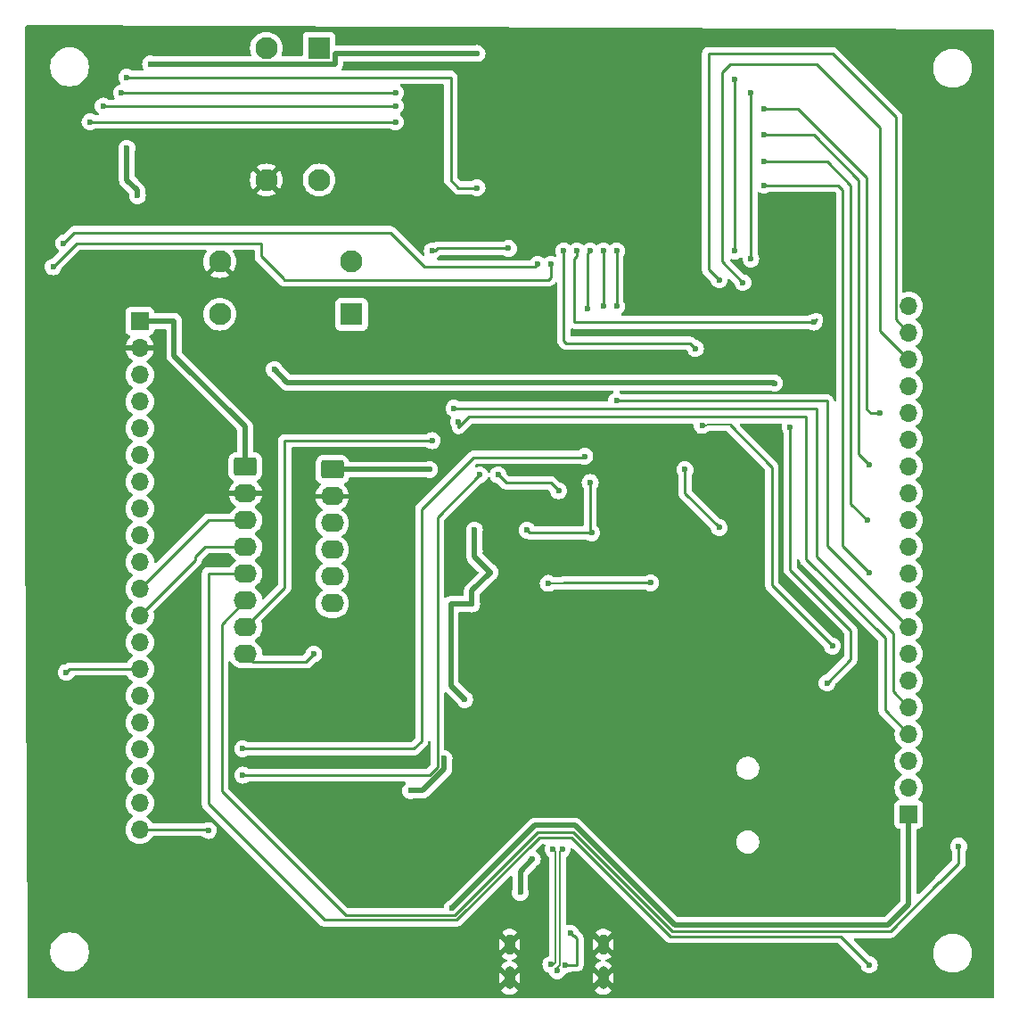
<source format=gbr>
G04 #@! TF.GenerationSoftware,KiCad,Pcbnew,8.0.8*
G04 #@! TF.CreationDate,2025-03-03T21:47:54-06:00*
G04 #@! TF.ProjectId,group13_esp,67726f75-7031-4335-9f65-73702e6b6963,rev?*
G04 #@! TF.SameCoordinates,Original*
G04 #@! TF.FileFunction,Copper,L2,Bot*
G04 #@! TF.FilePolarity,Positive*
%FSLAX46Y46*%
G04 Gerber Fmt 4.6, Leading zero omitted, Abs format (unit mm)*
G04 Created by KiCad (PCBNEW 8.0.8) date 2025-03-03 21:47:54*
%MOMM*%
%LPD*%
G01*
G04 APERTURE LIST*
G04 Aperture macros list*
%AMRoundRect*
0 Rectangle with rounded corners*
0 $1 Rounding radius*
0 $2 $3 $4 $5 $6 $7 $8 $9 X,Y pos of 4 corners*
0 Add a 4 corners polygon primitive as box body*
4,1,4,$2,$3,$4,$5,$6,$7,$8,$9,$2,$3,0*
0 Add four circle primitives for the rounded corners*
1,1,$1+$1,$2,$3*
1,1,$1+$1,$4,$5*
1,1,$1+$1,$6,$7*
1,1,$1+$1,$8,$9*
0 Add four rect primitives between the rounded corners*
20,1,$1+$1,$2,$3,$4,$5,0*
20,1,$1+$1,$4,$5,$6,$7,0*
20,1,$1+$1,$6,$7,$8,$9,0*
20,1,$1+$1,$8,$9,$2,$3,0*%
G04 Aperture macros list end*
G04 #@! TA.AperFunction,HeatsinkPad*
%ADD10O,0.950000X1.950000*%
G04 #@! TD*
G04 #@! TA.AperFunction,HeatsinkPad*
%ADD11O,0.950000X2.150000*%
G04 #@! TD*
G04 #@! TA.AperFunction,ComponentPad*
%ADD12R,1.700000X1.700000*%
G04 #@! TD*
G04 #@! TA.AperFunction,ComponentPad*
%ADD13O,1.700000X1.700000*%
G04 #@! TD*
G04 #@! TA.AperFunction,ComponentPad*
%ADD14RoundRect,0.250000X-0.845000X0.620000X-0.845000X-0.620000X0.845000X-0.620000X0.845000X0.620000X0*%
G04 #@! TD*
G04 #@! TA.AperFunction,ComponentPad*
%ADD15O,2.190000X1.740000*%
G04 #@! TD*
G04 #@! TA.AperFunction,ComponentPad*
%ADD16R,2.100000X2.100000*%
G04 #@! TD*
G04 #@! TA.AperFunction,ComponentPad*
%ADD17C,2.100000*%
G04 #@! TD*
G04 #@! TA.AperFunction,HeatsinkPad*
%ADD18C,0.600000*%
G04 #@! TD*
G04 #@! TA.AperFunction,ViaPad*
%ADD19C,0.600000*%
G04 #@! TD*
G04 #@! TA.AperFunction,Conductor*
%ADD20C,0.508000*%
G04 #@! TD*
G04 #@! TA.AperFunction,Conductor*
%ADD21C,0.254000*%
G04 #@! TD*
G04 #@! TA.AperFunction,Conductor*
%ADD22C,0.200000*%
G04 #@! TD*
G04 APERTURE END LIST*
D10*
X124587000Y-124308000D03*
D11*
X124587000Y-127508000D03*
D10*
X133487000Y-124308000D03*
D11*
X133487000Y-127508000D03*
D12*
X162500000Y-111980000D03*
D13*
X162500000Y-109440000D03*
X162500000Y-106900000D03*
X162500000Y-104360000D03*
X162500000Y-101820000D03*
X162500000Y-99280000D03*
X162500000Y-96740000D03*
X162500000Y-94200000D03*
X162500000Y-91660000D03*
X162500000Y-89120000D03*
X162500000Y-86580000D03*
X162500000Y-84040000D03*
X162500000Y-81500000D03*
X162500000Y-78960000D03*
X162500000Y-76420000D03*
X162500000Y-73880000D03*
X162500000Y-71340000D03*
X162500000Y-68800000D03*
X162500000Y-66260000D03*
X162500000Y-63720000D03*
D14*
X99500000Y-78960000D03*
D15*
X99500000Y-81500000D03*
X99500000Y-84040000D03*
X99500000Y-86580000D03*
X99500000Y-89120000D03*
X99500000Y-91660000D03*
X99500000Y-94200000D03*
X99500000Y-96740000D03*
D16*
X106500000Y-39250000D03*
D17*
X106500000Y-51750000D03*
X101500000Y-39250000D03*
X101500000Y-51750000D03*
D12*
X89472000Y-65159000D03*
D13*
X89472000Y-67699000D03*
X89472000Y-70239000D03*
X89472000Y-72779000D03*
X89472000Y-75319000D03*
X89472000Y-77859000D03*
X89472000Y-80399000D03*
X89472000Y-82939000D03*
X89472000Y-85479000D03*
X89472000Y-88019000D03*
X89472000Y-90559000D03*
X89472000Y-93099000D03*
X89472000Y-95639000D03*
X89472000Y-98179000D03*
X89472000Y-100719000D03*
X89472000Y-103259000D03*
X89472000Y-105799000D03*
X89472000Y-108339000D03*
X89472000Y-110879000D03*
X89472000Y-113419000D03*
D18*
X128700000Y-45500000D03*
X128700000Y-46900000D03*
X129400000Y-44800000D03*
X129400000Y-46200000D03*
X129400000Y-47600000D03*
X130100000Y-45500000D03*
X130100000Y-46900000D03*
X130800000Y-44800000D03*
X130800000Y-46200000D03*
X130800000Y-47600000D03*
X131500000Y-45500000D03*
X131500000Y-46900000D03*
D14*
X107750000Y-79250000D03*
D15*
X107750000Y-81790000D03*
X107750000Y-84330000D03*
X107750000Y-86870000D03*
X107750000Y-89410000D03*
X107750000Y-91950000D03*
D16*
X109575000Y-64500000D03*
D17*
X97075000Y-64500000D03*
X109575000Y-59500000D03*
X97075000Y-59500000D03*
D19*
X122936000Y-123698000D03*
X130000000Y-108250000D03*
X115570000Y-113157000D03*
X106500000Y-117000000D03*
X93000000Y-39000000D03*
X109750000Y-99000000D03*
X148000000Y-90000000D03*
X128750000Y-92000000D03*
X134500000Y-111500000D03*
X147500000Y-79000000D03*
X126746000Y-124714000D03*
X143500000Y-80000000D03*
X138250000Y-97000000D03*
X133500000Y-87750000D03*
X134750000Y-104500000D03*
X96000000Y-48500000D03*
X79750000Y-103000000D03*
X111500000Y-82000000D03*
X164750000Y-117500000D03*
X160250000Y-117750000D03*
X93000000Y-62000000D03*
X93500000Y-75500000D03*
X109250000Y-54750000D03*
X113157000Y-113030000D03*
X122936000Y-124587000D03*
X123698000Y-123190000D03*
X116750000Y-54000000D03*
X153250000Y-60500000D03*
X113157000Y-114046000D03*
X119126000Y-120904000D03*
X117000000Y-79250000D03*
X121500000Y-39750000D03*
X88250000Y-48750000D03*
X118377000Y-106680000D03*
X89250000Y-53250000D03*
X115189000Y-109728000D03*
X90500000Y-40750000D03*
X138000000Y-90000000D03*
X141250000Y-79250000D03*
X144500000Y-84750000D03*
X128270000Y-90043000D03*
X125603000Y-119380000D03*
X120329000Y-101079000D03*
X121250000Y-87000000D03*
X121000000Y-92000000D03*
X126746000Y-116205000D03*
X121250000Y-85000000D03*
X122750000Y-89000000D03*
X132377000Y-85250000D03*
X132250000Y-80473000D03*
X126250000Y-85000000D03*
X129250000Y-81250000D03*
X123500000Y-79750000D03*
X149750000Y-71043356D03*
X102250000Y-69750000D03*
X167250000Y-115000000D03*
X106000000Y-96750000D03*
X117250000Y-76500000D03*
X117250000Y-58500000D03*
X124500000Y-58250000D03*
X113750000Y-46250000D03*
X84750000Y-46250000D03*
X158750000Y-126250000D03*
X88250000Y-42000000D03*
X121500000Y-52500000D03*
X87750000Y-43500000D03*
X113750000Y-43500000D03*
X113750000Y-44750000D03*
X86000000Y-44750000D03*
X99250000Y-105750000D03*
X131735616Y-77985618D03*
X132000000Y-64000000D03*
X132250000Y-58500000D03*
X82250000Y-57750000D03*
X127250000Y-59750000D03*
X128500000Y-59750000D03*
X81250000Y-60000000D03*
X82500000Y-98500000D03*
X121750000Y-79750000D03*
X133500000Y-63750000D03*
X133500000Y-58500000D03*
X99250000Y-108250000D03*
X151250000Y-75250000D03*
X154750000Y-99500000D03*
X131000000Y-58500000D03*
X153500000Y-65250000D03*
X96000000Y-113500000D03*
X142875000Y-75057000D03*
X142250000Y-67750000D03*
X155250000Y-96000000D03*
X129750000Y-58500000D03*
X147500000Y-59250000D03*
X147500000Y-43500000D03*
X146000000Y-58500000D03*
X146000000Y-42250000D03*
X158750000Y-78750000D03*
X148750000Y-47500000D03*
X146750000Y-61500000D03*
X144500000Y-61250000D03*
X159750000Y-73880000D03*
X148750000Y-45000000D03*
X119750000Y-74750000D03*
X148750000Y-50000000D03*
X158540000Y-84040000D03*
X134750000Y-63750000D03*
X134750000Y-72725000D03*
X134750000Y-58500000D03*
X119318356Y-73431644D03*
X158750000Y-89000000D03*
X148750000Y-52250000D03*
X128510499Y-126212052D03*
X128734000Y-115305133D03*
X130384593Y-123258837D03*
X129584000Y-115305133D03*
X129111541Y-126813094D03*
X129910000Y-126272000D03*
D20*
X127000000Y-113030000D02*
X130810000Y-113030000D01*
X89250000Y-52750000D02*
X89250000Y-53250000D01*
X107750000Y-79250000D02*
X117000000Y-79250000D01*
X118377000Y-107694658D02*
X116343658Y-109728000D01*
X108004000Y-40754000D02*
X90504000Y-40754000D01*
X92750000Y-65159000D02*
X92750000Y-65250000D01*
X121500000Y-39750000D02*
X108004000Y-39750000D01*
X116343658Y-109728000D02*
X115570000Y-109728000D01*
X88250000Y-51750000D02*
X89250000Y-52750000D01*
X130810000Y-113030000D02*
X140280000Y-122500000D01*
X90504000Y-40754000D02*
X90500000Y-40750000D01*
X99500000Y-75187000D02*
X99500000Y-78960000D01*
X115570000Y-109728000D02*
X115189000Y-109728000D01*
X118377000Y-106680000D02*
X118377000Y-107694658D01*
X160500000Y-122500000D02*
X162500000Y-120500000D01*
X140280000Y-122500000D02*
X160500000Y-122500000D01*
X92750000Y-65250000D02*
X92750000Y-68437000D01*
X108004000Y-39750000D02*
X108004000Y-40754000D01*
X119126000Y-120904000D02*
X127000000Y-113030000D01*
X162500000Y-120500000D02*
X162500000Y-111980000D01*
X88250000Y-48750000D02*
X88250000Y-51750000D01*
X92750000Y-68437000D02*
X99500000Y-75187000D01*
X92659000Y-65159000D02*
X92750000Y-65250000D01*
X89472000Y-65159000D02*
X92659000Y-65159000D01*
D21*
X141250000Y-81500000D02*
X144500000Y-84750000D01*
D22*
X129707000Y-90043000D02*
X129750000Y-90000000D01*
D21*
X141250000Y-79250000D02*
X141250000Y-81500000D01*
D22*
X128270000Y-90043000D02*
X129707000Y-90043000D01*
D21*
X138000000Y-90000000D02*
X129750000Y-90000000D01*
D20*
X121250000Y-85000000D02*
X121250000Y-87000000D01*
X122750000Y-89000000D02*
X121000000Y-90750000D01*
X121000000Y-92000000D02*
X119000000Y-92000000D01*
X126746000Y-116213000D02*
X126746000Y-116205000D01*
X119000000Y-99750000D02*
X120329000Y-101079000D01*
X125603000Y-117356000D02*
X126746000Y-116213000D01*
X125603000Y-119380000D02*
X125603000Y-117356000D01*
X121000000Y-90750000D02*
X121000000Y-92000000D01*
X121250000Y-87500000D02*
X121250000Y-87000000D01*
X119000000Y-92000000D02*
X119000000Y-99750000D01*
X122750000Y-89000000D02*
X121250000Y-87500000D01*
D21*
X132250000Y-85123000D02*
X132250000Y-80473000D01*
X126500000Y-85250000D02*
X126250000Y-85000000D01*
X132377000Y-85250000D02*
X126500000Y-85250000D01*
X132377000Y-85250000D02*
X132250000Y-85123000D01*
X128500000Y-80500000D02*
X124250000Y-80500000D01*
X129250000Y-81250000D02*
X128500000Y-80500000D01*
X124250000Y-80500000D02*
X123500000Y-79750000D01*
D20*
X149750000Y-71043356D02*
X149706644Y-71000000D01*
X149706644Y-71000000D02*
X103500000Y-71000000D01*
X103500000Y-71000000D02*
X102250000Y-69750000D01*
D21*
X97250000Y-93910000D02*
X99500000Y-91660000D01*
X97250000Y-109750000D02*
X97250000Y-93910000D01*
X119385712Y-121531000D02*
X109031000Y-121531000D01*
X167250000Y-116595000D02*
X165400342Y-118444658D01*
X165400342Y-118444658D02*
X165377000Y-118444658D01*
X160740658Y-123081000D02*
X140039342Y-123081000D01*
X109031000Y-121531000D02*
X97250000Y-109750000D01*
X140039342Y-123081000D02*
X130623342Y-113665000D01*
X165377000Y-118444658D02*
X160740658Y-123081000D01*
X130623342Y-113665000D02*
X127251712Y-113665000D01*
X167250000Y-115000000D02*
X167250000Y-116595000D01*
X127251712Y-113665000D02*
X119385712Y-121531000D01*
X106000000Y-96750000D02*
X105250000Y-97500000D01*
X105250000Y-97500000D02*
X100260000Y-97500000D01*
X100260000Y-97500000D02*
X99500000Y-96740000D01*
X103250000Y-90450000D02*
X99500000Y-94200000D01*
X117750000Y-58250000D02*
X124500000Y-58250000D01*
X117250000Y-58500000D02*
X117500000Y-58500000D01*
X117250000Y-76500000D02*
X103250000Y-76500000D01*
X103250000Y-76500000D02*
X103250000Y-90450000D01*
X117500000Y-58500000D02*
X117750000Y-58250000D01*
X99500000Y-84040000D02*
X95991000Y-84040000D01*
X113750000Y-46250000D02*
X84750000Y-46250000D01*
X95991000Y-84040000D02*
X89472000Y-90559000D01*
X96000000Y-89120000D02*
X99500000Y-89120000D01*
X158750000Y-126250000D02*
X156035000Y-123535000D01*
X119573765Y-121985000D02*
X106985000Y-121985000D01*
X127385765Y-114173000D02*
X119573765Y-121985000D01*
X156035000Y-123535000D02*
X139851290Y-123535000D01*
X106985000Y-121985000D02*
X96000000Y-111000000D01*
X130489290Y-114173000D02*
X127385765Y-114173000D01*
X96000000Y-111000000D02*
X96000000Y-89120000D01*
X139851290Y-123535000D02*
X130489290Y-114173000D01*
X95670000Y-86580000D02*
X99500000Y-86580000D01*
X89472000Y-93099000D02*
X94750000Y-87821000D01*
X119000000Y-51750000D02*
X119750000Y-52500000D01*
X88250000Y-42000000D02*
X119000000Y-42000000D01*
X94750000Y-87500000D02*
X95670000Y-86580000D01*
X94750000Y-87821000D02*
X94750000Y-87500000D01*
X119750000Y-52500000D02*
X121500000Y-52500000D01*
X119000000Y-42000000D02*
X119000000Y-51750000D01*
X87750000Y-43500000D02*
X113750000Y-43500000D01*
X113750000Y-44750000D02*
X86000000Y-44750000D01*
X116250000Y-83000000D02*
X116250000Y-105000000D01*
X131652878Y-78068356D02*
X121181644Y-78068356D01*
X132000000Y-64000000D02*
X132000000Y-58750000D01*
X115500000Y-105750000D02*
X99250000Y-105750000D01*
X116250000Y-105000000D02*
X115500000Y-105750000D01*
X131735616Y-77985618D02*
X131652878Y-78068356D01*
X132000000Y-58750000D02*
X132250000Y-58500000D01*
X121181644Y-78068356D02*
X116250000Y-83000000D01*
X116500000Y-60000000D02*
X127000000Y-60000000D01*
X97250000Y-56750000D02*
X113250000Y-56750000D01*
X113250000Y-56750000D02*
X116500000Y-60000000D01*
X83250000Y-56750000D02*
X97250000Y-56750000D01*
X127000000Y-60000000D02*
X127250000Y-59750000D01*
X82250000Y-57750000D02*
X83250000Y-56750000D01*
X128500000Y-59750000D02*
X128500000Y-61000000D01*
X83500000Y-57750000D02*
X81250000Y-60000000D01*
X82821000Y-98179000D02*
X89472000Y-98179000D01*
X103000000Y-61000000D02*
X101000000Y-59000000D01*
X128250000Y-61250000D02*
X103250000Y-61250000D01*
X101000000Y-57750000D02*
X83500000Y-57750000D01*
X128500000Y-61000000D02*
X128250000Y-61250000D01*
X103250000Y-61250000D02*
X103000000Y-61000000D01*
X82500000Y-98500000D02*
X82821000Y-98179000D01*
X101000000Y-59000000D02*
X101000000Y-57750000D01*
X133500000Y-58500000D02*
X133500000Y-63750000D01*
X117000000Y-108250000D02*
X99250000Y-108250000D01*
X117750000Y-107500000D02*
X117000000Y-108250000D01*
X121750000Y-79750000D02*
X117750000Y-83750000D01*
X117750000Y-83750000D02*
X117750000Y-107500000D01*
X130750000Y-65250000D02*
X153500000Y-65250000D01*
X131000000Y-59000000D02*
X130750000Y-59250000D01*
X157000000Y-94500000D02*
X157000000Y-97250000D01*
X151250000Y-88750000D02*
X157000000Y-94500000D01*
X130750000Y-59250000D02*
X130750000Y-65250000D01*
X157000000Y-97250000D02*
X154750000Y-99500000D01*
X153750000Y-65000000D02*
X153500000Y-65250000D01*
X131000000Y-58500000D02*
X131000000Y-59000000D01*
X151250000Y-75250000D02*
X151250000Y-88750000D01*
X89472000Y-113419000D02*
X95919000Y-113419000D01*
X95919000Y-113419000D02*
X96000000Y-113500000D01*
X149500000Y-90250000D02*
X155250000Y-96000000D01*
D22*
X143256000Y-75057000D02*
X143313000Y-75000000D01*
D21*
X129750000Y-58500000D02*
X129750000Y-63500000D01*
D22*
X143313000Y-75000000D02*
X145500000Y-75000000D01*
D21*
X130000000Y-67250000D02*
X141750000Y-67250000D01*
X129750000Y-63500000D02*
X129750000Y-67000000D01*
X141750000Y-67250000D02*
X142250000Y-67750000D01*
D22*
X142875000Y-75057000D02*
X143256000Y-75057000D01*
D21*
X149500000Y-79000000D02*
X149500000Y-90250000D01*
X145500000Y-75000000D02*
X149500000Y-79000000D01*
X129750000Y-67000000D02*
X130000000Y-67250000D01*
X147500000Y-43500000D02*
X147500000Y-59250000D01*
X146000000Y-58500000D02*
X146000000Y-42250000D01*
X157750000Y-77750000D02*
X158750000Y-78750000D01*
X157750000Y-51750000D02*
X157750000Y-77750000D01*
X148750000Y-47500000D02*
X153500000Y-47500000D01*
X153500000Y-47500000D02*
X157750000Y-51750000D01*
X144750000Y-41500000D02*
X144750000Y-59500000D01*
X145500000Y-40750000D02*
X144750000Y-41500000D01*
X162500000Y-68800000D02*
X159750000Y-66050000D01*
X159750000Y-46750000D02*
X153875000Y-40875000D01*
X153875000Y-40875000D02*
X153750000Y-40750000D01*
X144750000Y-59500000D02*
X146750000Y-61500000D01*
X159750000Y-66050000D02*
X159750000Y-46750000D01*
X153750000Y-40750000D02*
X145500000Y-40750000D01*
X155250000Y-39750000D02*
X143500000Y-39750000D01*
X161250000Y-45750000D02*
X155250000Y-39750000D01*
X143500000Y-60250000D02*
X144500000Y-61250000D01*
X143500000Y-39750000D02*
X143500000Y-60250000D01*
X161250000Y-65010000D02*
X161250000Y-45750000D01*
X162500000Y-66260000D02*
X161250000Y-65010000D01*
X152000000Y-45000000D02*
X158500000Y-51500000D01*
X148750000Y-45000000D02*
X152000000Y-45000000D01*
X158500000Y-73500000D02*
X158880000Y-73880000D01*
X158500000Y-51500000D02*
X158500000Y-73500000D01*
X158880000Y-73880000D02*
X159750000Y-73880000D01*
X152750000Y-87750000D02*
X160250000Y-95250000D01*
X160250000Y-102110000D02*
X162500000Y-104360000D01*
X119750000Y-74750000D02*
X119750000Y-75250000D01*
X120750000Y-74250000D02*
X152750000Y-74250000D01*
X119750000Y-75250000D02*
X120750000Y-74250000D01*
X160250000Y-95250000D02*
X160250000Y-102110000D01*
X152750000Y-74250000D02*
X152750000Y-87750000D01*
X157000000Y-52250000D02*
X157000000Y-82500000D01*
X154750000Y-50000000D02*
X157000000Y-52250000D01*
X148750000Y-50000000D02*
X154750000Y-50000000D01*
X157000000Y-82500000D02*
X158540000Y-84040000D01*
X134750000Y-72725000D02*
X154750000Y-72725000D01*
X134750000Y-63750000D02*
X134750000Y-58500000D01*
X154750000Y-86450000D02*
X162500000Y-94200000D01*
X154750000Y-72725000D02*
X154750000Y-86450000D01*
X153750000Y-73431644D02*
X153750000Y-87500000D01*
X161000000Y-94750000D02*
X161000000Y-100320000D01*
X119318356Y-73431644D02*
X153750000Y-73431644D01*
X153750000Y-87500000D02*
X161000000Y-94750000D01*
X161000000Y-100320000D02*
X162500000Y-101820000D01*
X148750000Y-52250000D02*
X155750000Y-52250000D01*
X156250000Y-86500000D02*
X158750000Y-89000000D01*
X155750000Y-52250000D02*
X156250000Y-52750000D01*
X156250000Y-52750000D02*
X156250000Y-86500000D01*
D22*
X128933999Y-126071395D02*
X128793342Y-126212052D01*
X128793342Y-126212052D02*
X128510499Y-126212052D01*
X128933999Y-115505132D02*
X128933999Y-126071395D01*
X128734000Y-115305133D02*
X128933999Y-115505132D01*
D21*
X130990000Y-126272000D02*
X129910000Y-126272000D01*
D22*
X129384001Y-115505132D02*
X129384001Y-126257791D01*
D21*
X130384593Y-123258837D02*
X130603756Y-123478000D01*
X130990000Y-123732000D02*
X130990000Y-126272000D01*
D22*
X129584000Y-115305133D02*
X129384001Y-115505132D01*
D21*
X130603756Y-123478000D02*
X130736000Y-123478000D01*
D22*
X129384001Y-126257791D02*
X129111541Y-126530251D01*
D21*
X130736000Y-123478000D02*
X130990000Y-123732000D01*
D22*
X129111541Y-126530251D02*
X129111541Y-126813094D01*
G04 #@! TA.AperFunction,Conductor*
G36*
X91938539Y-65933185D02*
G01*
X91984294Y-65985989D01*
X91995500Y-66037500D01*
X91995500Y-68357552D01*
X91995499Y-68357578D01*
X91995499Y-68511314D01*
X92016515Y-68616961D01*
X92016515Y-68616963D01*
X92024494Y-68657075D01*
X92024495Y-68657080D01*
X92048053Y-68713955D01*
X92081370Y-68794389D01*
X92129966Y-68867119D01*
X92163942Y-68917968D01*
X92163943Y-68917969D01*
X98709181Y-75463205D01*
X98742666Y-75524528D01*
X98745500Y-75550886D01*
X98745500Y-77465500D01*
X98725815Y-77532539D01*
X98673011Y-77578294D01*
X98621506Y-77589500D01*
X98605001Y-77589500D01*
X98604980Y-77589501D01*
X98502203Y-77600000D01*
X98502200Y-77600001D01*
X98335668Y-77655185D01*
X98335663Y-77655187D01*
X98186342Y-77747289D01*
X98062289Y-77871342D01*
X97970187Y-78020663D01*
X97970185Y-78020668D01*
X97947676Y-78088597D01*
X97915001Y-78187203D01*
X97915001Y-78187204D01*
X97915000Y-78187204D01*
X97904500Y-78289983D01*
X97904500Y-79630001D01*
X97904501Y-79630018D01*
X97915000Y-79732796D01*
X97915001Y-79732799D01*
X97954771Y-79852815D01*
X97970186Y-79899334D01*
X98062288Y-80048656D01*
X98186344Y-80172712D01*
X98335666Y-80264814D01*
X98335667Y-80264814D01*
X98335670Y-80264816D01*
X98336828Y-80265356D01*
X98337488Y-80265937D01*
X98341813Y-80268605D01*
X98341357Y-80269343D01*
X98389268Y-80311527D01*
X98408422Y-80378720D01*
X98388208Y-80445601D01*
X98372108Y-80465420D01*
X98230022Y-80607506D01*
X98103271Y-80781963D01*
X98005372Y-80974098D01*
X97938733Y-81179190D01*
X97927519Y-81250000D01*
X98957291Y-81250000D01*
X98945548Y-81270339D01*
X98905000Y-81421667D01*
X98905000Y-81578333D01*
X98945548Y-81729661D01*
X98957291Y-81750000D01*
X97927519Y-81750000D01*
X97938733Y-81820809D01*
X98005372Y-82025901D01*
X98103271Y-82218036D01*
X98230025Y-82392496D01*
X98230025Y-82392497D01*
X98382502Y-82544974D01*
X98553720Y-82669372D01*
X98596385Y-82724702D01*
X98602364Y-82794316D01*
X98569758Y-82856110D01*
X98553720Y-82870008D01*
X98382177Y-82994642D01*
X98229643Y-83147176D01*
X98229643Y-83147177D01*
X98229641Y-83147179D01*
X98175186Y-83222129D01*
X98102843Y-83321700D01*
X98091076Y-83344795D01*
X98043101Y-83395591D01*
X97980591Y-83412500D01*
X95929195Y-83412500D01*
X95807970Y-83436613D01*
X95807960Y-83436616D01*
X95693773Y-83483913D01*
X95693758Y-83483921D01*
X95648879Y-83513910D01*
X95648877Y-83513912D01*
X95590989Y-83552590D01*
X95590988Y-83552591D01*
X91039340Y-88104240D01*
X90978017Y-88137725D01*
X90908325Y-88132741D01*
X90852392Y-88090869D01*
X90827975Y-88025405D01*
X90827806Y-88020683D01*
X90826350Y-88004039D01*
X90807063Y-87783592D01*
X90745903Y-87555337D01*
X90646035Y-87341171D01*
X90609181Y-87288537D01*
X90510494Y-87147597D01*
X90343402Y-86980506D01*
X90343396Y-86980501D01*
X90157842Y-86850575D01*
X90114217Y-86795998D01*
X90107023Y-86726500D01*
X90138546Y-86664145D01*
X90157842Y-86647425D01*
X90180026Y-86631891D01*
X90343401Y-86517495D01*
X90510495Y-86350401D01*
X90646035Y-86156830D01*
X90745903Y-85942663D01*
X90807063Y-85714408D01*
X90827659Y-85479000D01*
X90807063Y-85243592D01*
X90745903Y-85015337D01*
X90646035Y-84801171D01*
X90621261Y-84765789D01*
X90510494Y-84607597D01*
X90343402Y-84440506D01*
X90343396Y-84440501D01*
X90157842Y-84310575D01*
X90114217Y-84255998D01*
X90107023Y-84186500D01*
X90138546Y-84124145D01*
X90157842Y-84107425D01*
X90254130Y-84040003D01*
X90343401Y-83977495D01*
X90510495Y-83810401D01*
X90646035Y-83616830D01*
X90745903Y-83402663D01*
X90807063Y-83174408D01*
X90827659Y-82939000D01*
X90807063Y-82703592D01*
X90745903Y-82475337D01*
X90646035Y-82261171D01*
X90587680Y-82177830D01*
X90510494Y-82067597D01*
X90343402Y-81900506D01*
X90343396Y-81900501D01*
X90157842Y-81770575D01*
X90114217Y-81715998D01*
X90107023Y-81646500D01*
X90138546Y-81584145D01*
X90157842Y-81567425D01*
X90197009Y-81540000D01*
X90343401Y-81437495D01*
X90510495Y-81270401D01*
X90646035Y-81076830D01*
X90745903Y-80862663D01*
X90807063Y-80634408D01*
X90827659Y-80399000D01*
X90825980Y-80379815D01*
X90815919Y-80264813D01*
X90807063Y-80163592D01*
X90755388Y-79970737D01*
X90745905Y-79935344D01*
X90745904Y-79935343D01*
X90745903Y-79935337D01*
X90646035Y-79721171D01*
X90622551Y-79687631D01*
X90510494Y-79527597D01*
X90343402Y-79360506D01*
X90343396Y-79360501D01*
X90157842Y-79230575D01*
X90114217Y-79175998D01*
X90107023Y-79106500D01*
X90138546Y-79044145D01*
X90157842Y-79027425D01*
X90242374Y-78968235D01*
X90343401Y-78897495D01*
X90510495Y-78730401D01*
X90646035Y-78536830D01*
X90745903Y-78322663D01*
X90807063Y-78094408D01*
X90827659Y-77859000D01*
X90807063Y-77623592D01*
X90745903Y-77395337D01*
X90646035Y-77181171D01*
X90645253Y-77180053D01*
X90510494Y-76987597D01*
X90343402Y-76820506D01*
X90343396Y-76820501D01*
X90157842Y-76690575D01*
X90114217Y-76635998D01*
X90107023Y-76566500D01*
X90138546Y-76504145D01*
X90157842Y-76487425D01*
X90180026Y-76471891D01*
X90343401Y-76357495D01*
X90510495Y-76190401D01*
X90646035Y-75996830D01*
X90745903Y-75782663D01*
X90807063Y-75554408D01*
X90827659Y-75319000D01*
X90807063Y-75083592D01*
X90751907Y-74877745D01*
X90745905Y-74855344D01*
X90745904Y-74855343D01*
X90745903Y-74855337D01*
X90646035Y-74641171D01*
X90621261Y-74605789D01*
X90510494Y-74447597D01*
X90343402Y-74280506D01*
X90343396Y-74280501D01*
X90157842Y-74150575D01*
X90114217Y-74095998D01*
X90107023Y-74026500D01*
X90138546Y-73964145D01*
X90157842Y-73947425D01*
X90254130Y-73880003D01*
X90343401Y-73817495D01*
X90510495Y-73650401D01*
X90646035Y-73456830D01*
X90745903Y-73242663D01*
X90807063Y-73014408D01*
X90827659Y-72779000D01*
X90807063Y-72543592D01*
X90745903Y-72315337D01*
X90646035Y-72101171D01*
X90630157Y-72078494D01*
X90510494Y-71907597D01*
X90343402Y-71740506D01*
X90343396Y-71740501D01*
X90157842Y-71610575D01*
X90114217Y-71555998D01*
X90107023Y-71486500D01*
X90138546Y-71424145D01*
X90157842Y-71407425D01*
X90180026Y-71391891D01*
X90343401Y-71277495D01*
X90510495Y-71110401D01*
X90646035Y-70916830D01*
X90745903Y-70702663D01*
X90807063Y-70474408D01*
X90827659Y-70239000D01*
X90807063Y-70003592D01*
X90745903Y-69775337D01*
X90646035Y-69561171D01*
X90587680Y-69477830D01*
X90510494Y-69367597D01*
X90343402Y-69200506D01*
X90343401Y-69200505D01*
X90157405Y-69070269D01*
X90113781Y-69015692D01*
X90106588Y-68946193D01*
X90138110Y-68883839D01*
X90157405Y-68867119D01*
X90343082Y-68737105D01*
X90510105Y-68570082D01*
X90645600Y-68376578D01*
X90745429Y-68162492D01*
X90745432Y-68162486D01*
X90802636Y-67949000D01*
X89905012Y-67949000D01*
X89937925Y-67891993D01*
X89972000Y-67764826D01*
X89972000Y-67633174D01*
X89937925Y-67506007D01*
X89905012Y-67449000D01*
X90802636Y-67449000D01*
X90802635Y-67448999D01*
X90745432Y-67235513D01*
X90745429Y-67235507D01*
X90645600Y-67021422D01*
X90645599Y-67021420D01*
X90510113Y-66827926D01*
X90510108Y-66827920D01*
X90388053Y-66705865D01*
X90354568Y-66644542D01*
X90359552Y-66574850D01*
X90401424Y-66518917D01*
X90432400Y-66502002D01*
X90564331Y-66452796D01*
X90679546Y-66366546D01*
X90765796Y-66251331D01*
X90816091Y-66116483D01*
X90822500Y-66056873D01*
X90822500Y-66037500D01*
X90842185Y-65970461D01*
X90894989Y-65924706D01*
X90946500Y-65913500D01*
X91871500Y-65913500D01*
X91938539Y-65933185D01*
G37*
G04 #@! TD.AperFunction*
G04 #@! TA.AperFunction,Conductor*
G36*
X170481012Y-37462583D02*
G01*
X170547968Y-37482543D01*
X170593505Y-37535535D01*
X170604500Y-37586582D01*
X170604500Y-129332500D01*
X170584815Y-129399539D01*
X170532011Y-129445294D01*
X170480500Y-129456500D01*
X78989861Y-129456500D01*
X78922822Y-129436815D01*
X78877067Y-129384011D01*
X78865863Y-129333183D01*
X78859249Y-128129448D01*
X123612000Y-128129448D01*
X124233447Y-127508000D01*
X124233447Y-127507999D01*
X123612000Y-126886551D01*
X123612000Y-128129448D01*
X78859249Y-128129448D01*
X78841503Y-124899711D01*
X80953500Y-124899711D01*
X80953500Y-125142288D01*
X80970219Y-125269288D01*
X80985162Y-125382789D01*
X81003360Y-125450706D01*
X81047947Y-125617104D01*
X81121521Y-125794727D01*
X81140776Y-125841212D01*
X81262064Y-126051289D01*
X81262066Y-126051292D01*
X81262067Y-126051293D01*
X81409733Y-126243736D01*
X81409739Y-126243743D01*
X81581256Y-126415260D01*
X81581263Y-126415266D01*
X81694321Y-126502018D01*
X81773711Y-126562936D01*
X81983788Y-126684224D01*
X82207900Y-126777054D01*
X82442211Y-126839838D01*
X82620008Y-126863245D01*
X82682711Y-126871500D01*
X82682712Y-126871500D01*
X82925289Y-126871500D01*
X82987992Y-126863245D01*
X83165789Y-126839838D01*
X83400100Y-126777054D01*
X83624212Y-126684224D01*
X83834289Y-126562936D01*
X84026738Y-126415265D01*
X84089205Y-126352798D01*
X123785350Y-126352798D01*
X123785350Y-126352799D01*
X124362000Y-126929449D01*
X124362000Y-128086551D01*
X123785350Y-128663200D01*
X123785350Y-128663201D01*
X123829667Y-128729526D01*
X123829670Y-128729530D01*
X123965469Y-128865329D01*
X123965473Y-128865332D01*
X124125157Y-128972030D01*
X124125166Y-128972035D01*
X124302602Y-129045531D01*
X124302610Y-129045533D01*
X124490966Y-129082999D01*
X124490970Y-129083000D01*
X124683030Y-129083000D01*
X124683033Y-129082999D01*
X124871389Y-129045533D01*
X124871397Y-129045531D01*
X125048833Y-128972035D01*
X125048842Y-128972030D01*
X125208526Y-128865332D01*
X125208530Y-128865329D01*
X125344330Y-128729529D01*
X125388648Y-128663201D01*
X125388648Y-128663199D01*
X124812000Y-128086551D01*
X124812000Y-127507999D01*
X124940552Y-127507999D01*
X124940552Y-127508000D01*
X125561999Y-128129448D01*
X132512000Y-128129448D01*
X133133447Y-127508000D01*
X133133447Y-127507999D01*
X132512000Y-126886551D01*
X132512000Y-128129448D01*
X125561999Y-128129448D01*
X125562000Y-128129447D01*
X125562000Y-126886552D01*
X125561999Y-126886551D01*
X124940552Y-127507999D01*
X124812000Y-127507999D01*
X124812000Y-126929446D01*
X125388648Y-126352798D01*
X125388648Y-126352797D01*
X125344332Y-126286473D01*
X125344329Y-126286469D01*
X125208530Y-126150670D01*
X125208526Y-126150667D01*
X125048842Y-126043969D01*
X125048833Y-126043964D01*
X124876449Y-125972561D01*
X124822046Y-125928720D01*
X124799981Y-125862426D01*
X124817260Y-125794727D01*
X124868397Y-125747116D01*
X124876449Y-125743439D01*
X125048833Y-125672035D01*
X125048842Y-125672030D01*
X125208526Y-125565332D01*
X125208530Y-125565329D01*
X125344334Y-125429525D01*
X125348594Y-125423147D01*
X125348593Y-125423144D01*
X124802101Y-124876652D01*
X124812000Y-124852755D01*
X124812000Y-124307999D01*
X124940552Y-124307999D01*
X124940552Y-124308000D01*
X125557782Y-124925230D01*
X125557782Y-124925229D01*
X125562000Y-124904029D01*
X125562000Y-123711974D01*
X125557781Y-123690769D01*
X124940552Y-124307999D01*
X124812000Y-124307999D01*
X124812000Y-123763245D01*
X124802100Y-123739345D01*
X125348593Y-123192853D01*
X125344332Y-123186474D01*
X125208525Y-123050666D01*
X125048842Y-122943969D01*
X125048833Y-122943964D01*
X124871397Y-122870468D01*
X124871389Y-122870466D01*
X124683033Y-122833000D01*
X124490966Y-122833000D01*
X124302610Y-122870466D01*
X124302602Y-122870468D01*
X124125166Y-122943964D01*
X124125157Y-122943969D01*
X123965474Y-123050666D01*
X123829663Y-123186478D01*
X123825404Y-123192851D01*
X123825404Y-123192854D01*
X124371898Y-123739348D01*
X124362000Y-123763245D01*
X124362000Y-124852755D01*
X124371898Y-124876652D01*
X123825404Y-125423146D01*
X123829663Y-125429521D01*
X123965474Y-125565333D01*
X124125157Y-125672030D01*
X124125167Y-125672035D01*
X124297550Y-125743439D01*
X124351953Y-125787280D01*
X124374018Y-125853574D01*
X124356739Y-125921274D01*
X124305601Y-125968884D01*
X124297550Y-125972561D01*
X124125167Y-126043964D01*
X124125157Y-126043969D01*
X123965473Y-126150667D01*
X123965469Y-126150670D01*
X123829670Y-126286469D01*
X123829667Y-126286473D01*
X123785350Y-126352798D01*
X84089205Y-126352798D01*
X84198265Y-126243738D01*
X84345936Y-126051289D01*
X84467224Y-125841212D01*
X84560054Y-125617100D01*
X84622838Y-125382789D01*
X84654500Y-125142288D01*
X84654500Y-124899712D01*
X84622838Y-124659211D01*
X84560054Y-124424900D01*
X84467224Y-124200788D01*
X84345936Y-123990711D01*
X84198265Y-123798262D01*
X84198260Y-123798256D01*
X84111976Y-123711972D01*
X123612000Y-123711972D01*
X123612000Y-124904033D01*
X123616216Y-124925230D01*
X123616217Y-124925230D01*
X124233447Y-124308001D01*
X124233447Y-124307999D01*
X123616217Y-123690768D01*
X123612000Y-123711972D01*
X84111976Y-123711972D01*
X84026743Y-123626739D01*
X84026736Y-123626733D01*
X83834293Y-123479067D01*
X83834292Y-123479066D01*
X83834289Y-123479064D01*
X83624212Y-123357776D01*
X83624205Y-123357773D01*
X83400104Y-123264947D01*
X83165785Y-123202161D01*
X82925289Y-123170500D01*
X82925288Y-123170500D01*
X82682712Y-123170500D01*
X82682711Y-123170500D01*
X82442214Y-123202161D01*
X82207895Y-123264947D01*
X81983794Y-123357773D01*
X81983785Y-123357777D01*
X81773706Y-123479067D01*
X81581263Y-123626733D01*
X81581256Y-123626739D01*
X81409739Y-123798256D01*
X81409733Y-123798263D01*
X81262067Y-123990706D01*
X81140777Y-124200785D01*
X81140773Y-124200794D01*
X81047947Y-124424895D01*
X80985161Y-124659214D01*
X80953500Y-124899711D01*
X78841503Y-124899711D01*
X78696450Y-98499996D01*
X81694435Y-98499996D01*
X81694435Y-98500003D01*
X81714630Y-98679249D01*
X81714631Y-98679254D01*
X81774211Y-98849523D01*
X81867341Y-98997737D01*
X81870184Y-99002262D01*
X81997738Y-99129816D01*
X82150478Y-99225789D01*
X82305401Y-99279999D01*
X82320745Y-99285368D01*
X82320750Y-99285369D01*
X82499996Y-99305565D01*
X82500000Y-99305565D01*
X82500004Y-99305565D01*
X82679249Y-99285369D01*
X82679252Y-99285368D01*
X82679255Y-99285368D01*
X82849522Y-99225789D01*
X83002262Y-99129816D01*
X83129816Y-99002262D01*
X83216360Y-98864527D01*
X83268695Y-98818237D01*
X83321354Y-98806500D01*
X88198173Y-98806500D01*
X88265212Y-98826185D01*
X88299748Y-98859376D01*
X88433505Y-99050401D01*
X88600597Y-99217493D01*
X88600603Y-99217498D01*
X88786158Y-99347425D01*
X88829783Y-99402002D01*
X88836977Y-99471500D01*
X88805454Y-99533855D01*
X88786158Y-99550575D01*
X88600597Y-99680505D01*
X88433505Y-99847597D01*
X88297965Y-100041169D01*
X88297964Y-100041171D01*
X88198098Y-100255335D01*
X88198094Y-100255344D01*
X88136938Y-100483586D01*
X88136936Y-100483596D01*
X88116341Y-100718999D01*
X88116341Y-100719000D01*
X88136936Y-100954403D01*
X88136938Y-100954413D01*
X88198094Y-101182655D01*
X88198096Y-101182659D01*
X88198097Y-101182663D01*
X88279082Y-101356335D01*
X88297965Y-101396830D01*
X88297967Y-101396834D01*
X88360652Y-101486356D01*
X88429437Y-101584592D01*
X88433501Y-101590395D01*
X88433506Y-101590402D01*
X88600597Y-101757493D01*
X88600603Y-101757498D01*
X88786158Y-101887425D01*
X88829783Y-101942002D01*
X88836977Y-102011500D01*
X88805454Y-102073855D01*
X88786158Y-102090575D01*
X88600597Y-102220505D01*
X88433505Y-102387597D01*
X88297965Y-102581169D01*
X88297964Y-102581171D01*
X88198098Y-102795335D01*
X88198094Y-102795344D01*
X88136938Y-103023586D01*
X88136936Y-103023596D01*
X88116341Y-103258999D01*
X88116341Y-103259000D01*
X88136936Y-103494403D01*
X88136938Y-103494413D01*
X88198094Y-103722655D01*
X88198096Y-103722659D01*
X88198097Y-103722663D01*
X88279082Y-103896335D01*
X88297965Y-103936830D01*
X88297967Y-103936834D01*
X88360652Y-104026356D01*
X88429437Y-104124592D01*
X88433501Y-104130395D01*
X88433506Y-104130402D01*
X88600597Y-104297493D01*
X88600603Y-104297498D01*
X88786158Y-104427425D01*
X88829783Y-104482002D01*
X88836977Y-104551500D01*
X88805454Y-104613855D01*
X88786158Y-104630575D01*
X88600597Y-104760505D01*
X88433505Y-104927597D01*
X88297965Y-105121169D01*
X88297964Y-105121171D01*
X88198098Y-105335335D01*
X88198094Y-105335344D01*
X88136938Y-105563586D01*
X88136936Y-105563596D01*
X88116341Y-105798999D01*
X88116341Y-105799000D01*
X88136936Y-106034403D01*
X88136938Y-106034413D01*
X88198094Y-106262655D01*
X88198096Y-106262659D01*
X88198097Y-106262663D01*
X88260509Y-106396506D01*
X88297965Y-106476830D01*
X88297967Y-106476834D01*
X88370294Y-106580127D01*
X88429437Y-106664592D01*
X88433501Y-106670395D01*
X88433506Y-106670402D01*
X88600597Y-106837493D01*
X88600603Y-106837498D01*
X88786158Y-106967425D01*
X88829783Y-107022002D01*
X88836977Y-107091500D01*
X88805454Y-107153855D01*
X88786158Y-107170575D01*
X88600597Y-107300505D01*
X88433505Y-107467597D01*
X88297965Y-107661169D01*
X88297964Y-107661171D01*
X88198098Y-107875335D01*
X88198094Y-107875344D01*
X88136938Y-108103586D01*
X88136936Y-108103596D01*
X88116341Y-108338999D01*
X88116341Y-108339000D01*
X88136936Y-108574403D01*
X88136938Y-108574413D01*
X88198094Y-108802655D01*
X88198096Y-108802659D01*
X88198097Y-108802663D01*
X88277760Y-108973500D01*
X88297965Y-109016830D01*
X88297967Y-109016834D01*
X88406281Y-109171521D01*
X88429437Y-109204592D01*
X88433501Y-109210395D01*
X88433506Y-109210402D01*
X88600597Y-109377493D01*
X88600603Y-109377498D01*
X88786158Y-109507425D01*
X88829783Y-109562002D01*
X88836977Y-109631500D01*
X88805454Y-109693855D01*
X88786158Y-109710575D01*
X88600597Y-109840505D01*
X88433505Y-110007597D01*
X88297965Y-110201169D01*
X88297964Y-110201171D01*
X88198098Y-110415335D01*
X88198094Y-110415344D01*
X88136938Y-110643586D01*
X88136936Y-110643596D01*
X88116341Y-110878999D01*
X88116341Y-110879000D01*
X88136936Y-111114403D01*
X88136938Y-111114413D01*
X88198094Y-111342655D01*
X88198096Y-111342659D01*
X88198097Y-111342663D01*
X88224839Y-111400011D01*
X88297965Y-111556830D01*
X88297967Y-111556834D01*
X88433501Y-111750395D01*
X88433506Y-111750402D01*
X88600597Y-111917493D01*
X88600603Y-111917498D01*
X88786158Y-112047425D01*
X88829783Y-112102002D01*
X88836977Y-112171500D01*
X88805454Y-112233855D01*
X88786158Y-112250575D01*
X88600597Y-112380505D01*
X88433505Y-112547597D01*
X88297965Y-112741169D01*
X88297964Y-112741171D01*
X88198098Y-112955335D01*
X88198094Y-112955344D01*
X88136938Y-113183586D01*
X88136936Y-113183596D01*
X88116341Y-113418999D01*
X88116341Y-113419000D01*
X88136936Y-113654403D01*
X88136938Y-113654413D01*
X88198094Y-113882655D01*
X88198096Y-113882659D01*
X88198097Y-113882663D01*
X88198287Y-113883070D01*
X88297965Y-114096830D01*
X88297967Y-114096834D01*
X88380450Y-114214631D01*
X88433505Y-114290401D01*
X88600599Y-114457495D01*
X88658072Y-114497738D01*
X88794165Y-114593032D01*
X88794167Y-114593033D01*
X88794170Y-114593035D01*
X89008337Y-114692903D01*
X89236592Y-114754063D01*
X89424918Y-114770539D01*
X89471999Y-114774659D01*
X89472000Y-114774659D01*
X89472001Y-114774659D01*
X89511234Y-114771226D01*
X89707408Y-114754063D01*
X89935663Y-114692903D01*
X90149830Y-114593035D01*
X90343401Y-114457495D01*
X90510495Y-114290401D01*
X90644252Y-114099375D01*
X90698829Y-114055752D01*
X90745827Y-114046500D01*
X95363060Y-114046500D01*
X95430099Y-114066185D01*
X95450741Y-114082819D01*
X95497738Y-114129816D01*
X95573709Y-114177552D01*
X95632721Y-114214632D01*
X95650478Y-114225789D01*
X95788860Y-114274211D01*
X95820745Y-114285368D01*
X95820750Y-114285369D01*
X95999996Y-114305565D01*
X96000000Y-114305565D01*
X96000004Y-114305565D01*
X96179249Y-114285369D01*
X96179252Y-114285368D01*
X96179255Y-114285368D01*
X96349522Y-114225789D01*
X96502262Y-114129816D01*
X96629816Y-114002262D01*
X96725789Y-113849522D01*
X96785368Y-113679255D01*
X96785369Y-113679249D01*
X96805565Y-113500003D01*
X96805565Y-113499996D01*
X96785369Y-113320750D01*
X96785368Y-113320745D01*
X96738760Y-113187547D01*
X96725789Y-113150478D01*
X96629816Y-112997738D01*
X96502262Y-112870184D01*
X96349523Y-112774211D01*
X96179254Y-112714631D01*
X96179249Y-112714630D01*
X96000004Y-112694435D01*
X95999996Y-112694435D01*
X95820750Y-112714630D01*
X95820745Y-112714631D01*
X95650470Y-112774213D01*
X95644205Y-112777231D01*
X95643298Y-112775349D01*
X95587238Y-112791500D01*
X90745826Y-112791500D01*
X90678787Y-112771815D01*
X90644251Y-112738623D01*
X90510494Y-112547597D01*
X90343402Y-112380506D01*
X90343396Y-112380501D01*
X90157842Y-112250575D01*
X90114217Y-112195998D01*
X90107023Y-112126500D01*
X90138546Y-112064145D01*
X90157842Y-112047425D01*
X90180026Y-112031891D01*
X90343401Y-111917495D01*
X90510495Y-111750401D01*
X90646035Y-111556830D01*
X90745903Y-111342663D01*
X90807063Y-111114408D01*
X90827659Y-110879000D01*
X90807063Y-110643592D01*
X90756206Y-110453788D01*
X90745905Y-110415344D01*
X90745904Y-110415343D01*
X90745903Y-110415337D01*
X90646035Y-110201171D01*
X90639294Y-110191543D01*
X90510494Y-110007597D01*
X90343402Y-109840506D01*
X90343396Y-109840501D01*
X90157842Y-109710575D01*
X90114217Y-109655998D01*
X90107023Y-109586500D01*
X90138546Y-109524145D01*
X90157842Y-109507425D01*
X90218321Y-109465077D01*
X90343401Y-109377495D01*
X90510495Y-109210401D01*
X90646035Y-109016830D01*
X90745903Y-108802663D01*
X90807063Y-108574408D01*
X90827659Y-108339000D01*
X90807063Y-108103592D01*
X90745903Y-107875337D01*
X90646035Y-107661171D01*
X90618958Y-107622500D01*
X90510494Y-107467597D01*
X90343402Y-107300506D01*
X90343396Y-107300501D01*
X90157842Y-107170575D01*
X90114217Y-107115998D01*
X90107023Y-107046500D01*
X90138546Y-106984145D01*
X90157842Y-106967425D01*
X90186341Y-106947470D01*
X90343401Y-106837495D01*
X90510495Y-106670401D01*
X90646035Y-106476830D01*
X90745903Y-106262663D01*
X90807063Y-106034408D01*
X90827659Y-105799000D01*
X90807063Y-105563592D01*
X90745903Y-105335337D01*
X90646035Y-105121171D01*
X90644982Y-105119666D01*
X90510494Y-104927597D01*
X90343402Y-104760506D01*
X90343396Y-104760501D01*
X90157842Y-104630575D01*
X90114217Y-104575998D01*
X90107023Y-104506500D01*
X90138546Y-104444145D01*
X90157842Y-104427425D01*
X90180026Y-104411891D01*
X90343401Y-104297495D01*
X90510495Y-104130401D01*
X90646035Y-103936830D01*
X90745903Y-103722663D01*
X90807063Y-103494408D01*
X90827659Y-103259000D01*
X90807063Y-103023592D01*
X90745903Y-102795337D01*
X90646035Y-102581171D01*
X90596207Y-102510008D01*
X90510494Y-102387597D01*
X90343402Y-102220506D01*
X90343396Y-102220501D01*
X90157842Y-102090575D01*
X90114217Y-102035998D01*
X90107023Y-101966500D01*
X90138546Y-101904145D01*
X90157842Y-101887425D01*
X90190771Y-101864368D01*
X90343401Y-101757495D01*
X90510495Y-101590401D01*
X90646035Y-101396830D01*
X90745903Y-101182663D01*
X90807063Y-100954408D01*
X90827659Y-100719000D01*
X90807063Y-100483592D01*
X90745903Y-100255337D01*
X90646035Y-100041171D01*
X90587680Y-99957830D01*
X90510494Y-99847597D01*
X90343402Y-99680506D01*
X90343396Y-99680501D01*
X90157842Y-99550575D01*
X90114217Y-99495998D01*
X90107023Y-99426500D01*
X90138546Y-99364145D01*
X90157842Y-99347425D01*
X90246468Y-99285368D01*
X90343401Y-99217495D01*
X90510495Y-99050401D01*
X90646035Y-98856830D01*
X90745903Y-98642663D01*
X90807063Y-98414408D01*
X90827659Y-98179000D01*
X90807063Y-97943592D01*
X90745903Y-97715337D01*
X90646035Y-97501171D01*
X90628264Y-97475790D01*
X90510494Y-97307597D01*
X90343402Y-97140506D01*
X90343396Y-97140501D01*
X90157842Y-97010575D01*
X90114217Y-96955998D01*
X90107023Y-96886500D01*
X90138546Y-96824145D01*
X90157842Y-96807425D01*
X90189341Y-96785369D01*
X90343401Y-96677495D01*
X90510495Y-96510401D01*
X90646035Y-96316830D01*
X90745903Y-96102663D01*
X90807063Y-95874408D01*
X90827659Y-95639000D01*
X90807063Y-95403592D01*
X90745903Y-95175337D01*
X90646035Y-94961171D01*
X90587680Y-94877830D01*
X90510494Y-94767597D01*
X90343402Y-94600506D01*
X90343396Y-94600501D01*
X90157842Y-94470575D01*
X90114217Y-94415998D01*
X90107023Y-94346500D01*
X90138546Y-94284145D01*
X90157842Y-94267425D01*
X90242148Y-94208393D01*
X90343401Y-94137495D01*
X90510495Y-93970401D01*
X90646035Y-93776830D01*
X90745903Y-93562663D01*
X90807063Y-93334408D01*
X90827659Y-93099000D01*
X90807063Y-92863592D01*
X90786103Y-92785368D01*
X90780741Y-92765356D01*
X90782404Y-92695506D01*
X90812833Y-92645584D01*
X95237411Y-88221008D01*
X95255166Y-88194435D01*
X95306083Y-88118233D01*
X95353385Y-88004035D01*
X95364070Y-87950318D01*
X95377500Y-87882805D01*
X95377500Y-87811281D01*
X95397185Y-87744242D01*
X95413819Y-87723600D01*
X95893600Y-87243819D01*
X95954923Y-87210334D01*
X95981281Y-87207500D01*
X97980591Y-87207500D01*
X98047630Y-87227185D01*
X98091076Y-87275205D01*
X98102843Y-87298299D01*
X98229641Y-87472821D01*
X98382179Y-87625359D01*
X98468668Y-87688197D01*
X98553294Y-87749682D01*
X98595959Y-87805012D01*
X98601938Y-87874626D01*
X98569332Y-87936421D01*
X98553294Y-87950318D01*
X98382179Y-88074641D01*
X98382177Y-88074643D01*
X98382176Y-88074643D01*
X98229643Y-88227176D01*
X98229643Y-88227177D01*
X98229641Y-88227179D01*
X98195471Y-88274210D01*
X98102843Y-88401700D01*
X98091076Y-88424795D01*
X98043101Y-88475591D01*
X97980591Y-88492500D01*
X95938195Y-88492500D01*
X95816970Y-88516613D01*
X95816960Y-88516616D01*
X95702773Y-88563913D01*
X95702760Y-88563920D01*
X95599992Y-88632588D01*
X95599988Y-88632591D01*
X95512591Y-88719988D01*
X95512588Y-88719992D01*
X95443920Y-88822760D01*
X95443913Y-88822773D01*
X95396616Y-88936960D01*
X95396613Y-88936970D01*
X95372500Y-89058194D01*
X95372500Y-111061807D01*
X95396612Y-111183027D01*
X95396615Y-111183039D01*
X95414204Y-111225501D01*
X95443916Y-111297231D01*
X95443918Y-111297235D01*
X95481118Y-111352910D01*
X95481123Y-111352915D01*
X95512587Y-111400006D01*
X95512591Y-111400011D01*
X106497589Y-122385008D01*
X106565853Y-122453272D01*
X106584994Y-122472413D01*
X106584996Y-122472414D01*
X106586575Y-122473469D01*
X106687767Y-122541083D01*
X106721215Y-122554937D01*
X106801965Y-122588386D01*
X106923192Y-122612499D01*
X106923196Y-122612500D01*
X106923197Y-122612500D01*
X119635569Y-122612500D01*
X119635570Y-122612499D01*
X119756800Y-122588386D01*
X119837549Y-122554937D01*
X119870998Y-122541083D01*
X119973773Y-122472411D01*
X120061176Y-122385008D01*
X124636819Y-117809365D01*
X124698142Y-117775880D01*
X124767834Y-117780864D01*
X124823767Y-117822736D01*
X124848184Y-117888200D01*
X124848500Y-117897046D01*
X124848500Y-119091459D01*
X124841542Y-119132414D01*
X124817631Y-119200745D01*
X124817630Y-119200750D01*
X124797435Y-119379996D01*
X124797435Y-119380003D01*
X124817630Y-119559249D01*
X124817631Y-119559254D01*
X124877211Y-119729523D01*
X124973184Y-119882262D01*
X125100738Y-120009816D01*
X125253478Y-120105789D01*
X125423745Y-120165368D01*
X125423750Y-120165369D01*
X125602996Y-120185565D01*
X125603000Y-120185565D01*
X125603004Y-120185565D01*
X125782249Y-120165369D01*
X125782252Y-120165368D01*
X125782255Y-120165368D01*
X125952522Y-120105789D01*
X126105262Y-120009816D01*
X126232816Y-119882262D01*
X126328789Y-119729522D01*
X126388368Y-119559255D01*
X126394871Y-119501542D01*
X126408565Y-119380003D01*
X126408565Y-119379996D01*
X126388369Y-119200750D01*
X126388368Y-119200745D01*
X126364458Y-119132414D01*
X126357500Y-119091459D01*
X126357500Y-117719886D01*
X126377185Y-117652847D01*
X126393815Y-117632209D01*
X127084874Y-116941150D01*
X127106571Y-116923845D01*
X127248262Y-116834816D01*
X127375816Y-116707262D01*
X127471789Y-116554522D01*
X127531368Y-116384255D01*
X127532817Y-116371399D01*
X127551565Y-116205003D01*
X127551565Y-116204996D01*
X127531369Y-116025750D01*
X127531368Y-116025745D01*
X127471788Y-115855476D01*
X127375815Y-115702737D01*
X127248262Y-115575184D01*
X127148234Y-115512332D01*
X127101943Y-115459997D01*
X127091295Y-115390943D01*
X127119670Y-115327095D01*
X127126510Y-115319672D01*
X127609365Y-114836819D01*
X127670688Y-114803334D01*
X127697046Y-114800500D01*
X127887724Y-114800500D01*
X127954763Y-114820185D01*
X128000518Y-114872989D01*
X128010462Y-114942147D01*
X128004766Y-114965454D01*
X127948632Y-115125875D01*
X127948630Y-115125883D01*
X127928435Y-115305129D01*
X127928435Y-115305136D01*
X127948630Y-115484382D01*
X127948631Y-115484387D01*
X128008211Y-115654656D01*
X128104184Y-115807395D01*
X128231738Y-115934949D01*
X128275472Y-115962429D01*
X128321761Y-116014760D01*
X128333499Y-116067421D01*
X128333499Y-125337912D01*
X128313814Y-125404951D01*
X128261010Y-125450706D01*
X128250453Y-125454954D01*
X128160977Y-125486262D01*
X128008236Y-125582236D01*
X127880683Y-125709789D01*
X127784710Y-125862528D01*
X127725130Y-126032797D01*
X127725129Y-126032802D01*
X127704934Y-126212048D01*
X127704934Y-126212055D01*
X127725129Y-126391301D01*
X127725130Y-126391306D01*
X127784710Y-126561575D01*
X127854100Y-126672007D01*
X127880683Y-126714314D01*
X128008237Y-126841868D01*
X128055396Y-126871500D01*
X128130205Y-126918506D01*
X128160977Y-126937841D01*
X128269424Y-126975788D01*
X128271122Y-126976382D01*
X128327898Y-127017104D01*
X128347209Y-127052467D01*
X128354700Y-127073874D01*
X128385752Y-127162617D01*
X128481725Y-127315356D01*
X128609279Y-127442910D01*
X128762019Y-127538883D01*
X128932286Y-127598462D01*
X128932291Y-127598463D01*
X129111537Y-127618659D01*
X129111541Y-127618659D01*
X129111545Y-127618659D01*
X129290790Y-127598463D01*
X129290793Y-127598462D01*
X129290796Y-127598462D01*
X129461063Y-127538883D01*
X129613803Y-127442910D01*
X129741357Y-127315356D01*
X129837330Y-127162616D01*
X129839593Y-127156147D01*
X129880310Y-127099369D01*
X129942753Y-127073874D01*
X130026484Y-127064440D01*
X130089249Y-127057369D01*
X130089252Y-127057368D01*
X130089255Y-127057368D01*
X130259522Y-126997789D01*
X130385700Y-126918505D01*
X130451672Y-126899500D01*
X131051805Y-126899500D01*
X131150764Y-126879815D01*
X131173035Y-126875385D01*
X131287233Y-126828083D01*
X131390008Y-126759411D01*
X131477411Y-126672008D01*
X131546083Y-126569233D01*
X131549256Y-126561574D01*
X131593383Y-126455039D01*
X131593385Y-126455035D01*
X131607244Y-126385361D01*
X131613722Y-126352798D01*
X132685350Y-126352798D01*
X132685350Y-126352799D01*
X133262000Y-126929449D01*
X133262000Y-128086551D01*
X132685350Y-128663200D01*
X132685350Y-128663201D01*
X132729667Y-128729526D01*
X132729670Y-128729530D01*
X132865469Y-128865329D01*
X132865473Y-128865332D01*
X133025157Y-128972030D01*
X133025166Y-128972035D01*
X133202602Y-129045531D01*
X133202610Y-129045533D01*
X133390966Y-129082999D01*
X133390970Y-129083000D01*
X133583030Y-129083000D01*
X133583033Y-129082999D01*
X133771389Y-129045533D01*
X133771397Y-129045531D01*
X133948833Y-128972035D01*
X133948842Y-128972030D01*
X134108526Y-128865332D01*
X134108530Y-128865329D01*
X134244330Y-128729529D01*
X134288648Y-128663201D01*
X134288648Y-128663199D01*
X133712000Y-128086551D01*
X133712000Y-127507999D01*
X133840552Y-127507999D01*
X133840552Y-127508000D01*
X134461999Y-128129448D01*
X134462000Y-128129447D01*
X134462000Y-126886552D01*
X134461999Y-126886551D01*
X133840552Y-127507999D01*
X133712000Y-127507999D01*
X133712000Y-126929446D01*
X134288648Y-126352798D01*
X134288648Y-126352797D01*
X134244332Y-126286473D01*
X134244329Y-126286469D01*
X134108530Y-126150670D01*
X134108526Y-126150667D01*
X133948842Y-126043969D01*
X133948833Y-126043964D01*
X133776449Y-125972561D01*
X133722046Y-125928720D01*
X133699981Y-125862426D01*
X133717260Y-125794727D01*
X133768397Y-125747116D01*
X133776449Y-125743439D01*
X133948833Y-125672035D01*
X133948842Y-125672030D01*
X134108526Y-125565332D01*
X134108530Y-125565329D01*
X134244334Y-125429525D01*
X134248594Y-125423147D01*
X134248593Y-125423144D01*
X133702101Y-124876652D01*
X133712000Y-124852755D01*
X133712000Y-124307999D01*
X133840552Y-124307999D01*
X133840552Y-124308000D01*
X134457782Y-124925230D01*
X134457782Y-124925229D01*
X134462000Y-124904029D01*
X134462000Y-123711974D01*
X134457781Y-123690769D01*
X133840552Y-124307999D01*
X133712000Y-124307999D01*
X133712000Y-123763245D01*
X133702100Y-123739345D01*
X134248593Y-123192853D01*
X134244332Y-123186474D01*
X134108525Y-123050666D01*
X133948842Y-122943969D01*
X133948833Y-122943964D01*
X133771397Y-122870468D01*
X133771389Y-122870466D01*
X133583033Y-122833000D01*
X133390966Y-122833000D01*
X133202610Y-122870466D01*
X133202602Y-122870468D01*
X133025166Y-122943964D01*
X133025157Y-122943969D01*
X132865474Y-123050666D01*
X132729663Y-123186478D01*
X132725404Y-123192851D01*
X132725404Y-123192854D01*
X133271898Y-123739348D01*
X133262000Y-123763245D01*
X133262000Y-124852755D01*
X133271898Y-124876652D01*
X132725404Y-125423146D01*
X132729663Y-125429521D01*
X132865474Y-125565333D01*
X133025157Y-125672030D01*
X133025167Y-125672035D01*
X133197550Y-125743439D01*
X133251953Y-125787280D01*
X133274018Y-125853574D01*
X133256739Y-125921274D01*
X133205601Y-125968884D01*
X133197550Y-125972561D01*
X133025167Y-126043964D01*
X133025157Y-126043969D01*
X132865473Y-126150667D01*
X132865469Y-126150670D01*
X132729670Y-126286469D01*
X132729667Y-126286473D01*
X132685350Y-126352798D01*
X131613722Y-126352798D01*
X131617500Y-126333805D01*
X131617500Y-123711972D01*
X132512000Y-123711972D01*
X132512000Y-124904033D01*
X132516216Y-124925230D01*
X132516217Y-124925230D01*
X133133447Y-124308001D01*
X133133447Y-124307999D01*
X132516217Y-123690768D01*
X132512000Y-123711972D01*
X131617500Y-123711972D01*
X131617500Y-123670194D01*
X131593386Y-123548970D01*
X131593385Y-123548969D01*
X131593385Y-123548965D01*
X131566798Y-123484777D01*
X131546086Y-123434773D01*
X131546079Y-123434760D01*
X131477412Y-123331993D01*
X131442919Y-123297500D01*
X131390008Y-123244589D01*
X131160348Y-123014929D01*
X131130987Y-122968202D01*
X131110381Y-122909313D01*
X131014408Y-122756574D01*
X130886855Y-122629021D01*
X130734116Y-122533048D01*
X130563847Y-122473468D01*
X130563842Y-122473467D01*
X130384597Y-122453272D01*
X130384589Y-122453272D01*
X130205343Y-122473467D01*
X130205338Y-122473468D01*
X130149456Y-122493023D01*
X130079677Y-122496584D01*
X130019049Y-122461855D01*
X129986822Y-122399862D01*
X129984501Y-122375981D01*
X129984501Y-116067421D01*
X130004186Y-116000382D01*
X130042526Y-115962429D01*
X130086262Y-115934949D01*
X130213816Y-115807395D01*
X130309789Y-115654655D01*
X130369368Y-115484388D01*
X130369369Y-115484382D01*
X130389565Y-115305136D01*
X130389565Y-115305131D01*
X130385505Y-115269101D01*
X130397559Y-115200279D01*
X130444908Y-115148899D01*
X130512518Y-115131274D01*
X130578924Y-115153000D01*
X130596406Y-115167535D01*
X139451278Y-124022408D01*
X139451282Y-124022411D01*
X139554050Y-124091079D01*
X139554063Y-124091086D01*
X139618343Y-124117711D01*
X139668255Y-124138385D01*
X139668259Y-124138385D01*
X139668260Y-124138386D01*
X139789483Y-124162500D01*
X139789486Y-124162500D01*
X139789487Y-124162500D01*
X155723719Y-124162500D01*
X155790758Y-124182185D01*
X155811400Y-124198819D01*
X157924146Y-126311565D01*
X157957631Y-126372888D01*
X157959685Y-126385361D01*
X157964630Y-126429249D01*
X158024210Y-126599521D01*
X158077433Y-126684224D01*
X158120184Y-126752262D01*
X158247738Y-126879816D01*
X158286313Y-126904054D01*
X158386232Y-126966838D01*
X158400478Y-126975789D01*
X158570745Y-127035368D01*
X158570750Y-127035369D01*
X158749996Y-127055565D01*
X158750000Y-127055565D01*
X158750004Y-127055565D01*
X158929249Y-127035369D01*
X158929252Y-127035368D01*
X158929255Y-127035368D01*
X159099522Y-126975789D01*
X159252262Y-126879816D01*
X159379816Y-126752262D01*
X159475789Y-126599522D01*
X159535368Y-126429255D01*
X159536944Y-126415266D01*
X159555565Y-126250003D01*
X159555565Y-126249996D01*
X159535369Y-126070750D01*
X159535368Y-126070745D01*
X159475788Y-125900476D01*
X159379815Y-125747737D01*
X159252262Y-125620184D01*
X159099521Y-125524210D01*
X158929249Y-125464630D01*
X158885361Y-125459685D01*
X158820947Y-125432617D01*
X158811565Y-125424146D01*
X158414130Y-125026711D01*
X164826500Y-125026711D01*
X164826500Y-125269288D01*
X164858161Y-125509785D01*
X164920947Y-125744104D01*
X164997418Y-125928720D01*
X165013776Y-125968212D01*
X165135064Y-126178289D01*
X165135066Y-126178292D01*
X165135067Y-126178293D01*
X165282733Y-126370736D01*
X165282739Y-126370743D01*
X165454256Y-126542260D01*
X165454262Y-126542265D01*
X165646711Y-126689936D01*
X165856788Y-126811224D01*
X166080900Y-126904054D01*
X166315211Y-126966838D01*
X166495586Y-126990584D01*
X166555711Y-126998500D01*
X166555712Y-126998500D01*
X166798289Y-126998500D01*
X166846388Y-126992167D01*
X167038789Y-126966838D01*
X167273100Y-126904054D01*
X167497212Y-126811224D01*
X167707289Y-126689936D01*
X167899738Y-126542265D01*
X168071265Y-126370738D01*
X168218936Y-126178289D01*
X168340224Y-125968212D01*
X168433054Y-125744100D01*
X168495838Y-125509789D01*
X168527500Y-125269288D01*
X168527500Y-125026712D01*
X168495838Y-124786211D01*
X168433054Y-124551900D01*
X168340224Y-124327788D01*
X168218936Y-124117711D01*
X168071265Y-123925262D01*
X168071260Y-123925256D01*
X167899743Y-123753739D01*
X167899736Y-123753733D01*
X167707293Y-123606067D01*
X167707292Y-123606066D01*
X167707289Y-123606064D01*
X167497212Y-123484776D01*
X167497205Y-123484773D01*
X167273104Y-123391947D01*
X167049354Y-123331993D01*
X167038789Y-123329162D01*
X167038788Y-123329161D01*
X167038785Y-123329161D01*
X166798289Y-123297500D01*
X166798288Y-123297500D01*
X166555712Y-123297500D01*
X166555711Y-123297500D01*
X166315214Y-123329161D01*
X166080895Y-123391947D01*
X165856794Y-123484773D01*
X165856785Y-123484777D01*
X165646706Y-123606067D01*
X165454263Y-123753733D01*
X165454256Y-123753739D01*
X165282739Y-123925256D01*
X165282733Y-123925263D01*
X165135067Y-124117706D01*
X165013777Y-124327785D01*
X165013773Y-124327794D01*
X164920947Y-124551895D01*
X164858161Y-124786214D01*
X164826500Y-125026711D01*
X158414130Y-125026711D01*
X157307600Y-123920181D01*
X157274115Y-123858858D01*
X157279099Y-123789166D01*
X157320971Y-123733233D01*
X157386435Y-123708816D01*
X157395281Y-123708500D01*
X160802462Y-123708500D01*
X160802463Y-123708499D01*
X160923693Y-123684386D01*
X161004442Y-123650937D01*
X161037891Y-123637083D01*
X161140666Y-123568411D01*
X161228069Y-123481008D01*
X165721371Y-118987704D01*
X165740151Y-118972291D01*
X165800350Y-118932069D01*
X165887753Y-118844666D01*
X167737411Y-116995008D01*
X167806083Y-116892233D01*
X167853385Y-116778035D01*
X167877500Y-116656804D01*
X167877500Y-116533197D01*
X167877500Y-115541671D01*
X167896507Y-115475698D01*
X167915238Y-115445889D01*
X167938174Y-115409384D01*
X167975788Y-115349524D01*
X167975789Y-115349522D01*
X168035368Y-115179255D01*
X168036689Y-115167535D01*
X168055565Y-115000003D01*
X168055565Y-114999996D01*
X168035369Y-114820750D01*
X168035368Y-114820745D01*
X167975788Y-114650476D01*
X167879815Y-114497737D01*
X167752262Y-114370184D01*
X167599523Y-114274211D01*
X167429254Y-114214631D01*
X167429249Y-114214630D01*
X167250004Y-114194435D01*
X167249996Y-114194435D01*
X167070750Y-114214630D01*
X167070745Y-114214631D01*
X166900476Y-114274211D01*
X166747737Y-114370184D01*
X166620184Y-114497737D01*
X166524211Y-114650476D01*
X166464631Y-114820745D01*
X166464630Y-114820750D01*
X166444435Y-114999996D01*
X166444435Y-115000003D01*
X166464630Y-115179249D01*
X166464631Y-115179254D01*
X166524211Y-115349524D01*
X166603493Y-115475698D01*
X166622500Y-115541671D01*
X166622500Y-116283718D01*
X166602815Y-116350757D01*
X166586181Y-116371399D01*
X165055972Y-117901607D01*
X165037184Y-117917027D01*
X164976988Y-117957250D01*
X163466181Y-119468057D01*
X163404858Y-119501542D01*
X163335166Y-119496558D01*
X163279233Y-119454686D01*
X163254816Y-119389222D01*
X163254500Y-119380376D01*
X163254500Y-113454499D01*
X163274185Y-113387460D01*
X163326989Y-113341705D01*
X163378500Y-113330499D01*
X163397871Y-113330499D01*
X163397872Y-113330499D01*
X163457483Y-113324091D01*
X163592331Y-113273796D01*
X163707546Y-113187546D01*
X163793796Y-113072331D01*
X163844091Y-112937483D01*
X163850500Y-112877873D01*
X163850499Y-111082128D01*
X163844091Y-111022517D01*
X163793796Y-110887669D01*
X163793795Y-110887668D01*
X163793793Y-110887664D01*
X163707547Y-110772455D01*
X163707544Y-110772452D01*
X163592335Y-110686206D01*
X163592328Y-110686202D01*
X163460917Y-110637189D01*
X163404983Y-110595318D01*
X163380566Y-110529853D01*
X163395418Y-110461580D01*
X163416563Y-110433332D01*
X163538495Y-110311401D01*
X163674035Y-110117830D01*
X163773903Y-109903663D01*
X163835063Y-109675408D01*
X163855659Y-109440000D01*
X163835063Y-109204592D01*
X163773903Y-108976337D01*
X163674035Y-108762171D01*
X163574398Y-108619873D01*
X163538494Y-108568597D01*
X163371402Y-108401506D01*
X163371396Y-108401501D01*
X163185842Y-108271575D01*
X163142217Y-108216998D01*
X163135023Y-108147500D01*
X163166546Y-108085145D01*
X163185842Y-108068425D01*
X163251508Y-108022445D01*
X163371401Y-107938495D01*
X163538495Y-107771401D01*
X163674035Y-107577830D01*
X163773903Y-107363663D01*
X163835063Y-107135408D01*
X163855659Y-106900000D01*
X163835063Y-106664592D01*
X163773903Y-106436337D01*
X163674035Y-106222171D01*
X163642923Y-106177737D01*
X163538494Y-106028597D01*
X163371402Y-105861506D01*
X163371396Y-105861501D01*
X163185842Y-105731575D01*
X163142217Y-105676998D01*
X163135023Y-105607500D01*
X163166546Y-105545145D01*
X163185842Y-105528425D01*
X163208026Y-105512891D01*
X163371401Y-105398495D01*
X163538495Y-105231401D01*
X163674035Y-105037830D01*
X163773903Y-104823663D01*
X163835063Y-104595408D01*
X163855659Y-104360000D01*
X163835063Y-104124592D01*
X163773903Y-103896337D01*
X163674035Y-103682171D01*
X163542563Y-103494408D01*
X163538494Y-103488597D01*
X163371402Y-103321506D01*
X163371396Y-103321501D01*
X163185842Y-103191575D01*
X163142217Y-103136998D01*
X163135023Y-103067500D01*
X163166546Y-103005145D01*
X163185842Y-102988425D01*
X163208026Y-102972891D01*
X163371401Y-102858495D01*
X163538495Y-102691401D01*
X163674035Y-102497830D01*
X163773903Y-102283663D01*
X163835063Y-102055408D01*
X163855659Y-101820000D01*
X163835063Y-101584592D01*
X163784753Y-101396830D01*
X163773905Y-101356344D01*
X163773904Y-101356343D01*
X163773903Y-101356337D01*
X163674035Y-101142171D01*
X163629805Y-101079003D01*
X163538494Y-100948597D01*
X163371402Y-100781506D01*
X163371396Y-100781501D01*
X163185842Y-100651575D01*
X163142217Y-100596998D01*
X163135023Y-100527500D01*
X163166546Y-100465145D01*
X163185842Y-100448425D01*
X163328258Y-100348704D01*
X163371401Y-100318495D01*
X163538495Y-100151401D01*
X163674035Y-99957830D01*
X163773903Y-99743663D01*
X163835063Y-99515408D01*
X163855659Y-99280000D01*
X163835063Y-99044592D01*
X163773903Y-98816337D01*
X163674035Y-98602171D01*
X163602497Y-98500003D01*
X163538494Y-98408597D01*
X163371402Y-98241506D01*
X163371396Y-98241501D01*
X163185842Y-98111575D01*
X163142217Y-98056998D01*
X163135023Y-97987500D01*
X163166546Y-97925145D01*
X163185842Y-97908425D01*
X163361602Y-97785356D01*
X163371401Y-97778495D01*
X163538495Y-97611401D01*
X163674035Y-97417830D01*
X163773903Y-97203663D01*
X163835063Y-96975408D01*
X163855659Y-96740000D01*
X163835063Y-96504592D01*
X163773903Y-96276337D01*
X163674035Y-96062171D01*
X163647456Y-96024211D01*
X163538494Y-95868597D01*
X163371402Y-95701506D01*
X163371396Y-95701501D01*
X163185842Y-95571575D01*
X163142217Y-95516998D01*
X163135023Y-95447500D01*
X163166546Y-95385145D01*
X163185842Y-95368425D01*
X163320393Y-95274211D01*
X163371401Y-95238495D01*
X163538495Y-95071401D01*
X163674035Y-94877830D01*
X163773903Y-94663663D01*
X163835063Y-94435408D01*
X163855659Y-94200000D01*
X163835063Y-93964592D01*
X163773903Y-93736337D01*
X163674035Y-93522171D01*
X163665508Y-93509992D01*
X163538494Y-93328597D01*
X163371402Y-93161506D01*
X163371396Y-93161501D01*
X163185842Y-93031575D01*
X163142217Y-92976998D01*
X163135023Y-92907500D01*
X163166546Y-92845145D01*
X163185842Y-92828425D01*
X163247332Y-92785369D01*
X163371401Y-92698495D01*
X163538495Y-92531401D01*
X163674035Y-92337830D01*
X163773903Y-92123663D01*
X163835063Y-91895408D01*
X163855659Y-91660000D01*
X163835063Y-91424592D01*
X163773903Y-91196337D01*
X163674035Y-90982171D01*
X163619749Y-90904641D01*
X163538494Y-90788597D01*
X163371402Y-90621506D01*
X163371396Y-90621501D01*
X163185842Y-90491575D01*
X163142217Y-90436998D01*
X163135023Y-90367500D01*
X163166546Y-90305145D01*
X163185842Y-90288425D01*
X163213541Y-90269030D01*
X163371401Y-90158495D01*
X163538495Y-89991401D01*
X163674035Y-89797830D01*
X163773903Y-89583663D01*
X163835063Y-89355408D01*
X163855659Y-89120000D01*
X163835063Y-88884592D01*
X163773903Y-88656337D01*
X163674035Y-88442171D01*
X163661869Y-88424795D01*
X163538494Y-88248597D01*
X163371402Y-88081506D01*
X163371396Y-88081501D01*
X163185842Y-87951575D01*
X163142217Y-87896998D01*
X163135023Y-87827500D01*
X163166546Y-87765145D01*
X163185842Y-87748425D01*
X163361602Y-87625356D01*
X163371401Y-87618495D01*
X163538495Y-87451401D01*
X163674035Y-87257830D01*
X163773903Y-87043663D01*
X163835063Y-86815408D01*
X163855659Y-86580000D01*
X163835063Y-86344592D01*
X163773903Y-86116337D01*
X163674035Y-85902171D01*
X163670069Y-85896506D01*
X163538494Y-85708597D01*
X163371402Y-85541506D01*
X163371396Y-85541501D01*
X163185842Y-85411575D01*
X163142217Y-85356998D01*
X163135023Y-85287500D01*
X163166546Y-85225145D01*
X163185842Y-85208425D01*
X163208026Y-85192891D01*
X163371401Y-85078495D01*
X163538495Y-84911401D01*
X163674035Y-84717830D01*
X163773903Y-84503663D01*
X163835063Y-84275408D01*
X163855659Y-84040000D01*
X163835063Y-83804592D01*
X163773903Y-83576337D01*
X163674035Y-83362171D01*
X163665508Y-83349992D01*
X163538494Y-83168597D01*
X163371402Y-83001506D01*
X163371396Y-83001501D01*
X163185842Y-82871575D01*
X163142217Y-82816998D01*
X163135023Y-82747500D01*
X163166546Y-82685145D01*
X163185842Y-82668425D01*
X163283574Y-82599992D01*
X163371401Y-82538495D01*
X163538495Y-82371401D01*
X163674035Y-82177830D01*
X163773903Y-81963663D01*
X163835063Y-81735408D01*
X163855659Y-81500000D01*
X163835063Y-81264592D01*
X163783124Y-81070750D01*
X163773905Y-81036344D01*
X163773904Y-81036343D01*
X163773903Y-81036337D01*
X163674035Y-80822171D01*
X163645882Y-80781963D01*
X163538494Y-80628597D01*
X163371402Y-80461506D01*
X163371396Y-80461501D01*
X163185842Y-80331575D01*
X163142217Y-80276998D01*
X163135023Y-80207500D01*
X163166546Y-80145145D01*
X163185842Y-80128425D01*
X163241438Y-80089496D01*
X163371401Y-79998495D01*
X163538495Y-79831401D01*
X163674035Y-79637830D01*
X163773903Y-79423663D01*
X163835063Y-79195408D01*
X163855659Y-78960000D01*
X163835063Y-78724592D01*
X163773903Y-78496337D01*
X163674035Y-78282171D01*
X163649925Y-78247737D01*
X163538494Y-78088597D01*
X163371402Y-77921506D01*
X163371396Y-77921501D01*
X163185842Y-77791575D01*
X163142217Y-77736998D01*
X163135023Y-77667500D01*
X163166546Y-77605145D01*
X163185842Y-77588425D01*
X163265655Y-77532539D01*
X163371401Y-77458495D01*
X163538495Y-77291401D01*
X163674035Y-77097830D01*
X163773903Y-76883663D01*
X163835063Y-76655408D01*
X163855659Y-76420000D01*
X163835063Y-76184592D01*
X163773903Y-75956337D01*
X163674035Y-75742171D01*
X163670705Y-75737414D01*
X163538494Y-75548597D01*
X163371402Y-75381506D01*
X163371396Y-75381501D01*
X163185842Y-75251575D01*
X163142217Y-75196998D01*
X163135023Y-75127500D01*
X163166546Y-75065145D01*
X163185842Y-75048425D01*
X163314745Y-74958166D01*
X163371401Y-74918495D01*
X163538495Y-74751401D01*
X163674035Y-74557830D01*
X163773903Y-74343663D01*
X163835063Y-74115408D01*
X163855659Y-73880000D01*
X163835063Y-73644592D01*
X163778005Y-73431647D01*
X163773905Y-73416344D01*
X163773904Y-73416343D01*
X163773903Y-73416337D01*
X163674035Y-73202171D01*
X163640454Y-73154211D01*
X163538494Y-73008597D01*
X163371402Y-72841506D01*
X163371396Y-72841501D01*
X163185842Y-72711575D01*
X163142217Y-72656998D01*
X163135023Y-72587500D01*
X163166546Y-72525145D01*
X163185842Y-72508425D01*
X163208026Y-72492891D01*
X163371401Y-72378495D01*
X163538495Y-72211401D01*
X163674035Y-72017830D01*
X163773903Y-71803663D01*
X163835063Y-71575408D01*
X163855659Y-71340000D01*
X163835063Y-71104592D01*
X163773903Y-70876337D01*
X163674035Y-70662171D01*
X163589257Y-70541094D01*
X163538494Y-70468597D01*
X163371402Y-70301506D01*
X163371396Y-70301501D01*
X163185842Y-70171575D01*
X163142217Y-70116998D01*
X163135023Y-70047500D01*
X163166546Y-69985145D01*
X163185842Y-69968425D01*
X163241791Y-69929249D01*
X163371401Y-69838495D01*
X163538495Y-69671401D01*
X163674035Y-69477830D01*
X163773903Y-69263663D01*
X163835063Y-69035408D01*
X163855659Y-68800000D01*
X163835063Y-68564592D01*
X163780962Y-68362682D01*
X163773905Y-68336344D01*
X163773904Y-68336343D01*
X163773903Y-68336337D01*
X163674035Y-68122171D01*
X163658176Y-68099521D01*
X163538494Y-67928597D01*
X163371402Y-67761506D01*
X163371396Y-67761501D01*
X163185842Y-67631575D01*
X163142217Y-67576998D01*
X163135023Y-67507500D01*
X163166546Y-67445145D01*
X163185842Y-67428425D01*
X163226421Y-67400011D01*
X163371401Y-67298495D01*
X163538495Y-67131401D01*
X163674035Y-66937830D01*
X163773903Y-66723663D01*
X163835063Y-66495408D01*
X163855659Y-66260000D01*
X163835063Y-66024592D01*
X163776648Y-65806583D01*
X163773905Y-65796344D01*
X163773904Y-65796343D01*
X163773903Y-65796337D01*
X163674035Y-65582171D01*
X163566964Y-65429256D01*
X163538494Y-65388597D01*
X163371402Y-65221506D01*
X163371396Y-65221501D01*
X163185842Y-65091575D01*
X163142217Y-65036998D01*
X163135023Y-64967500D01*
X163166546Y-64905145D01*
X163185842Y-64888425D01*
X163208026Y-64872891D01*
X163371401Y-64758495D01*
X163538495Y-64591401D01*
X163674035Y-64397830D01*
X163773903Y-64183663D01*
X163835063Y-63955408D01*
X163855659Y-63720000D01*
X163835063Y-63484592D01*
X163773903Y-63256337D01*
X163674035Y-63042171D01*
X163648853Y-63006206D01*
X163538494Y-62848597D01*
X163371402Y-62681506D01*
X163371395Y-62681501D01*
X163177834Y-62545967D01*
X163177830Y-62545965D01*
X162963663Y-62446097D01*
X162963659Y-62446096D01*
X162963655Y-62446094D01*
X162735413Y-62384938D01*
X162735403Y-62384936D01*
X162500001Y-62364341D01*
X162499999Y-62364341D01*
X162264596Y-62384936D01*
X162264586Y-62384938D01*
X162033593Y-62446831D01*
X161963743Y-62445168D01*
X161905880Y-62406005D01*
X161878377Y-62341776D01*
X161877500Y-62327056D01*
X161877500Y-45688196D01*
X161873051Y-45665832D01*
X161870001Y-45650500D01*
X161865887Y-45629816D01*
X161853387Y-45566972D01*
X161853384Y-45566963D01*
X161806086Y-45452772D01*
X161806079Y-45452760D01*
X161737411Y-45349992D01*
X161737408Y-45349988D01*
X157414131Y-41026711D01*
X164826500Y-41026711D01*
X164826500Y-41269288D01*
X164858161Y-41509785D01*
X164920947Y-41744104D01*
X165001342Y-41938194D01*
X165013776Y-41968212D01*
X165135064Y-42178289D01*
X165135066Y-42178292D01*
X165135067Y-42178293D01*
X165282733Y-42370736D01*
X165282739Y-42370743D01*
X165454256Y-42542260D01*
X165454263Y-42542266D01*
X165565343Y-42627500D01*
X165646711Y-42689936D01*
X165856788Y-42811224D01*
X166080900Y-42904054D01*
X166315211Y-42966838D01*
X166488853Y-42989698D01*
X166555711Y-42998500D01*
X166555712Y-42998500D01*
X166798289Y-42998500D01*
X166865147Y-42989698D01*
X167038789Y-42966838D01*
X167273100Y-42904054D01*
X167497212Y-42811224D01*
X167707289Y-42689936D01*
X167899738Y-42542265D01*
X168071265Y-42370738D01*
X168218936Y-42178289D01*
X168340224Y-41968212D01*
X168433054Y-41744100D01*
X168495838Y-41509789D01*
X168527500Y-41269288D01*
X168527500Y-41026712D01*
X168495838Y-40786211D01*
X168433054Y-40551900D01*
X168340224Y-40327788D01*
X168218936Y-40117711D01*
X168097917Y-39959996D01*
X168071266Y-39925263D01*
X168071260Y-39925256D01*
X167899743Y-39753739D01*
X167899736Y-39753733D01*
X167707293Y-39606067D01*
X167707292Y-39606066D01*
X167707289Y-39606064D01*
X167535661Y-39506974D01*
X167497214Y-39484777D01*
X167497205Y-39484773D01*
X167273104Y-39391947D01*
X167038785Y-39329161D01*
X166798289Y-39297500D01*
X166798288Y-39297500D01*
X166555712Y-39297500D01*
X166555711Y-39297500D01*
X166315214Y-39329161D01*
X166080895Y-39391947D01*
X165856794Y-39484773D01*
X165856785Y-39484777D01*
X165646706Y-39606067D01*
X165454263Y-39753733D01*
X165454256Y-39753739D01*
X165282739Y-39925256D01*
X165282733Y-39925263D01*
X165135067Y-40117706D01*
X165013777Y-40327785D01*
X165013773Y-40327794D01*
X164920947Y-40551895D01*
X164858161Y-40786214D01*
X164826500Y-41026711D01*
X157414131Y-41026711D01*
X155650010Y-39262590D01*
X155627783Y-39247739D01*
X155627782Y-39247738D01*
X155547239Y-39193920D01*
X155547226Y-39193913D01*
X155513785Y-39180062D01*
X155433035Y-39146614D01*
X155433027Y-39146612D01*
X155311807Y-39122500D01*
X155311803Y-39122500D01*
X143561803Y-39122500D01*
X143438197Y-39122500D01*
X143438195Y-39122500D01*
X143316970Y-39146613D01*
X143316960Y-39146616D01*
X143202773Y-39193913D01*
X143202760Y-39193920D01*
X143099992Y-39262588D01*
X143099988Y-39262591D01*
X143012591Y-39349988D01*
X143012588Y-39349992D01*
X142943920Y-39452760D01*
X142943913Y-39452773D01*
X142896616Y-39566960D01*
X142896613Y-39566970D01*
X142872500Y-39688194D01*
X142872500Y-60311807D01*
X142896612Y-60433027D01*
X142896614Y-60433035D01*
X142929567Y-60512590D01*
X142943915Y-60547229D01*
X142943920Y-60547239D01*
X143010322Y-60646615D01*
X143010323Y-60646616D01*
X143012590Y-60650009D01*
X143674146Y-61311565D01*
X143707631Y-61372888D01*
X143709685Y-61385361D01*
X143714630Y-61429249D01*
X143774210Y-61599521D01*
X143860851Y-61737408D01*
X143870184Y-61752262D01*
X143997738Y-61879816D01*
X144150478Y-61975789D01*
X144320745Y-62035368D01*
X144320750Y-62035369D01*
X144499996Y-62055565D01*
X144500000Y-62055565D01*
X144500004Y-62055565D01*
X144679249Y-62035369D01*
X144679252Y-62035368D01*
X144679255Y-62035368D01*
X144849522Y-61975789D01*
X145002262Y-61879816D01*
X145129816Y-61752262D01*
X145225789Y-61599522D01*
X145285368Y-61429255D01*
X145285369Y-61429249D01*
X145305565Y-61250003D01*
X145305565Y-61243036D01*
X145308562Y-61243036D01*
X145318288Y-61187368D01*
X145365615Y-61135968D01*
X145433217Y-61118314D01*
X145499632Y-61140012D01*
X145517158Y-61154577D01*
X145924146Y-61561565D01*
X145957631Y-61622888D01*
X145959685Y-61635361D01*
X145964630Y-61679249D01*
X146024210Y-61849521D01*
X146043245Y-61879815D01*
X146120184Y-62002262D01*
X146247738Y-62129816D01*
X146400478Y-62225789D01*
X146570745Y-62285368D01*
X146570750Y-62285369D01*
X146749996Y-62305565D01*
X146750000Y-62305565D01*
X146750004Y-62305565D01*
X146929249Y-62285369D01*
X146929252Y-62285368D01*
X146929255Y-62285368D01*
X147099522Y-62225789D01*
X147252262Y-62129816D01*
X147379816Y-62002262D01*
X147475789Y-61849522D01*
X147535368Y-61679255D01*
X147535369Y-61679249D01*
X147555565Y-61500003D01*
X147555565Y-61499996D01*
X147535369Y-61320750D01*
X147535368Y-61320745D01*
X147475788Y-61150476D01*
X147379815Y-60997737D01*
X147252262Y-60870184D01*
X147099521Y-60774210D01*
X146929249Y-60714630D01*
X146885361Y-60709685D01*
X146820947Y-60682617D01*
X146811565Y-60674146D01*
X145592738Y-59455319D01*
X145559253Y-59393996D01*
X145564237Y-59324304D01*
X145606109Y-59268371D01*
X145671573Y-59243954D01*
X145721374Y-59250597D01*
X145820737Y-59285366D01*
X145820743Y-59285367D01*
X145820745Y-59285368D01*
X145820746Y-59285368D01*
X145820750Y-59285369D01*
X145999996Y-59305565D01*
X146000000Y-59305565D01*
X146000004Y-59305565D01*
X146179249Y-59285369D01*
X146179252Y-59285368D01*
X146179255Y-59285368D01*
X146349522Y-59225789D01*
X146377501Y-59208209D01*
X146416439Y-59183742D01*
X146502262Y-59129816D01*
X146502263Y-59129814D01*
X146505627Y-59127701D01*
X146572864Y-59108700D01*
X146639699Y-59129067D01*
X146684914Y-59182335D01*
X146694275Y-59243036D01*
X146694435Y-59243036D01*
X146694435Y-59244071D01*
X146694821Y-59246574D01*
X146694435Y-59250000D01*
X146694435Y-59250003D01*
X146714630Y-59429249D01*
X146714631Y-59429254D01*
X146774211Y-59599523D01*
X146839973Y-59704182D01*
X146870184Y-59752262D01*
X146997738Y-59879816D01*
X147150478Y-59975789D01*
X147219678Y-60000003D01*
X147320745Y-60035368D01*
X147320750Y-60035369D01*
X147499996Y-60055565D01*
X147500000Y-60055565D01*
X147500004Y-60055565D01*
X147679249Y-60035369D01*
X147679252Y-60035368D01*
X147679255Y-60035368D01*
X147849522Y-59975789D01*
X148002262Y-59879816D01*
X148129816Y-59752262D01*
X148225789Y-59599522D01*
X148285368Y-59429255D01*
X148287436Y-59410904D01*
X148305565Y-59250003D01*
X148305565Y-59249996D01*
X148285369Y-59070750D01*
X148285368Y-59070745D01*
X148279430Y-59053776D01*
X148225789Y-58900478D01*
X148193772Y-58849524D01*
X148146506Y-58774300D01*
X148127500Y-58708328D01*
X148127500Y-53028626D01*
X148147185Y-52961587D01*
X148199989Y-52915832D01*
X148269147Y-52905888D01*
X148317471Y-52923632D01*
X148345407Y-52941186D01*
X148400475Y-52975788D01*
X148570745Y-53035368D01*
X148570750Y-53035369D01*
X148749996Y-53055565D01*
X148750000Y-53055565D01*
X148750004Y-53055565D01*
X148929249Y-53035369D01*
X148929252Y-53035368D01*
X148929255Y-53035368D01*
X149099522Y-52975789D01*
X149225700Y-52896505D01*
X149291672Y-52877500D01*
X155438719Y-52877500D01*
X155505758Y-52897185D01*
X155526400Y-52913819D01*
X155586181Y-52973600D01*
X155619666Y-53034923D01*
X155622500Y-53061281D01*
X155622500Y-72635900D01*
X155602815Y-72702939D01*
X155550011Y-72748694D01*
X155480853Y-72758638D01*
X155417297Y-72729613D01*
X155379523Y-72670835D01*
X155376883Y-72660092D01*
X155353386Y-72541970D01*
X155353385Y-72541969D01*
X155353385Y-72541965D01*
X155341816Y-72514035D01*
X155306086Y-72427773D01*
X155306079Y-72427760D01*
X155237411Y-72324992D01*
X155237408Y-72324988D01*
X155150011Y-72237591D01*
X155150007Y-72237588D01*
X155047239Y-72168920D01*
X155047226Y-72168913D01*
X154933039Y-72121616D01*
X154933029Y-72121613D01*
X154811805Y-72097500D01*
X154811803Y-72097500D01*
X135291672Y-72097500D01*
X135225700Y-72078494D01*
X135099520Y-71999209D01*
X135089036Y-71995541D01*
X135032261Y-71954819D01*
X135006514Y-71889866D01*
X135019971Y-71821305D01*
X135068358Y-71770902D01*
X135129992Y-71754500D01*
X149341766Y-71754500D01*
X149395568Y-71766780D01*
X149400474Y-71769143D01*
X149400478Y-71769145D01*
X149400481Y-71769146D01*
X149570737Y-71828722D01*
X149570743Y-71828723D01*
X149570745Y-71828724D01*
X149570746Y-71828724D01*
X149570750Y-71828725D01*
X149749996Y-71848921D01*
X149750000Y-71848921D01*
X149750004Y-71848921D01*
X149929249Y-71828725D01*
X149929252Y-71828724D01*
X149929255Y-71828724D01*
X150099522Y-71769145D01*
X150252262Y-71673172D01*
X150379816Y-71545618D01*
X150475789Y-71392878D01*
X150535368Y-71222611D01*
X150548665Y-71104596D01*
X150555565Y-71043359D01*
X150555565Y-71043352D01*
X150535369Y-70864106D01*
X150535368Y-70864101D01*
X150475789Y-70693834D01*
X150379816Y-70541094D01*
X150252262Y-70413540D01*
X150198589Y-70379815D01*
X150099523Y-70317567D01*
X149929254Y-70257987D01*
X149929249Y-70257986D01*
X149750004Y-70237791D01*
X149749998Y-70237791D01*
X149688512Y-70244719D01*
X149674628Y-70245499D01*
X149626218Y-70245499D01*
X149626198Y-70245500D01*
X103863887Y-70245500D01*
X103796848Y-70225815D01*
X103776206Y-70209181D01*
X102998385Y-69431360D01*
X102980298Y-69405868D01*
X102979494Y-69406374D01*
X102879815Y-69247737D01*
X102752262Y-69120184D01*
X102599523Y-69024211D01*
X102429254Y-68964631D01*
X102429249Y-68964630D01*
X102250004Y-68944435D01*
X102249996Y-68944435D01*
X102070750Y-68964630D01*
X102070745Y-68964631D01*
X101900476Y-69024211D01*
X101747737Y-69120184D01*
X101620184Y-69247737D01*
X101524211Y-69400476D01*
X101464631Y-69570745D01*
X101464630Y-69570750D01*
X101444435Y-69749996D01*
X101444435Y-69750003D01*
X101464630Y-69929249D01*
X101464631Y-69929254D01*
X101524211Y-70099523D01*
X101615935Y-70245500D01*
X101620184Y-70252262D01*
X101747738Y-70379816D01*
X101836320Y-70435476D01*
X101906374Y-70479494D01*
X101905868Y-70480298D01*
X101931360Y-70498385D01*
X103019030Y-71586056D01*
X103019031Y-71586057D01*
X103019034Y-71586059D01*
X103142611Y-71668630D01*
X103203513Y-71693856D01*
X103279920Y-71725505D01*
X103279922Y-71725505D01*
X103279924Y-71725506D01*
X103304104Y-71730315D01*
X103304110Y-71730316D01*
X103425686Y-71754501D01*
X103425688Y-71754501D01*
X103580426Y-71754501D01*
X103580446Y-71754500D01*
X134370008Y-71754500D01*
X134437047Y-71774185D01*
X134482802Y-71826989D01*
X134492746Y-71896147D01*
X134463721Y-71959703D01*
X134410964Y-71995541D01*
X134400479Y-71999209D01*
X134247737Y-72095184D01*
X134120184Y-72222737D01*
X134024211Y-72375476D01*
X133964631Y-72545745D01*
X133964630Y-72545749D01*
X133947924Y-72694028D01*
X133920858Y-72758442D01*
X133863263Y-72797997D01*
X133824704Y-72804144D01*
X119860028Y-72804144D01*
X119794056Y-72785138D01*
X119667879Y-72705855D01*
X119497610Y-72646275D01*
X119497605Y-72646274D01*
X119318360Y-72626079D01*
X119318352Y-72626079D01*
X119139106Y-72646274D01*
X119139101Y-72646275D01*
X118968832Y-72705855D01*
X118816093Y-72801828D01*
X118688540Y-72929381D01*
X118592567Y-73082120D01*
X118532987Y-73252389D01*
X118532986Y-73252394D01*
X118512791Y-73431640D01*
X118512791Y-73431647D01*
X118532986Y-73610893D01*
X118532987Y-73610898D01*
X118592567Y-73781167D01*
X118654670Y-73880003D01*
X118688540Y-73933906D01*
X118816094Y-74061460D01*
X118957920Y-74150575D01*
X118968836Y-74157434D01*
X118992654Y-74165769D01*
X119049430Y-74206490D01*
X119075177Y-74271443D01*
X119061721Y-74340005D01*
X119056693Y-74348781D01*
X119024212Y-74400474D01*
X118964631Y-74570745D01*
X118964630Y-74570750D01*
X118944435Y-74749996D01*
X118944435Y-74750003D01*
X118964630Y-74929249D01*
X118964631Y-74929254D01*
X119024211Y-75099524D01*
X119103493Y-75225698D01*
X119122500Y-75291671D01*
X119122500Y-75311807D01*
X119146612Y-75433027D01*
X119146614Y-75433035D01*
X119170844Y-75491531D01*
X119193915Y-75547229D01*
X119193920Y-75547239D01*
X119262588Y-75650007D01*
X119262591Y-75650011D01*
X119349988Y-75737408D01*
X119349996Y-75737414D01*
X119417905Y-75782789D01*
X119452767Y-75806083D01*
X119486215Y-75819937D01*
X119566965Y-75853386D01*
X119651416Y-75870184D01*
X119688192Y-75877499D01*
X119688196Y-75877500D01*
X119688197Y-75877500D01*
X119811804Y-75877500D01*
X119811805Y-75877499D01*
X119933035Y-75853386D01*
X120013784Y-75819937D01*
X120047233Y-75806083D01*
X120150008Y-75737411D01*
X120237411Y-75650008D01*
X120973600Y-74913819D01*
X121034923Y-74880334D01*
X121061281Y-74877500D01*
X141950904Y-74877500D01*
X142017943Y-74897185D01*
X142063698Y-74949989D01*
X142074124Y-75015384D01*
X142069435Y-75056997D01*
X142069435Y-75057003D01*
X142089630Y-75236249D01*
X142089631Y-75236254D01*
X142149211Y-75406523D01*
X142207648Y-75499524D01*
X142245184Y-75559262D01*
X142372738Y-75686816D01*
X142417007Y-75714632D01*
X142525264Y-75782655D01*
X142525478Y-75782789D01*
X142631627Y-75819932D01*
X142695745Y-75842368D01*
X142695750Y-75842369D01*
X142874996Y-75862565D01*
X142875000Y-75862565D01*
X142875004Y-75862565D01*
X143054249Y-75842369D01*
X143054252Y-75842368D01*
X143054255Y-75842368D01*
X143224522Y-75782789D01*
X143377262Y-75686816D01*
X143409261Y-75654816D01*
X143464848Y-75622722D01*
X143487785Y-75616577D01*
X143487788Y-75616574D01*
X143495299Y-75613465D01*
X143495816Y-75614713D01*
X143548857Y-75600500D01*
X145161719Y-75600500D01*
X145228758Y-75620185D01*
X145249400Y-75636819D01*
X148836181Y-79223600D01*
X148869666Y-79284923D01*
X148872500Y-79311281D01*
X148872500Y-90311807D01*
X148896612Y-90433028D01*
X148896615Y-90433038D01*
X148904712Y-90452584D01*
X148926630Y-90505497D01*
X148926630Y-90505500D01*
X148926631Y-90505500D01*
X148943917Y-90547233D01*
X148943918Y-90547234D01*
X148943919Y-90547236D01*
X149008238Y-90643497D01*
X149012587Y-90650005D01*
X149012591Y-90650010D01*
X154424146Y-96061565D01*
X154457631Y-96122888D01*
X154459685Y-96135361D01*
X154464630Y-96179249D01*
X154524210Y-96349521D01*
X154556229Y-96400478D01*
X154620184Y-96502262D01*
X154747738Y-96629816D01*
X154900478Y-96725789D01*
X154969678Y-96750003D01*
X155070745Y-96785368D01*
X155070750Y-96785369D01*
X155249996Y-96805565D01*
X155250000Y-96805565D01*
X155250004Y-96805565D01*
X155429249Y-96785369D01*
X155429252Y-96785368D01*
X155429255Y-96785368D01*
X155599522Y-96725789D01*
X155752262Y-96629816D01*
X155879816Y-96502262D01*
X155975789Y-96349522D01*
X156035368Y-96179255D01*
X156043999Y-96102655D01*
X156055565Y-96000003D01*
X156055565Y-95999996D01*
X156035369Y-95820750D01*
X156035368Y-95820745D01*
X155975789Y-95650478D01*
X155879816Y-95497738D01*
X155752262Y-95370184D01*
X155749463Y-95368425D01*
X155599521Y-95274210D01*
X155429249Y-95214630D01*
X155385361Y-95209685D01*
X155320947Y-95182617D01*
X155311565Y-95174146D01*
X150163819Y-90026400D01*
X150130334Y-89965077D01*
X150127500Y-89938719D01*
X150127500Y-78938194D01*
X150103386Y-78816970D01*
X150103385Y-78816969D01*
X150103385Y-78816965D01*
X150092706Y-78791183D01*
X150056086Y-78702773D01*
X150056079Y-78702760D01*
X149987412Y-78599993D01*
X149958164Y-78570745D01*
X149900008Y-78512589D01*
X146476600Y-75089181D01*
X146443115Y-75027858D01*
X146448099Y-74958166D01*
X146489971Y-74902233D01*
X146555435Y-74877816D01*
X146564281Y-74877500D01*
X150357489Y-74877500D01*
X150424528Y-74897185D01*
X150470283Y-74949989D01*
X150480227Y-75019147D01*
X150474531Y-75042454D01*
X150464632Y-75070742D01*
X150464630Y-75070750D01*
X150444435Y-75249996D01*
X150444435Y-75250003D01*
X150464630Y-75429249D01*
X150464631Y-75429254D01*
X150524211Y-75599524D01*
X150579062Y-75686817D01*
X150596539Y-75714632D01*
X150603493Y-75725698D01*
X150622500Y-75791671D01*
X150622500Y-88811807D01*
X150646612Y-88933028D01*
X150646613Y-88933032D01*
X150646614Y-88933035D01*
X150679381Y-89012139D01*
X150693917Y-89047233D01*
X150693919Y-89047237D01*
X150693923Y-89047243D01*
X150762585Y-89150003D01*
X150762591Y-89150011D01*
X156336181Y-94723600D01*
X156369666Y-94784923D01*
X156372500Y-94811281D01*
X156372500Y-96938718D01*
X156352815Y-97005757D01*
X156336181Y-97026399D01*
X154688432Y-98674147D01*
X154627109Y-98707632D01*
X154614637Y-98709686D01*
X154570745Y-98714632D01*
X154400478Y-98774210D01*
X154247737Y-98870184D01*
X154120184Y-98997737D01*
X154024211Y-99150476D01*
X153964631Y-99320745D01*
X153964630Y-99320750D01*
X153944435Y-99499996D01*
X153944435Y-99500003D01*
X153964630Y-99679249D01*
X153964631Y-99679254D01*
X154024211Y-99849523D01*
X154092265Y-99957830D01*
X154120184Y-100002262D01*
X154247738Y-100129816D01*
X154400478Y-100225789D01*
X154570745Y-100285368D01*
X154570750Y-100285369D01*
X154749996Y-100305565D01*
X154750000Y-100305565D01*
X154750004Y-100305565D01*
X154929249Y-100285369D01*
X154929252Y-100285368D01*
X154929255Y-100285368D01*
X155099522Y-100225789D01*
X155252262Y-100129816D01*
X155379816Y-100002262D01*
X155475789Y-99849522D01*
X155535368Y-99679255D01*
X155540313Y-99635361D01*
X155567378Y-99570951D01*
X155575842Y-99561575D01*
X157487411Y-97650008D01*
X157503030Y-97626632D01*
X157556083Y-97547233D01*
X157563315Y-97529774D01*
X157585676Y-97475790D01*
X157585676Y-97475789D01*
X157591083Y-97462735D01*
X157603386Y-97433034D01*
X157627500Y-97311803D01*
X157627500Y-97188196D01*
X157627500Y-94438197D01*
X157619387Y-94397411D01*
X157618211Y-94391500D01*
X157603387Y-94316972D01*
X157603386Y-94316965D01*
X157558412Y-94208392D01*
X157556764Y-94203786D01*
X157487414Y-94099996D01*
X157487413Y-94099994D01*
X157479552Y-94092133D01*
X157400008Y-94012589D01*
X151913819Y-88526400D01*
X151880334Y-88465077D01*
X151877500Y-88438719D01*
X151877500Y-87839098D01*
X151897185Y-87772059D01*
X151949989Y-87726304D01*
X152019147Y-87716360D01*
X152082703Y-87745385D01*
X152120477Y-87804163D01*
X152123117Y-87814907D01*
X152146612Y-87933028D01*
X152146614Y-87933034D01*
X152169138Y-87987411D01*
X152169138Y-87987412D01*
X152193917Y-88047234D01*
X152240894Y-88117541D01*
X152240895Y-88117541D01*
X152262588Y-88150008D01*
X152262591Y-88150011D01*
X159586181Y-95473600D01*
X159619666Y-95534923D01*
X159622500Y-95561281D01*
X159622500Y-102171807D01*
X159646612Y-102293028D01*
X159646615Y-102293039D01*
X159679474Y-102372363D01*
X159679475Y-102372367D01*
X159693914Y-102407227D01*
X159693915Y-102407229D01*
X159693917Y-102407233D01*
X159707370Y-102427366D01*
X159720823Y-102447501D01*
X159762590Y-102510010D01*
X159762593Y-102510013D01*
X161159164Y-103906583D01*
X161192649Y-103967906D01*
X161191258Y-104026356D01*
X161164939Y-104124583D01*
X161164936Y-104124596D01*
X161144341Y-104359999D01*
X161144341Y-104360000D01*
X161164936Y-104595403D01*
X161164938Y-104595413D01*
X161226094Y-104823655D01*
X161226096Y-104823659D01*
X161226097Y-104823663D01*
X161309722Y-105002996D01*
X161325965Y-105037830D01*
X161325967Y-105037834D01*
X161461501Y-105231395D01*
X161461506Y-105231402D01*
X161628597Y-105398493D01*
X161628603Y-105398498D01*
X161814158Y-105528425D01*
X161857783Y-105583002D01*
X161864977Y-105652500D01*
X161833454Y-105714855D01*
X161814158Y-105731575D01*
X161628597Y-105861505D01*
X161461505Y-106028597D01*
X161325965Y-106222169D01*
X161325964Y-106222171D01*
X161226098Y-106436335D01*
X161226094Y-106436344D01*
X161164938Y-106664586D01*
X161164936Y-106664596D01*
X161144341Y-106899999D01*
X161144341Y-106900000D01*
X161164936Y-107135403D01*
X161164938Y-107135413D01*
X161226094Y-107363655D01*
X161226096Y-107363659D01*
X161226097Y-107363663D01*
X161295916Y-107513389D01*
X161325965Y-107577830D01*
X161325967Y-107577834D01*
X161461501Y-107771395D01*
X161461506Y-107771402D01*
X161628597Y-107938493D01*
X161628603Y-107938498D01*
X161814158Y-108068425D01*
X161857783Y-108123002D01*
X161864977Y-108192500D01*
X161833454Y-108254855D01*
X161814158Y-108271575D01*
X161628597Y-108401505D01*
X161461505Y-108568597D01*
X161325965Y-108762169D01*
X161325964Y-108762171D01*
X161226098Y-108976335D01*
X161226094Y-108976344D01*
X161164938Y-109204586D01*
X161164936Y-109204596D01*
X161144341Y-109439999D01*
X161144341Y-109440000D01*
X161164936Y-109675403D01*
X161164938Y-109675413D01*
X161226094Y-109903655D01*
X161226096Y-109903659D01*
X161226097Y-109903663D01*
X161325965Y-110117830D01*
X161325967Y-110117834D01*
X161404691Y-110230262D01*
X161461501Y-110311396D01*
X161461506Y-110311402D01*
X161583430Y-110433326D01*
X161616915Y-110494649D01*
X161611931Y-110564341D01*
X161570059Y-110620274D01*
X161539083Y-110637189D01*
X161407669Y-110686203D01*
X161407664Y-110686206D01*
X161292455Y-110772452D01*
X161292452Y-110772455D01*
X161206206Y-110887664D01*
X161206202Y-110887671D01*
X161155908Y-111022517D01*
X161149501Y-111082116D01*
X161149501Y-111082123D01*
X161149500Y-111082135D01*
X161149500Y-112877870D01*
X161149501Y-112877876D01*
X161155908Y-112937483D01*
X161206202Y-113072328D01*
X161206206Y-113072335D01*
X161292452Y-113187544D01*
X161292455Y-113187547D01*
X161407664Y-113273793D01*
X161407671Y-113273797D01*
X161452618Y-113290561D01*
X161542517Y-113324091D01*
X161602127Y-113330500D01*
X161621497Y-113330499D01*
X161688535Y-113350181D01*
X161734292Y-113402983D01*
X161745500Y-113454499D01*
X161745500Y-120136113D01*
X161725815Y-120203152D01*
X161709181Y-120223794D01*
X160223794Y-121709181D01*
X160162471Y-121742666D01*
X160136113Y-121745500D01*
X140643886Y-121745500D01*
X140576847Y-121725815D01*
X140556205Y-121709181D01*
X133360415Y-114513389D01*
X146099500Y-114513389D01*
X146099500Y-114686610D01*
X146123290Y-114836819D01*
X146126598Y-114857701D01*
X146180127Y-115022445D01*
X146258768Y-115176788D01*
X146360586Y-115316928D01*
X146483072Y-115439414D01*
X146623212Y-115541232D01*
X146777555Y-115619873D01*
X146942299Y-115673402D01*
X147113389Y-115700500D01*
X147113390Y-115700500D01*
X147286610Y-115700500D01*
X147286611Y-115700500D01*
X147457701Y-115673402D01*
X147622445Y-115619873D01*
X147776788Y-115541232D01*
X147916928Y-115439414D01*
X148039414Y-115316928D01*
X148141232Y-115176788D01*
X148219873Y-115022445D01*
X148273402Y-114857701D01*
X148300500Y-114686611D01*
X148300500Y-114513389D01*
X148273402Y-114342299D01*
X148219873Y-114177555D01*
X148141232Y-114023212D01*
X148039414Y-113883072D01*
X147916928Y-113760586D01*
X147776788Y-113658768D01*
X147622445Y-113580127D01*
X147457701Y-113526598D01*
X147457699Y-113526597D01*
X147457698Y-113526597D01*
X147326271Y-113505781D01*
X147286611Y-113499500D01*
X147113389Y-113499500D01*
X147073728Y-113505781D01*
X146942302Y-113526597D01*
X146777552Y-113580128D01*
X146623211Y-113658768D01*
X146595014Y-113679255D01*
X146483072Y-113760586D01*
X146483070Y-113760588D01*
X146483069Y-113760588D01*
X146360588Y-113883069D01*
X146360588Y-113883070D01*
X146360586Y-113883072D01*
X146316859Y-113943256D01*
X146258768Y-114023211D01*
X146180128Y-114177552D01*
X146126597Y-114342302D01*
X146099500Y-114513389D01*
X133360415Y-114513389D01*
X131290969Y-112443943D01*
X131290968Y-112443942D01*
X131196028Y-112380506D01*
X131167389Y-112361370D01*
X131167386Y-112361368D01*
X131167385Y-112361368D01*
X131086955Y-112328053D01*
X131030080Y-112304495D01*
X131005894Y-112299684D01*
X130884314Y-112275499D01*
X130884312Y-112275499D01*
X130735688Y-112275499D01*
X130729574Y-112275499D01*
X130729554Y-112275500D01*
X127080446Y-112275500D01*
X127080426Y-112275499D01*
X127074312Y-112275499D01*
X126925688Y-112275499D01*
X126925686Y-112275499D01*
X126804105Y-112299684D01*
X126789540Y-112302581D01*
X126779918Y-112304495D01*
X126779917Y-112304495D01*
X126723045Y-112328052D01*
X126723045Y-112328053D01*
X126642616Y-112361368D01*
X126642609Y-112361371D01*
X126519033Y-112443941D01*
X126466487Y-112496487D01*
X126413941Y-112549034D01*
X126413939Y-112549036D01*
X118807357Y-120155616D01*
X118781869Y-120173705D01*
X118782373Y-120174507D01*
X118623737Y-120274184D01*
X118496184Y-120401737D01*
X118400210Y-120554478D01*
X118340630Y-120724750D01*
X118332898Y-120793383D01*
X118305832Y-120857797D01*
X118248237Y-120897352D01*
X118209678Y-120903500D01*
X109342281Y-120903500D01*
X109275242Y-120883815D01*
X109254600Y-120867181D01*
X97913819Y-109526400D01*
X97880334Y-109465077D01*
X97877500Y-109438719D01*
X97877500Y-105749996D01*
X98444435Y-105749996D01*
X98444435Y-105750003D01*
X98464630Y-105929249D01*
X98464631Y-105929254D01*
X98524211Y-106099523D01*
X98610852Y-106237411D01*
X98620184Y-106252262D01*
X98747738Y-106379816D01*
X98900478Y-106475789D01*
X99045679Y-106526597D01*
X99070745Y-106535368D01*
X99070750Y-106535369D01*
X99249996Y-106555565D01*
X99250000Y-106555565D01*
X99250004Y-106555565D01*
X99429249Y-106535369D01*
X99429252Y-106535368D01*
X99429255Y-106535368D01*
X99599522Y-106475789D01*
X99725700Y-106396505D01*
X99791672Y-106377500D01*
X115561804Y-106377500D01*
X115561805Y-106377499D01*
X115683035Y-106353386D01*
X115763784Y-106319937D01*
X115797233Y-106306083D01*
X115900008Y-106237411D01*
X115987411Y-106150008D01*
X116737411Y-105400008D01*
X116763809Y-105360500D01*
X116806083Y-105297233D01*
X116853385Y-105183035D01*
X116860612Y-105146700D01*
X116876883Y-105064907D01*
X116909268Y-105002996D01*
X116969984Y-104968422D01*
X117039753Y-104972162D01*
X117096425Y-105013029D01*
X117122007Y-105078047D01*
X117122500Y-105089099D01*
X117122500Y-107188719D01*
X117102815Y-107255758D01*
X117086181Y-107276400D01*
X116776400Y-107586181D01*
X116715077Y-107619666D01*
X116688719Y-107622500D01*
X99791672Y-107622500D01*
X99725700Y-107603494D01*
X99599523Y-107524211D01*
X99429254Y-107464631D01*
X99429249Y-107464630D01*
X99250004Y-107444435D01*
X99249996Y-107444435D01*
X99070750Y-107464630D01*
X99070745Y-107464631D01*
X98900476Y-107524211D01*
X98747737Y-107620184D01*
X98620184Y-107747737D01*
X98524211Y-107900476D01*
X98464631Y-108070745D01*
X98464630Y-108070750D01*
X98444435Y-108249996D01*
X98444435Y-108250003D01*
X98464630Y-108429249D01*
X98464631Y-108429254D01*
X98524211Y-108599523D01*
X98536997Y-108619871D01*
X98620184Y-108752262D01*
X98747738Y-108879816D01*
X98774300Y-108896506D01*
X98859417Y-108949989D01*
X98900478Y-108975789D01*
X99017778Y-109016834D01*
X99070745Y-109035368D01*
X99070750Y-109035369D01*
X99249996Y-109055565D01*
X99250000Y-109055565D01*
X99250004Y-109055565D01*
X99429249Y-109035369D01*
X99429252Y-109035368D01*
X99429255Y-109035368D01*
X99599522Y-108975789D01*
X99725700Y-108896505D01*
X99791672Y-108877500D01*
X114609096Y-108877500D01*
X114676135Y-108897185D01*
X114721890Y-108949989D01*
X114731834Y-109019147D01*
X114702809Y-109082703D01*
X114688058Y-109096863D01*
X114559184Y-109225737D01*
X114463211Y-109378476D01*
X114403631Y-109548745D01*
X114403630Y-109548750D01*
X114383435Y-109727996D01*
X114383435Y-109728003D01*
X114403630Y-109907249D01*
X114403631Y-109907254D01*
X114463211Y-110077523D01*
X114508757Y-110150008D01*
X114559184Y-110230262D01*
X114686738Y-110357816D01*
X114748505Y-110396627D01*
X114839022Y-110453503D01*
X114839478Y-110453789D01*
X114941417Y-110489459D01*
X115009745Y-110513368D01*
X115009750Y-110513369D01*
X115188996Y-110533565D01*
X115189000Y-110533565D01*
X115189004Y-110533565D01*
X115368249Y-110513369D01*
X115368251Y-110513368D01*
X115368255Y-110513368D01*
X115368258Y-110513366D01*
X115368262Y-110513366D01*
X115436585Y-110489459D01*
X115477540Y-110482500D01*
X115495688Y-110482500D01*
X116263212Y-110482500D01*
X116263232Y-110482501D01*
X116269346Y-110482501D01*
X116417972Y-110482501D01*
X116539552Y-110458315D01*
X116539552Y-110458316D01*
X116539558Y-110458313D01*
X116563738Y-110453505D01*
X116599600Y-110438649D01*
X116620602Y-110429951D01*
X116620605Y-110429949D01*
X116620613Y-110429946D01*
X116701047Y-110396630D01*
X116824624Y-110314059D01*
X118857963Y-108280718D01*
X118857966Y-108280717D01*
X118963059Y-108175624D01*
X119033136Y-108070745D01*
X119045630Y-108052047D01*
X119045633Y-108052043D01*
X119102503Y-107914741D01*
X119102505Y-107914737D01*
X119113851Y-107857697D01*
X119131501Y-107768972D01*
X119131501Y-107615236D01*
X119131500Y-107615210D01*
X119131500Y-107513389D01*
X146099500Y-107513389D01*
X146099500Y-107686610D01*
X146112929Y-107771402D01*
X146126598Y-107857701D01*
X146180127Y-108022445D01*
X146258768Y-108176788D01*
X146360586Y-108316928D01*
X146483072Y-108439414D01*
X146623212Y-108541232D01*
X146777555Y-108619873D01*
X146942299Y-108673402D01*
X147113389Y-108700500D01*
X147113390Y-108700500D01*
X147286610Y-108700500D01*
X147286611Y-108700500D01*
X147457701Y-108673402D01*
X147622445Y-108619873D01*
X147776788Y-108541232D01*
X147916928Y-108439414D01*
X148039414Y-108316928D01*
X148141232Y-108176788D01*
X148219873Y-108022445D01*
X148273402Y-107857701D01*
X148300500Y-107686611D01*
X148300500Y-107513389D01*
X148273402Y-107342299D01*
X148219873Y-107177555D01*
X148141232Y-107023212D01*
X148039414Y-106883072D01*
X147916928Y-106760586D01*
X147776788Y-106658768D01*
X147622445Y-106580127D01*
X147457701Y-106526598D01*
X147457699Y-106526597D01*
X147457698Y-106526597D01*
X147326271Y-106505781D01*
X147286611Y-106499500D01*
X147113389Y-106499500D01*
X147073728Y-106505781D01*
X146942302Y-106526597D01*
X146777552Y-106580128D01*
X146623211Y-106658768D01*
X146543256Y-106716859D01*
X146483072Y-106760586D01*
X146483070Y-106760588D01*
X146483069Y-106760588D01*
X146360588Y-106883069D01*
X146360588Y-106883070D01*
X146360586Y-106883072D01*
X146316859Y-106943256D01*
X146258768Y-107023211D01*
X146180128Y-107177552D01*
X146126597Y-107342302D01*
X146099500Y-107513389D01*
X119131500Y-107513389D01*
X119131500Y-106968537D01*
X119138459Y-106927582D01*
X119162368Y-106859255D01*
X119182565Y-106680000D01*
X119181483Y-106670401D01*
X119162369Y-106500750D01*
X119162368Y-106500745D01*
X119154000Y-106476830D01*
X119102789Y-106330478D01*
X119006816Y-106177738D01*
X118879262Y-106050184D01*
X118844907Y-106028597D01*
X118726521Y-105954210D01*
X118556249Y-105894630D01*
X118487616Y-105886897D01*
X118423202Y-105859830D01*
X118383647Y-105802235D01*
X118377500Y-105763677D01*
X118377500Y-100493887D01*
X118397185Y-100426848D01*
X118449989Y-100381093D01*
X118519147Y-100371149D01*
X118582703Y-100400174D01*
X118589181Y-100406206D01*
X119580615Y-101397639D01*
X119598704Y-101423130D01*
X119599507Y-101422626D01*
X119603210Y-101428519D01*
X119603211Y-101428522D01*
X119699184Y-101581262D01*
X119826738Y-101708816D01*
X119904207Y-101757493D01*
X119969817Y-101798719D01*
X119979478Y-101804789D01*
X120022946Y-101819999D01*
X120149745Y-101864368D01*
X120149750Y-101864369D01*
X120328996Y-101884565D01*
X120329000Y-101884565D01*
X120329004Y-101884565D01*
X120508249Y-101864369D01*
X120508252Y-101864368D01*
X120508255Y-101864368D01*
X120678522Y-101804789D01*
X120831262Y-101708816D01*
X120958816Y-101581262D01*
X121054789Y-101428522D01*
X121114368Y-101258255D01*
X121122886Y-101182655D01*
X121134565Y-101079003D01*
X121134565Y-101078996D01*
X121114369Y-100899750D01*
X121114368Y-100899745D01*
X121072994Y-100781505D01*
X121054789Y-100729478D01*
X120958816Y-100576738D01*
X120831262Y-100449184D01*
X120678522Y-100353211D01*
X120678519Y-100353210D01*
X120672626Y-100349507D01*
X120673130Y-100348704D01*
X120647639Y-100330615D01*
X119790819Y-99473794D01*
X119757334Y-99412471D01*
X119754500Y-99386113D01*
X119754500Y-92878500D01*
X119774185Y-92811461D01*
X119826989Y-92765706D01*
X119878500Y-92754500D01*
X120711460Y-92754500D01*
X120752415Y-92761459D01*
X120820737Y-92785366D01*
X120820743Y-92785367D01*
X120820745Y-92785368D01*
X120820746Y-92785368D01*
X120820750Y-92785369D01*
X120999996Y-92805565D01*
X121000000Y-92805565D01*
X121000004Y-92805565D01*
X121179249Y-92785369D01*
X121179252Y-92785368D01*
X121179255Y-92785368D01*
X121349522Y-92725789D01*
X121502262Y-92629816D01*
X121629816Y-92502262D01*
X121725789Y-92349522D01*
X121785368Y-92179255D01*
X121805565Y-92000000D01*
X121803415Y-91980922D01*
X121785369Y-91820750D01*
X121785368Y-91820745D01*
X121761458Y-91752414D01*
X121754500Y-91711459D01*
X121754500Y-91113885D01*
X121774185Y-91046846D01*
X121790814Y-91026209D01*
X122774026Y-90042996D01*
X127464435Y-90042996D01*
X127464435Y-90043003D01*
X127484630Y-90222249D01*
X127484631Y-90222254D01*
X127544211Y-90392523D01*
X127586899Y-90460460D01*
X127640184Y-90545262D01*
X127767738Y-90672816D01*
X127850769Y-90724988D01*
X127917915Y-90767179D01*
X127920478Y-90768789D01*
X128025578Y-90805565D01*
X128090745Y-90828368D01*
X128090750Y-90828369D01*
X128269996Y-90848565D01*
X128270000Y-90848565D01*
X128270004Y-90848565D01*
X128449249Y-90828369D01*
X128449252Y-90828368D01*
X128449255Y-90828368D01*
X128619522Y-90768789D01*
X128772262Y-90672816D01*
X128772267Y-90672810D01*
X128775097Y-90670555D01*
X128777275Y-90669665D01*
X128778158Y-90669111D01*
X128778255Y-90669265D01*
X128839783Y-90644145D01*
X128852412Y-90643500D01*
X129620331Y-90643500D01*
X129620347Y-90643501D01*
X129627943Y-90643501D01*
X129786055Y-90643501D01*
X129786057Y-90643501D01*
X129812723Y-90636355D01*
X129830007Y-90631725D01*
X129862099Y-90627500D01*
X137458328Y-90627500D01*
X137524300Y-90646506D01*
X137560275Y-90669111D01*
X137650478Y-90725789D01*
X137768758Y-90767177D01*
X137820745Y-90785368D01*
X137820750Y-90785369D01*
X137999996Y-90805565D01*
X138000000Y-90805565D01*
X138000004Y-90805565D01*
X138179249Y-90785369D01*
X138179252Y-90785368D01*
X138179255Y-90785368D01*
X138349522Y-90725789D01*
X138502262Y-90629816D01*
X138629816Y-90502262D01*
X138725789Y-90349522D01*
X138785368Y-90179255D01*
X138787707Y-90158495D01*
X138805565Y-90000003D01*
X138805565Y-89999996D01*
X138785369Y-89820750D01*
X138785368Y-89820745D01*
X138769040Y-89774083D01*
X138725789Y-89650478D01*
X138723032Y-89646091D01*
X138642460Y-89517861D01*
X138629816Y-89497738D01*
X138502262Y-89370184D01*
X138469379Y-89349522D01*
X138349523Y-89274211D01*
X138179254Y-89214631D01*
X138179249Y-89214630D01*
X138000004Y-89194435D01*
X137999996Y-89194435D01*
X137820750Y-89214630D01*
X137820745Y-89214631D01*
X137650476Y-89274211D01*
X137524300Y-89353494D01*
X137458328Y-89372500D01*
X129688195Y-89372500D01*
X129566970Y-89396613D01*
X129566964Y-89396615D01*
X129526964Y-89413184D01*
X129478974Y-89433061D01*
X129431524Y-89442500D01*
X128852412Y-89442500D01*
X128785373Y-89422815D01*
X128775097Y-89415445D01*
X128772263Y-89413185D01*
X128772262Y-89413184D01*
X128680312Y-89355408D01*
X128619523Y-89317211D01*
X128449254Y-89257631D01*
X128449249Y-89257630D01*
X128270004Y-89237435D01*
X128269996Y-89237435D01*
X128090750Y-89257630D01*
X128090745Y-89257631D01*
X127920476Y-89317211D01*
X127767737Y-89413184D01*
X127640184Y-89540737D01*
X127544211Y-89693476D01*
X127484631Y-89863745D01*
X127484630Y-89863750D01*
X127464435Y-90042996D01*
X122774026Y-90042996D01*
X123068639Y-89748383D01*
X123094130Y-89730301D01*
X123093624Y-89729495D01*
X123099522Y-89725789D01*
X123252262Y-89629816D01*
X123379816Y-89502262D01*
X123475789Y-89349522D01*
X123535368Y-89179255D01*
X123538663Y-89150011D01*
X123555565Y-89000003D01*
X123555565Y-88999996D01*
X123535369Y-88820750D01*
X123535368Y-88820745D01*
X123500113Y-88719992D01*
X123475789Y-88650478D01*
X123379816Y-88497738D01*
X123252262Y-88370184D01*
X123099522Y-88274211D01*
X123099519Y-88274210D01*
X123093626Y-88270507D01*
X123094130Y-88269704D01*
X123068639Y-88251615D01*
X122073635Y-87256611D01*
X122040150Y-87195288D01*
X122038096Y-87155047D01*
X122055565Y-87000003D01*
X122055565Y-86999996D01*
X122035369Y-86820750D01*
X122035367Y-86820742D01*
X122011458Y-86752414D01*
X122004500Y-86711459D01*
X122004500Y-85288537D01*
X122011459Y-85247582D01*
X122019858Y-85223580D01*
X122035368Y-85179255D01*
X122044352Y-85099521D01*
X122055565Y-85000003D01*
X122055565Y-84999996D01*
X125444435Y-84999996D01*
X125444435Y-85000003D01*
X125464630Y-85179249D01*
X125464631Y-85179254D01*
X125524211Y-85349523D01*
X125618563Y-85499682D01*
X125620184Y-85502262D01*
X125747738Y-85629816D01*
X125900478Y-85725789D01*
X126070745Y-85785368D01*
X126070750Y-85785369D01*
X126165999Y-85796100D01*
X126199569Y-85804759D01*
X126316960Y-85853383D01*
X126316965Y-85853385D01*
X126316969Y-85853385D01*
X126316970Y-85853386D01*
X126438193Y-85877500D01*
X126438196Y-85877500D01*
X126438197Y-85877500D01*
X131835328Y-85877500D01*
X131901300Y-85896506D01*
X131974745Y-85942655D01*
X132027478Y-85975789D01*
X132165014Y-86023915D01*
X132197745Y-86035368D01*
X132197750Y-86035369D01*
X132376996Y-86055565D01*
X132377000Y-86055565D01*
X132377004Y-86055565D01*
X132556249Y-86035369D01*
X132556252Y-86035368D01*
X132556255Y-86035368D01*
X132726522Y-85975789D01*
X132879262Y-85879816D01*
X133006816Y-85752262D01*
X133102789Y-85599522D01*
X133162368Y-85429255D01*
X133164992Y-85405965D01*
X133182565Y-85250003D01*
X133182565Y-85249996D01*
X133162369Y-85070750D01*
X133162368Y-85070745D01*
X133114107Y-84932823D01*
X133102789Y-84900478D01*
X133093290Y-84885361D01*
X133055594Y-84825368D01*
X133006816Y-84747738D01*
X132913818Y-84654740D01*
X132880334Y-84593416D01*
X132877500Y-84567059D01*
X132877500Y-81014671D01*
X132896507Y-80948698D01*
X132898487Y-80945548D01*
X132975789Y-80822522D01*
X133035368Y-80652255D01*
X133035369Y-80652249D01*
X133055565Y-80473003D01*
X133055565Y-80472996D01*
X133035369Y-80293750D01*
X133035368Y-80293745D01*
X133013063Y-80230000D01*
X132975789Y-80123478D01*
X132960736Y-80099522D01*
X132920426Y-80035368D01*
X132879816Y-79970738D01*
X132752262Y-79843184D01*
X132733511Y-79831402D01*
X132599523Y-79747211D01*
X132429254Y-79687631D01*
X132429249Y-79687630D01*
X132250004Y-79667435D01*
X132249996Y-79667435D01*
X132070750Y-79687630D01*
X132070745Y-79687631D01*
X131900476Y-79747211D01*
X131747737Y-79843184D01*
X131620184Y-79970737D01*
X131524211Y-80123476D01*
X131464631Y-80293745D01*
X131464630Y-80293750D01*
X131444435Y-80472996D01*
X131444435Y-80473003D01*
X131464630Y-80652249D01*
X131464631Y-80652254D01*
X131524211Y-80822524D01*
X131573194Y-80900478D01*
X131601513Y-80945548D01*
X131603493Y-80948698D01*
X131622500Y-81014671D01*
X131622500Y-84498500D01*
X131602815Y-84565539D01*
X131550011Y-84611294D01*
X131498500Y-84622500D01*
X127026742Y-84622500D01*
X126959703Y-84602815D01*
X126921749Y-84564473D01*
X126879817Y-84497739D01*
X126752262Y-84370184D01*
X126599523Y-84274211D01*
X126429254Y-84214631D01*
X126429249Y-84214630D01*
X126250004Y-84194435D01*
X126249996Y-84194435D01*
X126070750Y-84214630D01*
X126070745Y-84214631D01*
X125900476Y-84274211D01*
X125747737Y-84370184D01*
X125620184Y-84497737D01*
X125524211Y-84650476D01*
X125464631Y-84820745D01*
X125464630Y-84820750D01*
X125444435Y-84999996D01*
X122055565Y-84999996D01*
X122035369Y-84820750D01*
X122035368Y-84820745D01*
X121982737Y-84670334D01*
X121975789Y-84650478D01*
X121879816Y-84497738D01*
X121752262Y-84370184D01*
X121737522Y-84360922D01*
X121599523Y-84274211D01*
X121429254Y-84214631D01*
X121429249Y-84214630D01*
X121250004Y-84194435D01*
X121249996Y-84194435D01*
X121070750Y-84214630D01*
X121070745Y-84214631D01*
X120900476Y-84274211D01*
X120747737Y-84370184D01*
X120620184Y-84497737D01*
X120524211Y-84650476D01*
X120464631Y-84820745D01*
X120464630Y-84820750D01*
X120444435Y-84999996D01*
X120444435Y-85000003D01*
X120464630Y-85179246D01*
X120464632Y-85179256D01*
X120488541Y-85247582D01*
X120495500Y-85288537D01*
X120495500Y-86711459D01*
X120488542Y-86752414D01*
X120464633Y-86820742D01*
X120464630Y-86820750D01*
X120444435Y-86999996D01*
X120444435Y-87000003D01*
X120464630Y-87179246D01*
X120464632Y-87179256D01*
X120488541Y-87247582D01*
X120495500Y-87288537D01*
X120495500Y-87420552D01*
X120495499Y-87420578D01*
X120495499Y-87425688D01*
X120495499Y-87574312D01*
X120495499Y-87574314D01*
X120495498Y-87574314D01*
X120524493Y-87720073D01*
X120524496Y-87720083D01*
X120581366Y-87857381D01*
X120581372Y-87857392D01*
X120663942Y-87980968D01*
X121595293Y-88912319D01*
X121628778Y-88973642D01*
X121623794Y-89043334D01*
X121595293Y-89087681D01*
X120413943Y-90269030D01*
X120413942Y-90269031D01*
X120331372Y-90392607D01*
X120331366Y-90392617D01*
X120305381Y-90455356D01*
X120303267Y-90460459D01*
X120286796Y-90500223D01*
X120277149Y-90523515D01*
X120277148Y-90523516D01*
X120277147Y-90523515D01*
X120274496Y-90529915D01*
X120274493Y-90529927D01*
X120245499Y-90675685D01*
X120245499Y-90830425D01*
X120245500Y-90830446D01*
X120245500Y-91121500D01*
X120225815Y-91188539D01*
X120173011Y-91234294D01*
X120121500Y-91245500D01*
X118925683Y-91245500D01*
X118779927Y-91274493D01*
X118779919Y-91274495D01*
X118642611Y-91331370D01*
X118570390Y-91379626D01*
X118503712Y-91400503D01*
X118436332Y-91382018D01*
X118389642Y-91330038D01*
X118377500Y-91276523D01*
X118377500Y-84061280D01*
X118397185Y-83994241D01*
X118413814Y-83973604D01*
X121811567Y-80575850D01*
X121872888Y-80542367D01*
X121885345Y-80540315D01*
X121929255Y-80535368D01*
X122099522Y-80475789D01*
X122252262Y-80379816D01*
X122379816Y-80252262D01*
X122475789Y-80099522D01*
X122507958Y-80007587D01*
X122548680Y-79950812D01*
X122613633Y-79925065D01*
X122682194Y-79938521D01*
X122732597Y-79986908D01*
X122742041Y-80007587D01*
X122743792Y-80012589D01*
X122774211Y-80099523D01*
X122830645Y-80189336D01*
X122870184Y-80252262D01*
X122997738Y-80379816D01*
X123036381Y-80404097D01*
X123132721Y-80464632D01*
X123150478Y-80475789D01*
X123320745Y-80535368D01*
X123364635Y-80540313D01*
X123429048Y-80567378D01*
X123438433Y-80575852D01*
X123762589Y-80900008D01*
X123808129Y-80945548D01*
X123849994Y-80987413D01*
X123849996Y-80987414D01*
X123952756Y-81056076D01*
X123952760Y-81056078D01*
X123952767Y-81056083D01*
X124024260Y-81085696D01*
X124066965Y-81103385D01*
X124066969Y-81103385D01*
X124066970Y-81103386D01*
X124188194Y-81127500D01*
X124188197Y-81127500D01*
X124311803Y-81127500D01*
X128188719Y-81127500D01*
X128255758Y-81147185D01*
X128276400Y-81163819D01*
X128424146Y-81311565D01*
X128457631Y-81372888D01*
X128459685Y-81385361D01*
X128464630Y-81429249D01*
X128524210Y-81599521D01*
X128538336Y-81622002D01*
X128620184Y-81752262D01*
X128747738Y-81879816D01*
X128780666Y-81900506D01*
X128881179Y-81963663D01*
X128900478Y-81975789D01*
X129025857Y-82019661D01*
X129070745Y-82035368D01*
X129070750Y-82035369D01*
X129249996Y-82055565D01*
X129250000Y-82055565D01*
X129250004Y-82055565D01*
X129429249Y-82035369D01*
X129429252Y-82035368D01*
X129429255Y-82035368D01*
X129599522Y-81975789D01*
X129752262Y-81879816D01*
X129879816Y-81752262D01*
X129975789Y-81599522D01*
X130035368Y-81429255D01*
X130045172Y-81342247D01*
X130055565Y-81250000D01*
X130055565Y-81249996D01*
X130035369Y-81070750D01*
X130035368Y-81070745D01*
X129992662Y-80948698D01*
X129975789Y-80900478D01*
X129879816Y-80747738D01*
X129752262Y-80620184D01*
X129668222Y-80567378D01*
X129599521Y-80524210D01*
X129429249Y-80464630D01*
X129385361Y-80459685D01*
X129320948Y-80432617D01*
X129311566Y-80424146D01*
X128900010Y-80012590D01*
X128878916Y-79998496D01*
X128878915Y-79998495D01*
X128797239Y-79943920D01*
X128797226Y-79943913D01*
X128751772Y-79925086D01*
X128683035Y-79896614D01*
X128683027Y-79896612D01*
X128561807Y-79872500D01*
X128561803Y-79872500D01*
X124561281Y-79872500D01*
X124494242Y-79852815D01*
X124473600Y-79836181D01*
X124325852Y-79688433D01*
X124292367Y-79627110D01*
X124290313Y-79614637D01*
X124285368Y-79570745D01*
X124225789Y-79400478D01*
X124131235Y-79249996D01*
X140444435Y-79249996D01*
X140444435Y-79250003D01*
X140464630Y-79429249D01*
X140464631Y-79429254D01*
X140524211Y-79599524D01*
X140603493Y-79725698D01*
X140622500Y-79791671D01*
X140622500Y-81561807D01*
X140646612Y-81683027D01*
X140646614Y-81683035D01*
X140676282Y-81754659D01*
X140693915Y-81797230D01*
X140731436Y-81853383D01*
X140731436Y-81853384D01*
X140762590Y-81900010D01*
X140762593Y-81900013D01*
X143674146Y-84811565D01*
X143707631Y-84872888D01*
X143709685Y-84885361D01*
X143714630Y-84929249D01*
X143714631Y-84929254D01*
X143714632Y-84929255D01*
X143722538Y-84951849D01*
X143774210Y-85099521D01*
X143864736Y-85243592D01*
X143870184Y-85252262D01*
X143997738Y-85379816D01*
X144150478Y-85475789D01*
X144318667Y-85534641D01*
X144320745Y-85535368D01*
X144320750Y-85535369D01*
X144499996Y-85555565D01*
X144500000Y-85555565D01*
X144500004Y-85555565D01*
X144679249Y-85535369D01*
X144679252Y-85535368D01*
X144679255Y-85535368D01*
X144849522Y-85475789D01*
X145002262Y-85379816D01*
X145129816Y-85252262D01*
X145225789Y-85099522D01*
X145285368Y-84929255D01*
X145287380Y-84911401D01*
X145305565Y-84750003D01*
X145305565Y-84749996D01*
X145285369Y-84570750D01*
X145285368Y-84570745D01*
X145239795Y-84440505D01*
X145225789Y-84400478D01*
X145129816Y-84247738D01*
X145002262Y-84120184D01*
X144874655Y-84040003D01*
X144849521Y-84024210D01*
X144679249Y-83964630D01*
X144635361Y-83959685D01*
X144570947Y-83932617D01*
X144561565Y-83924146D01*
X141913819Y-81276400D01*
X141880334Y-81215077D01*
X141877500Y-81188719D01*
X141877500Y-79791671D01*
X141896507Y-79725698D01*
X141925818Y-79679051D01*
X141951716Y-79637834D01*
X141975788Y-79599524D01*
X141975789Y-79599522D01*
X142035368Y-79429255D01*
X142038610Y-79400480D01*
X142055565Y-79250003D01*
X142055565Y-79249996D01*
X142035369Y-79070750D01*
X142035368Y-79070745D01*
X141998237Y-78964630D01*
X141975789Y-78900478D01*
X141973913Y-78897493D01*
X141894424Y-78770987D01*
X141879816Y-78747738D01*
X141752262Y-78620184D01*
X141720127Y-78599992D01*
X141599523Y-78524211D01*
X141429254Y-78464631D01*
X141429249Y-78464630D01*
X141250004Y-78444435D01*
X141249996Y-78444435D01*
X141070750Y-78464630D01*
X141070745Y-78464631D01*
X140900476Y-78524211D01*
X140747737Y-78620184D01*
X140620184Y-78747737D01*
X140524211Y-78900476D01*
X140464631Y-79070745D01*
X140464630Y-79070750D01*
X140444435Y-79249996D01*
X124131235Y-79249996D01*
X124129816Y-79247738D01*
X124002262Y-79120184D01*
X123941496Y-79082002D01*
X123849523Y-79024211D01*
X123679254Y-78964631D01*
X123679249Y-78964630D01*
X123500004Y-78944435D01*
X123499996Y-78944435D01*
X123320750Y-78964630D01*
X123320745Y-78964631D01*
X123150476Y-79024211D01*
X122997737Y-79120184D01*
X122870184Y-79247737D01*
X122774209Y-79400480D01*
X122742041Y-79492411D01*
X122701320Y-79549187D01*
X122636367Y-79574934D01*
X122567805Y-79561478D01*
X122517403Y-79513090D01*
X122507959Y-79492411D01*
X122475790Y-79400480D01*
X122475789Y-79400478D01*
X122379816Y-79247738D01*
X122252262Y-79120184D01*
X122191496Y-79082002D01*
X122099523Y-79024211D01*
X121929254Y-78964631D01*
X121929249Y-78964630D01*
X121750004Y-78944435D01*
X121749996Y-78944435D01*
X121570750Y-78964630D01*
X121570742Y-78964632D01*
X121471373Y-78999403D01*
X121401594Y-79002964D01*
X121340967Y-78968235D01*
X121308740Y-78906242D01*
X121315146Y-78836666D01*
X121342734Y-78794684D01*
X121405246Y-78732172D01*
X121466568Y-78698690D01*
X121492925Y-78695856D01*
X131325622Y-78695856D01*
X131378520Y-78711104D01*
X131379828Y-78708389D01*
X131386093Y-78711406D01*
X131386094Y-78711407D01*
X131496395Y-78750003D01*
X131556361Y-78770986D01*
X131556366Y-78770987D01*
X131735612Y-78791183D01*
X131735616Y-78791183D01*
X131735620Y-78791183D01*
X131914865Y-78770987D01*
X131914868Y-78770986D01*
X131914871Y-78770986D01*
X132085138Y-78711407D01*
X132237878Y-78615434D01*
X132365432Y-78487880D01*
X132461405Y-78335140D01*
X132520984Y-78164873D01*
X132521382Y-78161342D01*
X132541181Y-77985621D01*
X132541181Y-77985614D01*
X132520985Y-77806368D01*
X132520984Y-77806363D01*
X132480267Y-77690000D01*
X132461405Y-77636096D01*
X132453544Y-77623586D01*
X132386579Y-77517011D01*
X132365432Y-77483356D01*
X132237878Y-77355802D01*
X132085139Y-77259829D01*
X131914870Y-77200249D01*
X131914865Y-77200248D01*
X131735620Y-77180053D01*
X131735612Y-77180053D01*
X131556366Y-77200248D01*
X131556361Y-77200249D01*
X131386092Y-77259829D01*
X131233353Y-77355802D01*
X131184619Y-77404537D01*
X131123296Y-77438022D01*
X131096938Y-77440856D01*
X121119836Y-77440856D01*
X120998617Y-77464968D01*
X120998609Y-77464970D01*
X120954223Y-77483356D01*
X120954222Y-77483356D01*
X120884417Y-77512269D01*
X120884404Y-77512276D01*
X120802560Y-77566963D01*
X120802559Y-77566965D01*
X120798294Y-77569815D01*
X120781630Y-77580949D01*
X117051016Y-81311565D01*
X115849992Y-82512589D01*
X115762589Y-82599992D01*
X115716146Y-82669500D01*
X115693916Y-82702769D01*
X115680061Y-82736214D01*
X115680062Y-82736215D01*
X115655996Y-82794316D01*
X115646614Y-82816965D01*
X115630096Y-82900008D01*
X115630096Y-82900009D01*
X115622500Y-82938195D01*
X115622500Y-104688719D01*
X115602815Y-104755758D01*
X115586181Y-104776400D01*
X115276400Y-105086181D01*
X115215077Y-105119666D01*
X115188719Y-105122500D01*
X99791672Y-105122500D01*
X99725700Y-105103494D01*
X99599523Y-105024211D01*
X99429254Y-104964631D01*
X99429249Y-104964630D01*
X99250004Y-104944435D01*
X99249996Y-104944435D01*
X99070750Y-104964630D01*
X99070745Y-104964631D01*
X98900476Y-105024211D01*
X98747737Y-105120184D01*
X98620184Y-105247737D01*
X98524211Y-105400476D01*
X98464631Y-105570745D01*
X98464630Y-105570750D01*
X98444435Y-105749996D01*
X97877500Y-105749996D01*
X97877500Y-97529774D01*
X97897185Y-97462735D01*
X97949989Y-97416980D01*
X98019147Y-97407036D01*
X98082703Y-97436061D01*
X98101818Y-97456888D01*
X98102842Y-97458298D01*
X98102843Y-97458299D01*
X98229641Y-97632821D01*
X98382179Y-97785359D01*
X98556701Y-97912157D01*
X98748911Y-98010092D01*
X98954074Y-98076754D01*
X99033973Y-98089408D01*
X99167134Y-98110500D01*
X99167139Y-98110500D01*
X99832860Y-98110500D01*
X99832861Y-98110500D01*
X99987330Y-98086034D01*
X100054175Y-98093945D01*
X100076965Y-98103385D01*
X100106653Y-98109290D01*
X100198194Y-98127500D01*
X100198197Y-98127500D01*
X105311804Y-98127500D01*
X105311805Y-98127499D01*
X105433035Y-98103386D01*
X105513784Y-98069937D01*
X105547233Y-98056083D01*
X105650008Y-97987411D01*
X105737411Y-97900008D01*
X106061568Y-97575849D01*
X106122888Y-97542367D01*
X106135345Y-97540315D01*
X106179255Y-97535368D01*
X106349522Y-97475789D01*
X106502262Y-97379816D01*
X106629816Y-97252262D01*
X106725789Y-97099522D01*
X106785368Y-96929255D01*
X106787650Y-96909000D01*
X106805565Y-96750003D01*
X106805565Y-96749996D01*
X106785369Y-96570750D01*
X106785368Y-96570745D01*
X106725788Y-96400476D01*
X106647786Y-96276337D01*
X106629816Y-96247738D01*
X106502262Y-96120184D01*
X106425188Y-96071755D01*
X106349523Y-96024211D01*
X106179254Y-95964631D01*
X106179249Y-95964630D01*
X106000004Y-95944435D01*
X105999996Y-95944435D01*
X105820750Y-95964630D01*
X105820745Y-95964631D01*
X105650476Y-96024211D01*
X105497737Y-96120184D01*
X105370184Y-96247737D01*
X105274210Y-96400478D01*
X105214632Y-96570745D01*
X105209686Y-96614637D01*
X105182618Y-96679051D01*
X105174148Y-96688432D01*
X105026398Y-96836182D01*
X104965078Y-96869666D01*
X104938719Y-96872500D01*
X101219500Y-96872500D01*
X101152461Y-96852815D01*
X101106706Y-96800011D01*
X101095500Y-96748500D01*
X101095500Y-96632133D01*
X101061754Y-96419077D01*
X101061754Y-96419074D01*
X100995092Y-96213911D01*
X100897157Y-96021701D01*
X100770359Y-95847179D01*
X100617821Y-95694641D01*
X100446704Y-95570317D01*
X100404040Y-95514988D01*
X100398061Y-95445374D01*
X100430667Y-95383580D01*
X100446702Y-95369684D01*
X100617821Y-95245359D01*
X100770359Y-95092821D01*
X100897157Y-94918299D01*
X100995092Y-94726089D01*
X101061754Y-94520926D01*
X101085817Y-94369000D01*
X101095500Y-94307866D01*
X101095500Y-94092133D01*
X101061754Y-93879077D01*
X101061754Y-93879074D01*
X100998564Y-93684599D01*
X100996570Y-93614760D01*
X101028813Y-93558604D01*
X103737411Y-90850008D01*
X103754522Y-90824399D01*
X103806083Y-90747233D01*
X103835718Y-90675688D01*
X103853386Y-90633034D01*
X103877500Y-90511803D01*
X103877500Y-90388197D01*
X103877500Y-78579983D01*
X106154500Y-78579983D01*
X106154500Y-79920001D01*
X106154501Y-79920018D01*
X106165000Y-80022796D01*
X106165001Y-80022799D01*
X106205543Y-80145145D01*
X106220186Y-80189334D01*
X106312288Y-80338656D01*
X106436344Y-80462712D01*
X106585666Y-80554814D01*
X106585667Y-80554814D01*
X106585670Y-80554816D01*
X106586828Y-80555356D01*
X106587488Y-80555937D01*
X106591813Y-80558605D01*
X106591357Y-80559343D01*
X106639268Y-80601527D01*
X106658422Y-80668720D01*
X106638208Y-80735601D01*
X106622108Y-80755420D01*
X106480022Y-80897506D01*
X106353271Y-81071963D01*
X106255372Y-81264098D01*
X106188733Y-81469190D01*
X106177519Y-81540000D01*
X107207291Y-81540000D01*
X107195548Y-81560339D01*
X107155000Y-81711667D01*
X107155000Y-81868333D01*
X107195548Y-82019661D01*
X107207291Y-82040000D01*
X106177519Y-82040000D01*
X106188733Y-82110809D01*
X106255372Y-82315901D01*
X106353271Y-82508036D01*
X106480025Y-82682496D01*
X106480025Y-82682497D01*
X106632502Y-82834974D01*
X106803720Y-82959372D01*
X106846385Y-83014702D01*
X106852364Y-83084316D01*
X106819758Y-83146110D01*
X106803720Y-83160008D01*
X106632177Y-83284642D01*
X106479643Y-83437176D01*
X106479643Y-83437177D01*
X106479641Y-83437179D01*
X106451000Y-83476600D01*
X106352843Y-83611700D01*
X106254909Y-83803908D01*
X106188245Y-84009077D01*
X106154500Y-84222133D01*
X106154500Y-84437866D01*
X106188175Y-84650478D01*
X106188246Y-84650926D01*
X106254908Y-84856089D01*
X106352843Y-85048299D01*
X106479641Y-85222821D01*
X106632179Y-85375359D01*
X106753454Y-85463471D01*
X106803294Y-85499682D01*
X106845959Y-85555012D01*
X106851938Y-85624626D01*
X106819332Y-85686421D01*
X106803294Y-85700318D01*
X106783908Y-85714403D01*
X106632179Y-85824641D01*
X106632177Y-85824643D01*
X106632176Y-85824643D01*
X106479643Y-85977176D01*
X106479643Y-85977177D01*
X106479641Y-85977179D01*
X106445686Y-86023914D01*
X106352843Y-86151700D01*
X106254909Y-86343908D01*
X106188245Y-86549077D01*
X106154500Y-86762133D01*
X106154500Y-86977866D01*
X106188245Y-87190922D01*
X106188246Y-87190926D01*
X106254908Y-87396089D01*
X106352843Y-87588299D01*
X106479641Y-87762821D01*
X106632179Y-87915359D01*
X106722479Y-87980966D01*
X106803294Y-88039682D01*
X106845959Y-88095012D01*
X106851938Y-88164626D01*
X106819332Y-88226421D01*
X106803294Y-88240318D01*
X106783908Y-88254403D01*
X106632179Y-88364641D01*
X106632177Y-88364643D01*
X106632176Y-88364643D01*
X106479643Y-88517176D01*
X106479643Y-88517177D01*
X106479641Y-88517179D01*
X106472942Y-88526400D01*
X106352843Y-88691700D01*
X106254909Y-88883908D01*
X106188245Y-89089077D01*
X106154500Y-89302133D01*
X106154500Y-89517866D01*
X106188147Y-89730301D01*
X106188246Y-89730926D01*
X106254908Y-89936089D01*
X106352843Y-90128299D01*
X106479641Y-90302821D01*
X106632179Y-90455359D01*
X106725989Y-90523516D01*
X106803294Y-90579682D01*
X106845959Y-90635012D01*
X106851938Y-90704626D01*
X106819332Y-90766421D01*
X106803294Y-90780318D01*
X106783908Y-90794403D01*
X106632179Y-90904641D01*
X106632177Y-90904643D01*
X106632176Y-90904643D01*
X106479643Y-91057176D01*
X106479643Y-91057177D01*
X106479641Y-91057179D01*
X106475758Y-91062524D01*
X106352843Y-91231700D01*
X106254909Y-91423908D01*
X106188245Y-91629077D01*
X106154500Y-91842133D01*
X106154500Y-92057866D01*
X106188245Y-92270922D01*
X106188246Y-92270926D01*
X106254908Y-92476089D01*
X106352843Y-92668299D01*
X106479641Y-92842821D01*
X106632179Y-92995359D01*
X106806701Y-93122157D01*
X106998911Y-93220092D01*
X107204074Y-93286754D01*
X107283973Y-93299408D01*
X107417134Y-93320500D01*
X107417139Y-93320500D01*
X108082866Y-93320500D01*
X108201230Y-93301752D01*
X108295926Y-93286754D01*
X108501089Y-93220092D01*
X108693299Y-93122157D01*
X108867821Y-92995359D01*
X109020359Y-92842821D01*
X109147157Y-92668299D01*
X109245092Y-92476089D01*
X109311754Y-92270926D01*
X109335078Y-92123663D01*
X109345500Y-92057866D01*
X109345500Y-91842133D01*
X109311754Y-91629077D01*
X109311754Y-91629074D01*
X109245092Y-91423911D01*
X109147157Y-91231701D01*
X109020359Y-91057179D01*
X108867821Y-90904641D01*
X108696704Y-90780317D01*
X108654040Y-90724988D01*
X108648061Y-90655374D01*
X108680667Y-90593580D01*
X108696702Y-90579684D01*
X108867821Y-90455359D01*
X109020359Y-90302821D01*
X109147157Y-90128299D01*
X109245092Y-89936089D01*
X109311754Y-89730926D01*
X109335078Y-89583663D01*
X109345500Y-89517866D01*
X109345500Y-89302133D01*
X109311754Y-89089077D01*
X109311754Y-89089074D01*
X109245092Y-88883911D01*
X109147157Y-88691701D01*
X109020359Y-88517179D01*
X108867821Y-88364641D01*
X108696704Y-88240317D01*
X108654040Y-88184988D01*
X108648061Y-88115374D01*
X108680667Y-88053580D01*
X108696702Y-88039684D01*
X108867821Y-87915359D01*
X109020359Y-87762821D01*
X109147157Y-87588299D01*
X109245092Y-87396089D01*
X109311754Y-87190926D01*
X109335078Y-87043663D01*
X109345500Y-86977866D01*
X109345500Y-86762133D01*
X109311754Y-86549077D01*
X109311754Y-86549074D01*
X109245092Y-86343911D01*
X109147157Y-86151701D01*
X109020359Y-85977179D01*
X108867821Y-85824641D01*
X108696704Y-85700317D01*
X108654040Y-85644988D01*
X108648061Y-85575374D01*
X108680667Y-85513580D01*
X108696702Y-85499684D01*
X108867821Y-85375359D01*
X109020359Y-85222821D01*
X109147157Y-85048299D01*
X109245092Y-84856089D01*
X109311754Y-84650926D01*
X109335078Y-84503663D01*
X109345500Y-84437866D01*
X109345500Y-84222133D01*
X109323002Y-84080095D01*
X109311754Y-84009074D01*
X109245092Y-83803911D01*
X109147157Y-83611701D01*
X109020359Y-83437179D01*
X108867821Y-83284641D01*
X108696279Y-83160008D01*
X108653614Y-83104678D01*
X108647635Y-83035064D01*
X108680241Y-82973269D01*
X108696280Y-82959372D01*
X108867491Y-82834979D01*
X108867497Y-82834974D01*
X109019974Y-82682497D01*
X109019974Y-82682496D01*
X109146728Y-82508036D01*
X109244627Y-82315901D01*
X109311266Y-82110809D01*
X109322481Y-82040000D01*
X108292709Y-82040000D01*
X108304452Y-82019661D01*
X108345000Y-81868333D01*
X108345000Y-81711667D01*
X108304452Y-81560339D01*
X108292709Y-81540000D01*
X109322481Y-81540000D01*
X109311266Y-81469190D01*
X109244627Y-81264098D01*
X109146728Y-81071963D01*
X109019974Y-80897503D01*
X109019974Y-80897502D01*
X108877892Y-80755420D01*
X108844407Y-80694097D01*
X108849391Y-80624405D01*
X108891263Y-80568472D01*
X108913177Y-80555353D01*
X108914323Y-80554817D01*
X108914334Y-80554814D01*
X109063656Y-80462712D01*
X109187712Y-80338656D01*
X109279814Y-80189334D01*
X109312897Y-80089495D01*
X109352670Y-80032051D01*
X109417186Y-80005228D01*
X109430603Y-80004500D01*
X116711460Y-80004500D01*
X116752415Y-80011459D01*
X116820737Y-80035366D01*
X116820743Y-80035367D01*
X116820745Y-80035368D01*
X116820746Y-80035368D01*
X116820750Y-80035369D01*
X116999996Y-80055565D01*
X117000000Y-80055565D01*
X117000004Y-80055565D01*
X117179249Y-80035369D01*
X117179252Y-80035368D01*
X117179255Y-80035368D01*
X117349522Y-79975789D01*
X117502262Y-79879816D01*
X117629816Y-79752262D01*
X117725789Y-79599522D01*
X117785368Y-79429255D01*
X117788610Y-79400480D01*
X117805565Y-79250003D01*
X117805565Y-79249996D01*
X117785369Y-79070750D01*
X117785368Y-79070745D01*
X117748237Y-78964630D01*
X117725789Y-78900478D01*
X117723913Y-78897493D01*
X117644424Y-78770987D01*
X117629816Y-78747738D01*
X117502262Y-78620184D01*
X117470127Y-78599992D01*
X117349523Y-78524211D01*
X117179254Y-78464631D01*
X117179249Y-78464630D01*
X117000004Y-78444435D01*
X116999996Y-78444435D01*
X116820750Y-78464630D01*
X116820737Y-78464633D01*
X116752415Y-78488541D01*
X116711460Y-78495500D01*
X109430603Y-78495500D01*
X109363564Y-78475815D01*
X109317809Y-78423011D01*
X109312897Y-78410504D01*
X109287924Y-78335141D01*
X109279814Y-78310666D01*
X109187712Y-78161344D01*
X109063656Y-78037288D01*
X108937841Y-77959685D01*
X108914336Y-77945187D01*
X108914331Y-77945185D01*
X108876403Y-77932617D01*
X108747797Y-77890001D01*
X108747795Y-77890000D01*
X108645010Y-77879500D01*
X106854998Y-77879500D01*
X106854981Y-77879501D01*
X106752203Y-77890000D01*
X106752200Y-77890001D01*
X106585668Y-77945185D01*
X106585663Y-77945187D01*
X106436342Y-78037289D01*
X106312289Y-78161342D01*
X106220187Y-78310663D01*
X106220185Y-78310668D01*
X106216210Y-78322664D01*
X106165001Y-78477203D01*
X106165001Y-78477204D01*
X106165000Y-78477204D01*
X106154500Y-78579983D01*
X103877500Y-78579983D01*
X103877500Y-77251500D01*
X103897185Y-77184461D01*
X103949989Y-77138706D01*
X104001500Y-77127500D01*
X116708328Y-77127500D01*
X116774300Y-77146506D01*
X116827689Y-77180053D01*
X116900478Y-77225789D01*
X116973956Y-77251500D01*
X117070745Y-77285368D01*
X117070750Y-77285369D01*
X117249996Y-77305565D01*
X117250000Y-77305565D01*
X117250004Y-77305565D01*
X117429249Y-77285369D01*
X117429252Y-77285368D01*
X117429255Y-77285368D01*
X117599522Y-77225789D01*
X117752262Y-77129816D01*
X117879816Y-77002262D01*
X117975789Y-76849522D01*
X118035368Y-76679255D01*
X118035369Y-76679249D01*
X118055565Y-76500003D01*
X118055565Y-76499996D01*
X118035369Y-76320750D01*
X118035368Y-76320745D01*
X117989759Y-76190402D01*
X117975789Y-76150478D01*
X117879816Y-75997738D01*
X117752262Y-75870184D01*
X117599523Y-75774211D01*
X117429254Y-75714631D01*
X117429249Y-75714630D01*
X117250004Y-75694435D01*
X117249996Y-75694435D01*
X117070750Y-75714630D01*
X117070745Y-75714631D01*
X116900476Y-75774211D01*
X116774300Y-75853494D01*
X116708328Y-75872500D01*
X103188195Y-75872500D01*
X103066970Y-75896613D01*
X103066960Y-75896616D01*
X102952773Y-75943913D01*
X102952760Y-75943920D01*
X102849992Y-76012588D01*
X102849988Y-76012591D01*
X102762591Y-76099988D01*
X102762588Y-76099992D01*
X102693920Y-76202760D01*
X102693913Y-76202773D01*
X102646616Y-76316960D01*
X102646613Y-76316970D01*
X102622500Y-76438194D01*
X102622500Y-90138719D01*
X102602815Y-90205758D01*
X102586181Y-90226400D01*
X101290136Y-91522444D01*
X101228813Y-91555929D01*
X101159121Y-91550945D01*
X101103188Y-91509073D01*
X101079982Y-91454161D01*
X101071483Y-91400503D01*
X101061754Y-91339074D01*
X100995092Y-91133911D01*
X100897157Y-90941701D01*
X100770359Y-90767179D01*
X100617821Y-90614641D01*
X100446704Y-90490317D01*
X100404040Y-90434988D01*
X100398061Y-90365374D01*
X100430667Y-90303580D01*
X100446702Y-90289684D01*
X100617821Y-90165359D01*
X100770359Y-90012821D01*
X100897157Y-89838299D01*
X100995092Y-89646089D01*
X101061754Y-89440926D01*
X101076752Y-89346230D01*
X101095500Y-89227866D01*
X101095500Y-89012133D01*
X101073002Y-88870095D01*
X101061754Y-88799074D01*
X100995092Y-88593911D01*
X100897157Y-88401701D01*
X100770359Y-88227179D01*
X100617821Y-88074641D01*
X100446704Y-87950317D01*
X100404040Y-87894988D01*
X100398061Y-87825374D01*
X100430667Y-87763580D01*
X100446702Y-87749684D01*
X100617821Y-87625359D01*
X100770359Y-87472821D01*
X100897157Y-87298299D01*
X100995092Y-87106089D01*
X101061754Y-86900926D01*
X101085817Y-86749000D01*
X101095500Y-86687866D01*
X101095500Y-86472133D01*
X101061754Y-86259077D01*
X101061754Y-86259074D01*
X100995092Y-86053911D01*
X100897157Y-85861701D01*
X100770359Y-85687179D01*
X100617821Y-85534641D01*
X100446704Y-85410317D01*
X100404040Y-85354988D01*
X100398061Y-85285374D01*
X100430667Y-85223580D01*
X100446702Y-85209684D01*
X100617821Y-85085359D01*
X100770359Y-84932821D01*
X100897157Y-84758299D01*
X100995092Y-84566089D01*
X101061754Y-84360926D01*
X101083737Y-84222133D01*
X101095500Y-84147866D01*
X101095500Y-83932133D01*
X101066177Y-83747003D01*
X101061754Y-83719074D01*
X100995092Y-83513911D01*
X100897157Y-83321701D01*
X100770359Y-83147179D01*
X100617821Y-82994641D01*
X100446279Y-82870008D01*
X100403614Y-82814678D01*
X100397635Y-82745064D01*
X100430241Y-82683269D01*
X100446280Y-82669372D01*
X100617491Y-82544979D01*
X100617497Y-82544974D01*
X100769974Y-82392497D01*
X100769974Y-82392496D01*
X100896728Y-82218036D01*
X100994627Y-82025901D01*
X101061266Y-81820809D01*
X101072481Y-81750000D01*
X100042709Y-81750000D01*
X100054452Y-81729661D01*
X100095000Y-81578333D01*
X100095000Y-81421667D01*
X100054452Y-81270339D01*
X100042709Y-81250000D01*
X101072481Y-81250000D01*
X101061266Y-81179190D01*
X100994627Y-80974098D01*
X100896728Y-80781963D01*
X100769974Y-80607503D01*
X100769974Y-80607502D01*
X100627892Y-80465420D01*
X100594407Y-80404097D01*
X100599391Y-80334405D01*
X100641263Y-80278472D01*
X100663177Y-80265353D01*
X100664323Y-80264817D01*
X100664334Y-80264814D01*
X100813656Y-80172712D01*
X100937712Y-80048656D01*
X101029814Y-79899334D01*
X101084999Y-79732797D01*
X101095500Y-79630009D01*
X101095499Y-78289992D01*
X101084999Y-78187203D01*
X101029814Y-78020666D01*
X100937712Y-77871344D01*
X100813656Y-77747288D01*
X100720777Y-77690000D01*
X100664336Y-77655187D01*
X100664331Y-77655185D01*
X100606718Y-77636094D01*
X100497797Y-77600001D01*
X100497795Y-77600000D01*
X100395016Y-77589500D01*
X100395009Y-77589500D01*
X100378500Y-77589500D01*
X100311461Y-77569815D01*
X100265706Y-77517011D01*
X100254500Y-77465500D01*
X100254500Y-75267446D01*
X100254501Y-75267425D01*
X100254501Y-75112685D01*
X100230315Y-74991105D01*
X100230314Y-74991099D01*
X100225506Y-74966924D01*
X100225505Y-74966920D01*
X100218492Y-74949989D01*
X100197861Y-74900182D01*
X100188567Y-74877745D01*
X100168630Y-74829611D01*
X100127607Y-74768216D01*
X100127607Y-74768215D01*
X100086060Y-74706035D01*
X100086054Y-74706028D01*
X99976647Y-74596621D01*
X99976624Y-74596600D01*
X93540819Y-68160794D01*
X93507334Y-68099471D01*
X93504500Y-68073113D01*
X93504500Y-65084687D01*
X93504499Y-65084683D01*
X93494031Y-65032059D01*
X93475505Y-64938920D01*
X93418629Y-64801610D01*
X93389819Y-64758493D01*
X93336060Y-64678035D01*
X93336054Y-64678028D01*
X93230971Y-64572945D01*
X93230964Y-64572939D01*
X93121802Y-64500000D01*
X95519706Y-64500000D01*
X95538853Y-64743297D01*
X95538853Y-64743300D01*
X95538854Y-64743302D01*
X95585818Y-64938920D01*
X95595830Y-64980619D01*
X95689222Y-65206089D01*
X95816737Y-65414173D01*
X95816738Y-65414176D01*
X95816741Y-65414179D01*
X95975241Y-65599759D01*
X96118897Y-65722453D01*
X96160823Y-65758261D01*
X96160826Y-65758262D01*
X96368910Y-65885777D01*
X96594381Y-65979169D01*
X96594378Y-65979169D01*
X96594384Y-65979170D01*
X96594388Y-65979172D01*
X96831698Y-66036146D01*
X97075000Y-66055294D01*
X97318302Y-66036146D01*
X97555612Y-65979172D01*
X97781089Y-65885777D01*
X97989179Y-65758259D01*
X98174759Y-65599759D01*
X98333259Y-65414179D01*
X98460777Y-65206089D01*
X98554172Y-64980612D01*
X98611146Y-64743302D01*
X98630294Y-64500000D01*
X98611146Y-64256698D01*
X98554172Y-64019388D01*
X98527669Y-63955403D01*
X98460777Y-63793910D01*
X98333262Y-63585826D01*
X98333261Y-63585823D01*
X98256051Y-63495422D01*
X98176377Y-63402135D01*
X108024500Y-63402135D01*
X108024500Y-65597870D01*
X108024501Y-65597876D01*
X108030908Y-65657483D01*
X108081202Y-65792328D01*
X108081206Y-65792335D01*
X108167452Y-65907544D01*
X108167455Y-65907547D01*
X108282664Y-65993793D01*
X108282671Y-65993797D01*
X108417517Y-66044091D01*
X108417516Y-66044091D01*
X108424444Y-66044835D01*
X108477127Y-66050500D01*
X110672872Y-66050499D01*
X110732483Y-66044091D01*
X110867331Y-65993796D01*
X110982546Y-65907546D01*
X111068796Y-65792331D01*
X111119091Y-65657483D01*
X111125500Y-65597873D01*
X111125499Y-63402128D01*
X111119091Y-63342517D01*
X111086947Y-63256335D01*
X111068797Y-63207671D01*
X111068793Y-63207664D01*
X110982547Y-63092455D01*
X110982544Y-63092452D01*
X110867335Y-63006206D01*
X110867328Y-63006202D01*
X110732482Y-62955908D01*
X110732483Y-62955908D01*
X110672883Y-62949501D01*
X110672881Y-62949500D01*
X110672873Y-62949500D01*
X110672864Y-62949500D01*
X108477129Y-62949500D01*
X108477123Y-62949501D01*
X108417516Y-62955908D01*
X108282671Y-63006202D01*
X108282664Y-63006206D01*
X108167455Y-63092452D01*
X108167452Y-63092455D01*
X108081206Y-63207664D01*
X108081202Y-63207671D01*
X108030908Y-63342517D01*
X108024677Y-63400478D01*
X108024501Y-63402123D01*
X108024500Y-63402135D01*
X98176377Y-63402135D01*
X98174759Y-63400241D01*
X98006269Y-63256337D01*
X97989176Y-63241738D01*
X97989173Y-63241737D01*
X97781089Y-63114222D01*
X97555618Y-63020830D01*
X97555621Y-63020830D01*
X97449992Y-62995470D01*
X97318302Y-62963854D01*
X97318300Y-62963853D01*
X97318297Y-62963853D01*
X97075000Y-62944706D01*
X96831702Y-62963853D01*
X96831698Y-62963854D01*
X96655301Y-63006204D01*
X96594380Y-63020830D01*
X96368910Y-63114222D01*
X96160826Y-63241737D01*
X96160823Y-63241738D01*
X95975241Y-63400241D01*
X95816738Y-63585823D01*
X95816737Y-63585826D01*
X95689222Y-63793910D01*
X95595830Y-64019380D01*
X95538853Y-64256702D01*
X95519706Y-64500000D01*
X93121802Y-64500000D01*
X93107391Y-64490371D01*
X92970080Y-64433495D01*
X92970072Y-64433493D01*
X92824316Y-64404500D01*
X92824312Y-64404500D01*
X92739446Y-64404500D01*
X92739426Y-64404499D01*
X92733312Y-64404499D01*
X92584688Y-64404499D01*
X92578574Y-64404499D01*
X92578554Y-64404500D01*
X90946499Y-64404500D01*
X90879460Y-64384815D01*
X90833705Y-64332011D01*
X90822499Y-64280500D01*
X90822499Y-64261129D01*
X90822498Y-64261123D01*
X90822497Y-64261116D01*
X90816091Y-64201517D01*
X90809432Y-64183664D01*
X90765797Y-64066671D01*
X90765793Y-64066664D01*
X90679547Y-63951455D01*
X90679544Y-63951452D01*
X90564335Y-63865206D01*
X90564328Y-63865202D01*
X90429482Y-63814908D01*
X90429483Y-63814908D01*
X90369883Y-63808501D01*
X90369881Y-63808500D01*
X90369873Y-63808500D01*
X90369864Y-63808500D01*
X88574129Y-63808500D01*
X88574123Y-63808501D01*
X88514516Y-63814908D01*
X88379671Y-63865202D01*
X88379664Y-63865206D01*
X88264455Y-63951452D01*
X88264452Y-63951455D01*
X88178206Y-64066664D01*
X88178202Y-64066671D01*
X88127908Y-64201517D01*
X88122453Y-64252262D01*
X88121501Y-64261123D01*
X88121500Y-64261135D01*
X88121500Y-66056870D01*
X88121501Y-66056876D01*
X88127908Y-66116483D01*
X88178202Y-66251328D01*
X88178206Y-66251335D01*
X88264452Y-66366544D01*
X88264455Y-66366547D01*
X88379664Y-66452793D01*
X88379671Y-66452797D01*
X88379674Y-66452798D01*
X88511598Y-66502002D01*
X88567531Y-66543873D01*
X88591949Y-66609337D01*
X88577098Y-66677610D01*
X88555947Y-66705865D01*
X88433886Y-66827926D01*
X88298400Y-67021420D01*
X88298399Y-67021422D01*
X88198570Y-67235507D01*
X88198567Y-67235513D01*
X88141364Y-67448999D01*
X88141364Y-67449000D01*
X89038988Y-67449000D01*
X89006075Y-67506007D01*
X88972000Y-67633174D01*
X88972000Y-67764826D01*
X89006075Y-67891993D01*
X89038988Y-67949000D01*
X88141364Y-67949000D01*
X88198567Y-68162486D01*
X88198570Y-68162492D01*
X88298399Y-68376578D01*
X88433894Y-68570082D01*
X88600917Y-68737105D01*
X88786595Y-68867119D01*
X88830219Y-68921696D01*
X88837412Y-68991195D01*
X88805890Y-69053549D01*
X88786595Y-69070269D01*
X88600594Y-69200508D01*
X88433505Y-69367597D01*
X88297965Y-69561169D01*
X88297964Y-69561171D01*
X88198098Y-69775335D01*
X88198094Y-69775344D01*
X88136938Y-70003586D01*
X88136936Y-70003596D01*
X88116341Y-70238999D01*
X88116341Y-70239000D01*
X88136936Y-70474403D01*
X88136938Y-70474413D01*
X88198094Y-70702655D01*
X88198096Y-70702659D01*
X88198097Y-70702663D01*
X88273377Y-70864101D01*
X88297965Y-70916830D01*
X88297967Y-70916834D01*
X88406281Y-71071521D01*
X88429437Y-71104592D01*
X88433501Y-71110395D01*
X88433506Y-71110402D01*
X88600597Y-71277493D01*
X88600603Y-71277498D01*
X88786158Y-71407425D01*
X88829783Y-71462002D01*
X88836977Y-71531500D01*
X88805454Y-71593855D01*
X88786158Y-71610575D01*
X88600597Y-71740505D01*
X88433505Y-71907597D01*
X88297965Y-72101169D01*
X88297964Y-72101171D01*
X88198098Y-72315335D01*
X88198094Y-72315344D01*
X88136938Y-72543586D01*
X88136936Y-72543596D01*
X88116341Y-72778999D01*
X88116341Y-72779000D01*
X88136936Y-73014403D01*
X88136938Y-73014413D01*
X88198094Y-73242655D01*
X88198096Y-73242659D01*
X88198097Y-73242663D01*
X88261083Y-73377737D01*
X88297965Y-73456830D01*
X88297967Y-73456834D01*
X88349534Y-73530478D01*
X88429437Y-73644592D01*
X88433501Y-73650395D01*
X88433506Y-73650402D01*
X88600597Y-73817493D01*
X88600603Y-73817498D01*
X88786158Y-73947425D01*
X88829783Y-74002002D01*
X88836977Y-74071500D01*
X88805454Y-74133855D01*
X88786158Y-74150575D01*
X88600597Y-74280505D01*
X88433505Y-74447597D01*
X88297965Y-74641169D01*
X88297964Y-74641171D01*
X88198098Y-74855335D01*
X88198094Y-74855344D01*
X88136938Y-75083586D01*
X88136936Y-75083596D01*
X88116341Y-75318999D01*
X88116341Y-75319000D01*
X88136936Y-75554403D01*
X88136938Y-75554413D01*
X88198094Y-75782655D01*
X88198096Y-75782659D01*
X88198097Y-75782663D01*
X88273289Y-75943913D01*
X88297965Y-75996830D01*
X88297967Y-75996834D01*
X88370197Y-76099988D01*
X88429437Y-76184592D01*
X88433501Y-76190395D01*
X88433506Y-76190402D01*
X88600597Y-76357493D01*
X88600603Y-76357498D01*
X88786158Y-76487425D01*
X88829783Y-76542002D01*
X88836977Y-76611500D01*
X88805454Y-76673855D01*
X88786158Y-76690575D01*
X88600597Y-76820505D01*
X88433505Y-76987597D01*
X88297965Y-77181169D01*
X88297964Y-77181171D01*
X88198098Y-77395335D01*
X88198094Y-77395344D01*
X88136938Y-77623586D01*
X88136936Y-77623596D01*
X88116341Y-77858999D01*
X88116341Y-77859000D01*
X88136936Y-78094403D01*
X88136938Y-78094413D01*
X88198094Y-78322655D01*
X88198096Y-78322659D01*
X88198097Y-78322663D01*
X88279082Y-78496335D01*
X88297965Y-78536830D01*
X88297967Y-78536834D01*
X88342192Y-78599993D01*
X88429437Y-78724592D01*
X88433501Y-78730395D01*
X88433506Y-78730402D01*
X88600597Y-78897493D01*
X88600603Y-78897498D01*
X88786158Y-79027425D01*
X88829783Y-79082002D01*
X88836977Y-79151500D01*
X88805454Y-79213855D01*
X88786158Y-79230575D01*
X88600597Y-79360505D01*
X88433505Y-79527597D01*
X88297965Y-79721169D01*
X88297964Y-79721171D01*
X88198098Y-79935335D01*
X88198094Y-79935344D01*
X88136938Y-80163586D01*
X88136936Y-80163596D01*
X88116341Y-80398999D01*
X88116341Y-80399000D01*
X88136936Y-80634403D01*
X88136938Y-80634413D01*
X88198094Y-80862655D01*
X88198096Y-80862659D01*
X88198097Y-80862663D01*
X88295128Y-81070745D01*
X88297965Y-81076830D01*
X88297967Y-81076834D01*
X88394767Y-81215077D01*
X88429437Y-81264592D01*
X88433501Y-81270395D01*
X88433506Y-81270402D01*
X88600597Y-81437493D01*
X88600603Y-81437498D01*
X88786158Y-81567425D01*
X88829783Y-81622002D01*
X88836977Y-81691500D01*
X88805454Y-81753855D01*
X88786158Y-81770575D01*
X88600597Y-81900505D01*
X88433505Y-82067597D01*
X88297965Y-82261169D01*
X88297964Y-82261171D01*
X88198098Y-82475335D01*
X88198094Y-82475344D01*
X88136938Y-82703586D01*
X88136936Y-82703596D01*
X88116341Y-82938999D01*
X88116341Y-82939000D01*
X88136936Y-83174403D01*
X88136938Y-83174413D01*
X88198094Y-83402655D01*
X88198096Y-83402659D01*
X88198097Y-83402663D01*
X88261083Y-83537737D01*
X88297965Y-83616830D01*
X88297967Y-83616834D01*
X88349534Y-83690478D01*
X88429437Y-83804592D01*
X88433501Y-83810395D01*
X88433506Y-83810402D01*
X88600597Y-83977493D01*
X88600603Y-83977498D01*
X88786158Y-84107425D01*
X88829783Y-84162002D01*
X88836977Y-84231500D01*
X88805454Y-84293855D01*
X88786158Y-84310575D01*
X88600597Y-84440505D01*
X88433505Y-84607597D01*
X88297965Y-84801169D01*
X88297964Y-84801171D01*
X88198098Y-85015335D01*
X88198094Y-85015344D01*
X88136938Y-85243586D01*
X88136936Y-85243596D01*
X88116341Y-85478999D01*
X88116341Y-85479000D01*
X88136936Y-85714403D01*
X88136938Y-85714413D01*
X88198094Y-85942655D01*
X88198096Y-85942659D01*
X88198097Y-85942663D01*
X88241326Y-86035368D01*
X88297965Y-86156830D01*
X88297967Y-86156834D01*
X88338750Y-86215077D01*
X88429437Y-86344592D01*
X88433501Y-86350395D01*
X88433506Y-86350402D01*
X88600597Y-86517493D01*
X88600603Y-86517498D01*
X88786158Y-86647425D01*
X88829783Y-86702002D01*
X88836977Y-86771500D01*
X88805454Y-86833855D01*
X88786158Y-86850575D01*
X88600597Y-86980505D01*
X88433505Y-87147597D01*
X88297965Y-87341169D01*
X88297964Y-87341171D01*
X88198098Y-87555335D01*
X88198094Y-87555344D01*
X88136938Y-87783586D01*
X88136936Y-87783596D01*
X88116341Y-88018999D01*
X88116341Y-88019000D01*
X88136936Y-88254403D01*
X88136938Y-88254413D01*
X88198094Y-88482655D01*
X88198096Y-88482659D01*
X88198097Y-88482663D01*
X88268009Y-88632589D01*
X88297965Y-88696830D01*
X88297967Y-88696834D01*
X88314180Y-88719988D01*
X88429437Y-88884592D01*
X88433501Y-88890395D01*
X88433506Y-88890402D01*
X88600597Y-89057493D01*
X88600603Y-89057498D01*
X88786158Y-89187425D01*
X88829783Y-89242002D01*
X88836977Y-89311500D01*
X88805454Y-89373855D01*
X88786158Y-89390575D01*
X88600597Y-89520505D01*
X88433505Y-89687597D01*
X88297965Y-89881169D01*
X88297964Y-89881171D01*
X88198098Y-90095335D01*
X88198094Y-90095344D01*
X88136938Y-90323586D01*
X88136936Y-90323596D01*
X88116341Y-90558999D01*
X88116341Y-90559000D01*
X88136936Y-90794403D01*
X88136938Y-90794413D01*
X88198094Y-91022655D01*
X88198096Y-91022659D01*
X88198097Y-91022663D01*
X88279082Y-91196335D01*
X88297965Y-91236830D01*
X88297967Y-91236834D01*
X88364163Y-91331371D01*
X88429437Y-91424592D01*
X88433501Y-91430395D01*
X88433506Y-91430402D01*
X88600597Y-91597493D01*
X88600603Y-91597498D01*
X88786158Y-91727425D01*
X88829783Y-91782002D01*
X88836977Y-91851500D01*
X88805454Y-91913855D01*
X88786158Y-91930575D01*
X88600597Y-92060505D01*
X88433505Y-92227597D01*
X88297965Y-92421169D01*
X88297964Y-92421171D01*
X88198098Y-92635335D01*
X88198094Y-92635344D01*
X88136938Y-92863586D01*
X88136936Y-92863596D01*
X88116341Y-93098999D01*
X88116341Y-93099000D01*
X88136936Y-93334403D01*
X88136938Y-93334413D01*
X88198094Y-93562655D01*
X88198096Y-93562659D01*
X88198097Y-93562663D01*
X88249973Y-93673911D01*
X88297965Y-93776830D01*
X88297967Y-93776834D01*
X88369557Y-93879074D01*
X88429437Y-93964592D01*
X88433501Y-93970395D01*
X88433506Y-93970402D01*
X88600597Y-94137493D01*
X88600603Y-94137498D01*
X88786158Y-94267425D01*
X88829783Y-94322002D01*
X88836977Y-94391500D01*
X88805454Y-94453855D01*
X88786158Y-94470575D01*
X88600597Y-94600505D01*
X88433505Y-94767597D01*
X88297965Y-94961169D01*
X88297964Y-94961171D01*
X88198098Y-95175335D01*
X88198094Y-95175344D01*
X88136938Y-95403586D01*
X88136936Y-95403596D01*
X88116341Y-95638999D01*
X88116341Y-95639000D01*
X88136936Y-95874403D01*
X88136938Y-95874413D01*
X88198094Y-96102655D01*
X88198096Y-96102659D01*
X88198097Y-96102663D01*
X88233810Y-96179249D01*
X88297965Y-96316830D01*
X88297967Y-96316834D01*
X88356536Y-96400478D01*
X88429437Y-96504592D01*
X88433501Y-96510395D01*
X88433506Y-96510402D01*
X88600597Y-96677493D01*
X88600603Y-96677498D01*
X88786158Y-96807425D01*
X88829783Y-96862002D01*
X88836977Y-96931500D01*
X88805454Y-96993855D01*
X88786158Y-97010575D01*
X88600597Y-97140505D01*
X88433505Y-97307597D01*
X88299749Y-97498623D01*
X88245172Y-97542248D01*
X88198174Y-97551500D01*
X82759192Y-97551500D01*
X82637973Y-97575611D01*
X82637973Y-97575612D01*
X82637970Y-97575613D01*
X82637966Y-97575614D01*
X82571070Y-97603323D01*
X82571068Y-97603323D01*
X82523768Y-97622916D01*
X82523764Y-97622918D01*
X82433793Y-97683035D01*
X82433782Y-97683043D01*
X82424890Y-97688983D01*
X82369898Y-97709093D01*
X82320745Y-97714632D01*
X82150478Y-97774210D01*
X81997737Y-97870184D01*
X81870184Y-97997737D01*
X81774211Y-98150476D01*
X81714631Y-98320745D01*
X81714630Y-98320750D01*
X81694435Y-98499996D01*
X78696450Y-98499996D01*
X78605502Y-81947364D01*
X78605500Y-81946683D01*
X78605500Y-59999996D01*
X80444435Y-59999996D01*
X80444435Y-60000003D01*
X80464630Y-60179249D01*
X80464631Y-60179254D01*
X80524211Y-60349523D01*
X80590379Y-60454828D01*
X80620184Y-60502262D01*
X80747738Y-60629816D01*
X80779875Y-60650009D01*
X80882721Y-60714632D01*
X80900478Y-60725789D01*
X81002517Y-60761494D01*
X81070745Y-60785368D01*
X81070750Y-60785369D01*
X81249996Y-60805565D01*
X81250000Y-60805565D01*
X81250004Y-60805565D01*
X81429249Y-60785369D01*
X81429252Y-60785368D01*
X81429255Y-60785368D01*
X81599522Y-60725789D01*
X81752262Y-60629816D01*
X81879816Y-60502262D01*
X81975789Y-60349522D01*
X82035368Y-60179255D01*
X82040313Y-60135361D01*
X82067378Y-60070951D01*
X82075842Y-60061575D01*
X83723600Y-58413819D01*
X83784923Y-58380334D01*
X83811281Y-58377500D01*
X95726343Y-58377500D01*
X95793382Y-58397185D01*
X95839137Y-58449989D01*
X95849081Y-58519147D01*
X95820636Y-58582029D01*
X95817146Y-58586115D01*
X95817144Y-58586118D01*
X95689668Y-58794138D01*
X95596303Y-59019542D01*
X95539348Y-59256780D01*
X95520207Y-59500000D01*
X95539348Y-59743219D01*
X95596303Y-59980457D01*
X95689668Y-60205861D01*
X95813504Y-60407942D01*
X96435689Y-59785756D01*
X96454668Y-59831574D01*
X96531274Y-59946224D01*
X96628776Y-60043726D01*
X96743426Y-60120332D01*
X96789242Y-60139309D01*
X96167056Y-60761494D01*
X96369138Y-60885331D01*
X96594542Y-60978696D01*
X96831780Y-61035651D01*
X96831779Y-61035651D01*
X97075000Y-61054792D01*
X97318219Y-61035651D01*
X97555457Y-60978696D01*
X97780861Y-60885331D01*
X97982942Y-60761494D01*
X97360757Y-60139309D01*
X97406574Y-60120332D01*
X97521224Y-60043726D01*
X97618726Y-59946224D01*
X97695332Y-59831574D01*
X97714309Y-59785757D01*
X98336494Y-60407942D01*
X98460331Y-60205861D01*
X98553696Y-59980457D01*
X98610651Y-59743219D01*
X98629792Y-59500000D01*
X98610651Y-59256780D01*
X98553696Y-59019542D01*
X98460331Y-58794138D01*
X98332855Y-58586118D01*
X98332853Y-58586115D01*
X98329364Y-58582029D01*
X98300796Y-58518266D01*
X98311235Y-58449181D01*
X98357367Y-58396706D01*
X98423657Y-58377500D01*
X100248500Y-58377500D01*
X100315539Y-58397185D01*
X100361294Y-58449989D01*
X100372500Y-58501500D01*
X100372500Y-59061807D01*
X100396612Y-59183027D01*
X100396614Y-59183035D01*
X100427127Y-59256699D01*
X100443913Y-59297226D01*
X100443920Y-59297239D01*
X100510322Y-59396615D01*
X100510323Y-59396616D01*
X100512590Y-59400009D01*
X102512589Y-61400008D01*
X102849988Y-61737408D01*
X102849992Y-61737411D01*
X102952760Y-61806079D01*
X102952773Y-61806086D01*
X103057636Y-61849521D01*
X103066965Y-61853385D01*
X103066969Y-61853385D01*
X103066970Y-61853386D01*
X103188193Y-61877500D01*
X103188196Y-61877500D01*
X128311804Y-61877500D01*
X128311805Y-61877499D01*
X128433035Y-61853386D01*
X128513784Y-61819937D01*
X128547233Y-61806083D01*
X128650008Y-61737411D01*
X128737411Y-61650008D01*
X128910819Y-61476600D01*
X128972142Y-61443115D01*
X129041834Y-61448099D01*
X129097767Y-61489971D01*
X129122184Y-61555435D01*
X129122500Y-61564281D01*
X129122500Y-67061807D01*
X129146612Y-67183028D01*
X129146614Y-67183034D01*
X129178702Y-67260500D01*
X129193915Y-67297229D01*
X129193923Y-67297243D01*
X129262585Y-67400003D01*
X129262591Y-67400011D01*
X129599988Y-67737408D01*
X129599992Y-67737411D01*
X129702760Y-67806079D01*
X129702773Y-67806086D01*
X129816960Y-67853383D01*
X129816965Y-67853385D01*
X129816969Y-67853385D01*
X129816970Y-67853386D01*
X129938193Y-67877500D01*
X129938196Y-67877500D01*
X129938197Y-67877500D01*
X141358539Y-67877500D01*
X141425578Y-67897185D01*
X141471333Y-67949989D01*
X141475581Y-67960546D01*
X141524210Y-68099521D01*
X141565306Y-68164925D01*
X141620184Y-68252262D01*
X141747738Y-68379816D01*
X141900478Y-68475789D01*
X142001997Y-68511312D01*
X142070745Y-68535368D01*
X142070750Y-68535369D01*
X142249996Y-68555565D01*
X142250000Y-68555565D01*
X142250004Y-68555565D01*
X142429249Y-68535369D01*
X142429252Y-68535368D01*
X142429255Y-68535368D01*
X142599522Y-68475789D01*
X142752262Y-68379816D01*
X142879816Y-68252262D01*
X142975789Y-68099522D01*
X143035368Y-67929255D01*
X143035442Y-67928597D01*
X143055565Y-67750003D01*
X143055565Y-67749996D01*
X143035369Y-67570750D01*
X143035368Y-67570745D01*
X143012715Y-67506007D01*
X142975789Y-67400478D01*
X142879816Y-67247738D01*
X142752262Y-67120184D01*
X142659356Y-67061807D01*
X142599521Y-67024210D01*
X142429249Y-66964630D01*
X142385361Y-66959685D01*
X142320948Y-66932617D01*
X142311566Y-66924146D01*
X142150013Y-66762593D01*
X142150009Y-66762590D01*
X142150008Y-66762589D01*
X142127292Y-66747411D01*
X142127290Y-66747409D01*
X142047235Y-66693918D01*
X142047228Y-66693914D01*
X142007600Y-66677500D01*
X141933035Y-66646614D01*
X141933027Y-66646612D01*
X141811807Y-66622500D01*
X141811803Y-66622500D01*
X130501500Y-66622500D01*
X130434461Y-66602815D01*
X130388706Y-66550011D01*
X130377500Y-66498500D01*
X130377500Y-65960485D01*
X130397185Y-65893446D01*
X130449989Y-65847691D01*
X130519147Y-65837747D01*
X130548951Y-65845923D01*
X130566965Y-65853385D01*
X130566969Y-65853385D01*
X130566970Y-65853386D01*
X130688194Y-65877500D01*
X130688197Y-65877500D01*
X130811803Y-65877500D01*
X152958328Y-65877500D01*
X153024300Y-65896506D01*
X153141998Y-65970461D01*
X153150478Y-65975789D01*
X153320745Y-66035368D01*
X153320750Y-66035369D01*
X153499996Y-66055565D01*
X153500000Y-66055565D01*
X153500004Y-66055565D01*
X153679249Y-66035369D01*
X153679252Y-66035368D01*
X153679255Y-66035368D01*
X153849522Y-65975789D01*
X154002262Y-65879816D01*
X154129816Y-65752262D01*
X154225789Y-65599522D01*
X154285368Y-65429255D01*
X154296100Y-65333991D01*
X154304759Y-65300428D01*
X154306081Y-65297235D01*
X154306083Y-65297233D01*
X154353385Y-65183035D01*
X154377500Y-65061804D01*
X154377500Y-64938197D01*
X154377500Y-64938194D01*
X154353386Y-64816971D01*
X154353385Y-64816970D01*
X154353385Y-64816966D01*
X154306083Y-64702768D01*
X154289556Y-64678034D01*
X154237412Y-64599993D01*
X154237406Y-64599986D01*
X154150013Y-64512593D01*
X154150006Y-64512587D01*
X154047242Y-64443923D01*
X154047235Y-64443919D01*
X154047232Y-64443917D01*
X154047228Y-64443915D01*
X154047224Y-64443913D01*
X153933038Y-64396616D01*
X153933028Y-64396613D01*
X153811805Y-64372500D01*
X153811803Y-64372500D01*
X153688196Y-64372500D01*
X153688194Y-64372500D01*
X153566970Y-64396613D01*
X153566960Y-64396616D01*
X153449575Y-64445239D01*
X153416006Y-64453898D01*
X153320750Y-64464630D01*
X153150478Y-64524210D01*
X153024300Y-64603494D01*
X152958328Y-64622500D01*
X135296446Y-64622500D01*
X135229407Y-64602815D01*
X135183652Y-64550011D01*
X135173708Y-64480853D01*
X135202733Y-64417297D01*
X135230472Y-64393507D01*
X135252262Y-64379816D01*
X135379816Y-64252262D01*
X135475789Y-64099522D01*
X135535368Y-63929255D01*
X135548974Y-63808500D01*
X135555565Y-63750003D01*
X135555565Y-63749996D01*
X135535369Y-63570750D01*
X135535368Y-63570745D01*
X135476369Y-63402135D01*
X135475789Y-63400478D01*
X135396505Y-63274299D01*
X135377500Y-63208328D01*
X135377500Y-59041671D01*
X135396507Y-58975698D01*
X135403461Y-58964632D01*
X135475789Y-58849522D01*
X135535368Y-58679255D01*
X135545862Y-58586118D01*
X135555565Y-58500003D01*
X135555565Y-58499996D01*
X135535369Y-58320750D01*
X135535368Y-58320745D01*
X135475788Y-58150476D01*
X135436582Y-58088080D01*
X135379816Y-57997738D01*
X135252262Y-57870184D01*
X135099523Y-57774211D01*
X134929254Y-57714631D01*
X134929249Y-57714630D01*
X134750004Y-57694435D01*
X134749996Y-57694435D01*
X134570750Y-57714630D01*
X134570745Y-57714631D01*
X134400476Y-57774211D01*
X134247737Y-57870184D01*
X134212681Y-57905241D01*
X134151358Y-57938726D01*
X134081666Y-57933742D01*
X134037319Y-57905241D01*
X134002262Y-57870184D01*
X133849523Y-57774211D01*
X133679254Y-57714631D01*
X133679249Y-57714630D01*
X133500004Y-57694435D01*
X133499996Y-57694435D01*
X133320750Y-57714630D01*
X133320745Y-57714631D01*
X133150476Y-57774211D01*
X132997737Y-57870184D01*
X132962681Y-57905241D01*
X132901358Y-57938726D01*
X132831666Y-57933742D01*
X132787319Y-57905241D01*
X132752262Y-57870184D01*
X132599523Y-57774211D01*
X132429254Y-57714631D01*
X132429249Y-57714630D01*
X132250004Y-57694435D01*
X132249996Y-57694435D01*
X132070750Y-57714630D01*
X132070745Y-57714631D01*
X131900476Y-57774211D01*
X131747737Y-57870184D01*
X131712681Y-57905241D01*
X131651358Y-57938726D01*
X131581666Y-57933742D01*
X131537319Y-57905241D01*
X131502262Y-57870184D01*
X131349523Y-57774211D01*
X131179254Y-57714631D01*
X131179249Y-57714630D01*
X131000004Y-57694435D01*
X130999996Y-57694435D01*
X130820750Y-57714630D01*
X130820745Y-57714631D01*
X130650476Y-57774211D01*
X130497737Y-57870184D01*
X130462681Y-57905241D01*
X130401358Y-57938726D01*
X130331666Y-57933742D01*
X130287319Y-57905241D01*
X130252262Y-57870184D01*
X130099523Y-57774211D01*
X129929254Y-57714631D01*
X129929249Y-57714630D01*
X129750004Y-57694435D01*
X129749996Y-57694435D01*
X129570750Y-57714630D01*
X129570745Y-57714631D01*
X129400476Y-57774211D01*
X129247737Y-57870184D01*
X129120184Y-57997737D01*
X129024211Y-58150476D01*
X128964631Y-58320745D01*
X128964630Y-58320750D01*
X128944435Y-58499996D01*
X128944435Y-58500003D01*
X128964630Y-58679249D01*
X128964631Y-58679254D01*
X129024212Y-58849525D01*
X129030504Y-58859539D01*
X129049504Y-58926776D01*
X129029136Y-58993611D01*
X128975867Y-59038824D01*
X128906611Y-59048061D01*
X128859539Y-59030504D01*
X128849525Y-59024212D01*
X128679254Y-58964631D01*
X128679249Y-58964630D01*
X128500004Y-58944435D01*
X128499996Y-58944435D01*
X128320750Y-58964630D01*
X128320745Y-58964631D01*
X128150476Y-59024211D01*
X127997737Y-59120184D01*
X127962681Y-59155241D01*
X127901358Y-59188726D01*
X127831666Y-59183742D01*
X127787319Y-59155241D01*
X127752262Y-59120184D01*
X127599523Y-59024211D01*
X127429254Y-58964631D01*
X127429249Y-58964630D01*
X127250004Y-58944435D01*
X127249996Y-58944435D01*
X127070750Y-58964630D01*
X127070745Y-58964631D01*
X126900476Y-59024211D01*
X126747737Y-59120184D01*
X126620182Y-59247739D01*
X126578251Y-59314473D01*
X126525917Y-59360763D01*
X126473258Y-59372500D01*
X117796446Y-59372500D01*
X117729407Y-59352815D01*
X117683652Y-59300011D01*
X117673708Y-59230853D01*
X117702733Y-59167297D01*
X117730472Y-59143507D01*
X117752262Y-59129816D01*
X117875278Y-59006800D01*
X117894064Y-58991382D01*
X117900008Y-58987411D01*
X117973600Y-58913819D01*
X118034923Y-58880334D01*
X118061281Y-58877500D01*
X123958328Y-58877500D01*
X124024300Y-58896506D01*
X124132721Y-58964632D01*
X124150478Y-58975789D01*
X124320745Y-59035368D01*
X124320750Y-59035369D01*
X124499996Y-59055565D01*
X124500000Y-59055565D01*
X124500004Y-59055565D01*
X124679249Y-59035369D01*
X124679252Y-59035368D01*
X124679255Y-59035368D01*
X124849522Y-58975789D01*
X125002262Y-58879816D01*
X125129816Y-58752262D01*
X125225789Y-58599522D01*
X125285368Y-58429255D01*
X125285369Y-58429249D01*
X125305565Y-58250003D01*
X125305565Y-58249996D01*
X125285369Y-58070750D01*
X125285368Y-58070745D01*
X125259011Y-57995422D01*
X125225789Y-57900478D01*
X125129816Y-57747738D01*
X125002262Y-57620184D01*
X124975700Y-57603494D01*
X124849523Y-57524211D01*
X124679254Y-57464631D01*
X124679249Y-57464630D01*
X124500004Y-57444435D01*
X124499996Y-57444435D01*
X124320750Y-57464630D01*
X124320745Y-57464631D01*
X124150476Y-57524211D01*
X124024300Y-57603494D01*
X123958328Y-57622500D01*
X117688194Y-57622500D01*
X117566970Y-57646613D01*
X117566960Y-57646616D01*
X117452766Y-57693917D01*
X117450661Y-57695042D01*
X117449434Y-57695297D01*
X117447139Y-57696248D01*
X117446958Y-57695812D01*
X117382256Y-57709273D01*
X117378343Y-57708894D01*
X117250004Y-57694435D01*
X117249996Y-57694435D01*
X117070750Y-57714630D01*
X117070745Y-57714631D01*
X116900476Y-57774211D01*
X116747737Y-57870184D01*
X116620184Y-57997737D01*
X116524211Y-58150476D01*
X116464631Y-58320745D01*
X116464630Y-58320750D01*
X116444435Y-58499996D01*
X116444435Y-58500003D01*
X116464630Y-58679249D01*
X116464633Y-58679262D01*
X116499402Y-58778624D01*
X116502964Y-58848403D01*
X116468236Y-58909030D01*
X116406242Y-58941258D01*
X116336667Y-58934853D01*
X116294680Y-58907260D01*
X113650011Y-56262591D01*
X113650007Y-56262588D01*
X113547239Y-56193920D01*
X113547226Y-56193913D01*
X113513785Y-56180062D01*
X113433035Y-56146614D01*
X113433027Y-56146612D01*
X113311807Y-56122500D01*
X113311803Y-56122500D01*
X97311803Y-56122500D01*
X83311804Y-56122500D01*
X83188197Y-56122500D01*
X83188192Y-56122500D01*
X83066973Y-56146611D01*
X83066973Y-56146612D01*
X83066970Y-56146613D01*
X83066966Y-56146614D01*
X83000070Y-56174323D01*
X83000068Y-56174323D01*
X82952770Y-56193915D01*
X82849989Y-56262590D01*
X82188432Y-56924147D01*
X82127109Y-56957632D01*
X82114637Y-56959686D01*
X82070745Y-56964632D01*
X81900478Y-57024210D01*
X81747737Y-57120184D01*
X81620184Y-57247737D01*
X81524211Y-57400476D01*
X81464631Y-57570745D01*
X81464630Y-57570750D01*
X81444435Y-57749996D01*
X81444435Y-57750003D01*
X81464630Y-57929249D01*
X81464631Y-57929254D01*
X81524211Y-58099523D01*
X81613571Y-58241737D01*
X81620184Y-58252262D01*
X81747738Y-58379816D01*
X81760416Y-58387782D01*
X81806706Y-58440118D01*
X81817353Y-58509171D01*
X81788977Y-58573019D01*
X81782123Y-58580456D01*
X81188432Y-59174147D01*
X81127109Y-59207632D01*
X81114637Y-59209686D01*
X81070745Y-59214632D01*
X80900478Y-59274210D01*
X80747737Y-59370184D01*
X80620184Y-59497737D01*
X80524211Y-59650476D01*
X80464631Y-59820745D01*
X80464630Y-59820750D01*
X80444435Y-59999996D01*
X78605500Y-59999996D01*
X78605500Y-48749996D01*
X87444435Y-48749996D01*
X87444435Y-48750003D01*
X87464630Y-48929246D01*
X87464632Y-48929256D01*
X87488541Y-48997582D01*
X87495500Y-49038537D01*
X87495500Y-51670552D01*
X87495499Y-51670578D01*
X87495499Y-51824313D01*
X87510650Y-51900477D01*
X87510650Y-51900479D01*
X87524493Y-51970072D01*
X87524495Y-51970080D01*
X87542103Y-52012589D01*
X87581368Y-52107385D01*
X87581372Y-52107392D01*
X87663942Y-52230968D01*
X87663943Y-52230969D01*
X88426364Y-52993388D01*
X88459849Y-53054711D01*
X88461903Y-53094952D01*
X88444435Y-53249995D01*
X88444435Y-53250003D01*
X88464630Y-53429249D01*
X88464631Y-53429254D01*
X88524211Y-53599523D01*
X88620184Y-53752262D01*
X88747738Y-53879816D01*
X88900478Y-53975789D01*
X89070745Y-54035368D01*
X89070750Y-54035369D01*
X89249996Y-54055565D01*
X89250000Y-54055565D01*
X89250004Y-54055565D01*
X89429249Y-54035369D01*
X89429252Y-54035368D01*
X89429255Y-54035368D01*
X89599522Y-53975789D01*
X89752262Y-53879816D01*
X89879816Y-53752262D01*
X89975789Y-53599522D01*
X90035368Y-53429255D01*
X90035369Y-53429249D01*
X90055565Y-53250003D01*
X90055565Y-53249996D01*
X90035369Y-53070750D01*
X90035368Y-53070745D01*
X90011458Y-53002414D01*
X90004500Y-52961459D01*
X90004500Y-52830446D01*
X90004501Y-52830425D01*
X90004501Y-52675685D01*
X89975506Y-52529925D01*
X89975504Y-52529919D01*
X89964997Y-52504552D01*
X89964987Y-52504531D01*
X89964975Y-52504500D01*
X89944923Y-52456089D01*
X89938349Y-52440219D01*
X89918633Y-52392617D01*
X89918631Y-52392613D01*
X89918630Y-52392611D01*
X89868085Y-52316965D01*
X89836059Y-52269034D01*
X89836057Y-52269031D01*
X89726647Y-52159621D01*
X89726624Y-52159600D01*
X89317025Y-51750000D01*
X99945207Y-51750000D01*
X99964348Y-51993219D01*
X100021303Y-52230457D01*
X100114668Y-52455861D01*
X100238504Y-52657942D01*
X100860690Y-52035756D01*
X100879668Y-52081574D01*
X100956274Y-52196224D01*
X101053776Y-52293726D01*
X101168426Y-52370332D01*
X101214242Y-52389309D01*
X100592056Y-53011494D01*
X100794138Y-53135331D01*
X101019542Y-53228696D01*
X101256780Y-53285651D01*
X101256779Y-53285651D01*
X101500000Y-53304792D01*
X101743219Y-53285651D01*
X101980457Y-53228696D01*
X102205861Y-53135331D01*
X102407942Y-53011494D01*
X101785757Y-52389309D01*
X101831574Y-52370332D01*
X101946224Y-52293726D01*
X102043726Y-52196224D01*
X102120332Y-52081574D01*
X102139309Y-52035757D01*
X102761494Y-52657942D01*
X102885331Y-52455861D01*
X102978696Y-52230457D01*
X103035651Y-51993219D01*
X103054792Y-51750000D01*
X104944706Y-51750000D01*
X104963853Y-51993297D01*
X104963853Y-51993300D01*
X104963854Y-51993302D01*
X105004821Y-52163941D01*
X105020830Y-52230619D01*
X105114222Y-52456088D01*
X105241737Y-52664173D01*
X105241738Y-52664176D01*
X105254612Y-52679249D01*
X105400241Y-52849759D01*
X105465960Y-52905888D01*
X105585823Y-53008261D01*
X105585826Y-53008262D01*
X105793910Y-53135777D01*
X106019381Y-53229169D01*
X106019378Y-53229169D01*
X106019384Y-53229170D01*
X106019388Y-53229172D01*
X106256698Y-53286146D01*
X106500000Y-53305294D01*
X106743302Y-53286146D01*
X106980612Y-53229172D01*
X107206089Y-53135777D01*
X107414179Y-53008259D01*
X107599759Y-52849759D01*
X107758259Y-52664179D01*
X107885777Y-52456089D01*
X107885777Y-52456088D01*
X107885778Y-52456088D01*
X107979024Y-52230969D01*
X107979172Y-52230612D01*
X108036146Y-51993302D01*
X108055294Y-51750000D01*
X108036146Y-51506698D01*
X107979172Y-51269388D01*
X107951577Y-51202767D01*
X107885777Y-51043910D01*
X107758262Y-50835826D01*
X107758261Y-50835823D01*
X107709410Y-50778626D01*
X107599759Y-50650241D01*
X107477063Y-50545449D01*
X107414176Y-50491738D01*
X107414173Y-50491737D01*
X107206089Y-50364222D01*
X106980618Y-50270830D01*
X106980621Y-50270830D01*
X106874992Y-50245470D01*
X106743302Y-50213854D01*
X106743300Y-50213853D01*
X106743297Y-50213853D01*
X106500000Y-50194706D01*
X106256702Y-50213853D01*
X106019380Y-50270830D01*
X105793910Y-50364222D01*
X105585826Y-50491737D01*
X105585823Y-50491738D01*
X105400241Y-50650241D01*
X105241738Y-50835823D01*
X105241737Y-50835826D01*
X105114222Y-51043910D01*
X105020830Y-51269380D01*
X104963853Y-51506702D01*
X104944706Y-51750000D01*
X103054792Y-51750000D01*
X103035651Y-51506780D01*
X102978696Y-51269542D01*
X102885331Y-51044138D01*
X102761494Y-50842056D01*
X102139309Y-51464241D01*
X102120332Y-51418426D01*
X102043726Y-51303776D01*
X101946224Y-51206274D01*
X101831574Y-51129668D01*
X101785755Y-51110689D01*
X102407942Y-50488504D01*
X102205861Y-50364668D01*
X101980457Y-50271303D01*
X101743219Y-50214348D01*
X101743220Y-50214348D01*
X101500000Y-50195207D01*
X101256780Y-50214348D01*
X101019542Y-50271303D01*
X100794146Y-50364665D01*
X100794141Y-50364668D01*
X100592056Y-50488504D01*
X101214242Y-51110690D01*
X101168426Y-51129668D01*
X101053776Y-51206274D01*
X100956274Y-51303776D01*
X100879668Y-51418426D01*
X100860690Y-51464242D01*
X100238504Y-50842056D01*
X100114668Y-51044141D01*
X100114665Y-51044146D01*
X100021303Y-51269542D01*
X99964348Y-51506780D01*
X99945207Y-51750000D01*
X89317025Y-51750000D01*
X89040819Y-51473794D01*
X89007334Y-51412471D01*
X89004500Y-51386113D01*
X89004500Y-49038537D01*
X89011459Y-48997582D01*
X89035368Y-48929255D01*
X89055565Y-48750000D01*
X89035368Y-48570745D01*
X88975789Y-48400478D01*
X88879816Y-48247738D01*
X88752262Y-48120184D01*
X88599523Y-48024211D01*
X88429254Y-47964631D01*
X88429249Y-47964630D01*
X88250004Y-47944435D01*
X88249996Y-47944435D01*
X88070750Y-47964630D01*
X88070745Y-47964631D01*
X87900476Y-48024211D01*
X87747737Y-48120184D01*
X87620184Y-48247737D01*
X87524211Y-48400476D01*
X87464631Y-48570745D01*
X87464630Y-48570750D01*
X87444435Y-48749996D01*
X78605500Y-48749996D01*
X78605500Y-46249996D01*
X83944435Y-46249996D01*
X83944435Y-46250003D01*
X83964630Y-46429249D01*
X83964631Y-46429254D01*
X84024211Y-46599523D01*
X84055933Y-46650008D01*
X84120184Y-46752262D01*
X84247738Y-46879816D01*
X84400478Y-46975789D01*
X84442297Y-46990422D01*
X84570745Y-47035368D01*
X84570750Y-47035369D01*
X84749996Y-47055565D01*
X84750000Y-47055565D01*
X84750004Y-47055565D01*
X84929249Y-47035369D01*
X84929252Y-47035368D01*
X84929255Y-47035368D01*
X85099522Y-46975789D01*
X85225700Y-46896505D01*
X85291672Y-46877500D01*
X113208328Y-46877500D01*
X113274299Y-46896505D01*
X113400478Y-46975789D01*
X113442297Y-46990422D01*
X113570745Y-47035368D01*
X113570750Y-47035369D01*
X113749996Y-47055565D01*
X113750000Y-47055565D01*
X113750004Y-47055565D01*
X113929249Y-47035369D01*
X113929252Y-47035368D01*
X113929255Y-47035368D01*
X114099522Y-46975789D01*
X114252262Y-46879816D01*
X114379816Y-46752262D01*
X114475789Y-46599522D01*
X114535368Y-46429255D01*
X114535369Y-46429249D01*
X114555565Y-46250003D01*
X114555565Y-46249996D01*
X114535369Y-46070750D01*
X114535368Y-46070745D01*
X114475788Y-45900476D01*
X114403461Y-45785369D01*
X114379816Y-45747738D01*
X114252262Y-45620184D01*
X114228084Y-45604992D01*
X114181796Y-45552661D01*
X114171146Y-45483607D01*
X114199521Y-45419758D01*
X114228082Y-45395009D01*
X114252262Y-45379816D01*
X114379816Y-45252262D01*
X114475789Y-45099522D01*
X114535368Y-44929255D01*
X114555565Y-44750000D01*
X114535368Y-44570745D01*
X114475789Y-44400478D01*
X114379816Y-44247738D01*
X114344759Y-44212681D01*
X114311274Y-44151358D01*
X114316258Y-44081666D01*
X114344759Y-44037319D01*
X114357867Y-44024211D01*
X114379816Y-44002262D01*
X114475789Y-43849522D01*
X114535368Y-43679255D01*
X114555565Y-43500000D01*
X114535368Y-43320745D01*
X114475789Y-43150478D01*
X114379816Y-42997738D01*
X114252262Y-42870184D01*
X114230473Y-42856493D01*
X114184183Y-42804159D01*
X114173535Y-42735106D01*
X114201910Y-42671257D01*
X114260299Y-42632885D01*
X114296446Y-42627500D01*
X118248500Y-42627500D01*
X118315539Y-42647185D01*
X118361294Y-42699989D01*
X118372500Y-42751500D01*
X118372500Y-51811807D01*
X118396612Y-51933027D01*
X118396614Y-51933035D01*
X118429567Y-52012590D01*
X118443915Y-52047230D01*
X118481436Y-52103383D01*
X118481436Y-52103384D01*
X118512590Y-52150010D01*
X118512593Y-52150013D01*
X119262589Y-52900008D01*
X119324040Y-52961459D01*
X119349993Y-52987412D01*
X119452760Y-53056079D01*
X119452773Y-53056086D01*
X119566960Y-53103383D01*
X119566965Y-53103385D01*
X119566969Y-53103385D01*
X119566970Y-53103386D01*
X119688194Y-53127500D01*
X119688197Y-53127500D01*
X120958328Y-53127500D01*
X121024299Y-53146505D01*
X121150478Y-53225789D01*
X121219678Y-53250003D01*
X121320745Y-53285368D01*
X121320750Y-53285369D01*
X121499996Y-53305565D01*
X121500000Y-53305565D01*
X121500004Y-53305565D01*
X121679249Y-53285369D01*
X121679252Y-53285368D01*
X121679255Y-53285368D01*
X121849522Y-53225789D01*
X122002262Y-53129816D01*
X122129816Y-53002262D01*
X122225789Y-52849522D01*
X122285368Y-52679255D01*
X122285770Y-52675688D01*
X122305565Y-52500003D01*
X122305565Y-52499996D01*
X122285369Y-52320750D01*
X122285368Y-52320745D01*
X122275914Y-52293726D01*
X122225789Y-52150478D01*
X122196198Y-52103385D01*
X122139148Y-52012590D01*
X122129816Y-51997738D01*
X122002262Y-51870184D01*
X121975700Y-51853494D01*
X121849523Y-51774211D01*
X121679254Y-51714631D01*
X121679249Y-51714630D01*
X121500004Y-51694435D01*
X121499996Y-51694435D01*
X121320750Y-51714630D01*
X121320745Y-51714631D01*
X121150476Y-51774211D01*
X121024300Y-51853494D01*
X120958328Y-51872500D01*
X120061281Y-51872500D01*
X119994242Y-51852815D01*
X119973600Y-51836181D01*
X119663819Y-51526400D01*
X119630334Y-51465077D01*
X119627500Y-51438719D01*
X119627500Y-41938194D01*
X119603386Y-41816970D01*
X119603385Y-41816969D01*
X119603385Y-41816965D01*
X119603383Y-41816960D01*
X119556086Y-41702773D01*
X119556079Y-41702760D01*
X119487411Y-41599992D01*
X119487408Y-41599988D01*
X119400011Y-41512591D01*
X119400007Y-41512588D01*
X119297239Y-41443920D01*
X119297226Y-41443913D01*
X119183039Y-41396616D01*
X119183029Y-41396613D01*
X119061805Y-41372500D01*
X119061803Y-41372500D01*
X108730149Y-41372500D01*
X108663110Y-41352815D01*
X108617355Y-41300011D01*
X108607411Y-41230853D01*
X108627046Y-41179610D01*
X108672629Y-41111390D01*
X108729505Y-40974080D01*
X108758500Y-40828312D01*
X108758500Y-40628500D01*
X108778185Y-40561461D01*
X108830989Y-40515706D01*
X108882500Y-40504500D01*
X121211460Y-40504500D01*
X121252415Y-40511459D01*
X121320737Y-40535366D01*
X121320743Y-40535367D01*
X121320745Y-40535368D01*
X121320746Y-40535368D01*
X121320750Y-40535369D01*
X121499996Y-40555565D01*
X121500000Y-40555565D01*
X121500004Y-40555565D01*
X121679249Y-40535369D01*
X121679252Y-40535368D01*
X121679255Y-40535368D01*
X121849522Y-40475789D01*
X122002262Y-40379816D01*
X122129816Y-40252262D01*
X122225789Y-40099522D01*
X122285368Y-39929255D01*
X122293413Y-39857853D01*
X122305565Y-39750003D01*
X122305565Y-39749996D01*
X122285369Y-39570750D01*
X122285368Y-39570745D01*
X122284044Y-39566960D01*
X122225789Y-39400478D01*
X122129816Y-39247738D01*
X122002262Y-39120184D01*
X121849523Y-39024211D01*
X121679254Y-38964631D01*
X121679249Y-38964630D01*
X121500004Y-38944435D01*
X121499996Y-38944435D01*
X121320750Y-38964630D01*
X121320737Y-38964633D01*
X121252415Y-38988541D01*
X121211460Y-38995500D01*
X108174499Y-38995500D01*
X108107460Y-38975815D01*
X108061705Y-38923011D01*
X108050499Y-38871500D01*
X108050499Y-38152129D01*
X108050498Y-38152123D01*
X108050497Y-38152116D01*
X108044091Y-38092517D01*
X107993796Y-37957669D01*
X107993795Y-37957668D01*
X107993793Y-37957664D01*
X107907547Y-37842455D01*
X107907544Y-37842452D01*
X107792335Y-37756206D01*
X107792328Y-37756202D01*
X107657482Y-37705908D01*
X107657483Y-37705908D01*
X107597883Y-37699501D01*
X107597881Y-37699500D01*
X107597873Y-37699500D01*
X107597864Y-37699500D01*
X105402129Y-37699500D01*
X105402123Y-37699501D01*
X105342516Y-37705908D01*
X105207671Y-37756202D01*
X105207664Y-37756206D01*
X105092455Y-37842452D01*
X105092452Y-37842455D01*
X105006206Y-37957664D01*
X105006202Y-37957671D01*
X104955908Y-38092517D01*
X104949703Y-38150241D01*
X104949500Y-38152127D01*
X104949500Y-39024211D01*
X104949501Y-39875500D01*
X104929816Y-39942539D01*
X104877013Y-39988294D01*
X104825501Y-39999500D01*
X103053375Y-39999500D01*
X102986336Y-39979815D01*
X102940581Y-39927011D01*
X102930637Y-39857853D01*
X102938814Y-39828048D01*
X102979168Y-39730623D01*
X102979169Y-39730621D01*
X102979170Y-39730616D01*
X102979172Y-39730612D01*
X103036146Y-39493302D01*
X103055294Y-39250000D01*
X103036146Y-39006698D01*
X102979172Y-38769388D01*
X102885777Y-38543911D01*
X102885777Y-38543910D01*
X102758262Y-38335826D01*
X102758261Y-38335823D01*
X102722453Y-38293897D01*
X102599759Y-38150241D01*
X102477063Y-38045449D01*
X102414176Y-37991738D01*
X102414173Y-37991737D01*
X102206089Y-37864222D01*
X101980618Y-37770830D01*
X101980621Y-37770830D01*
X101874992Y-37745470D01*
X101743302Y-37713854D01*
X101743300Y-37713853D01*
X101743297Y-37713853D01*
X101500000Y-37694706D01*
X101256702Y-37713853D01*
X101256698Y-37713854D01*
X101080301Y-37756204D01*
X101019380Y-37770830D01*
X100793910Y-37864222D01*
X100585826Y-37991737D01*
X100585823Y-37991738D01*
X100400241Y-38150241D01*
X100241738Y-38335823D01*
X100241737Y-38335826D01*
X100114222Y-38543910D01*
X100020830Y-38769380D01*
X99963853Y-39006702D01*
X99944706Y-39250000D01*
X99963853Y-39493297D01*
X100020830Y-39730621D01*
X100020831Y-39730623D01*
X100061186Y-39828048D01*
X100068655Y-39897517D01*
X100037380Y-39959996D01*
X99977291Y-39995648D01*
X99946625Y-39999500D01*
X90799972Y-39999500D01*
X90759017Y-39992542D01*
X90679254Y-39964631D01*
X90679249Y-39964630D01*
X90500004Y-39944435D01*
X90499996Y-39944435D01*
X90320750Y-39964630D01*
X90320745Y-39964631D01*
X90150476Y-40024211D01*
X89997737Y-40120184D01*
X89870184Y-40247737D01*
X89774211Y-40400476D01*
X89714631Y-40570745D01*
X89714630Y-40570750D01*
X89694435Y-40749996D01*
X89694435Y-40750003D01*
X89714630Y-40929249D01*
X89714631Y-40929254D01*
X89774211Y-41099523D01*
X89826367Y-41182528D01*
X89845367Y-41249765D01*
X89824999Y-41316600D01*
X89771731Y-41361814D01*
X89721373Y-41372500D01*
X88791672Y-41372500D01*
X88725700Y-41353494D01*
X88599523Y-41274211D01*
X88429254Y-41214631D01*
X88429249Y-41214630D01*
X88250004Y-41194435D01*
X88249996Y-41194435D01*
X88070750Y-41214630D01*
X88070745Y-41214631D01*
X87900476Y-41274211D01*
X87747737Y-41370184D01*
X87620184Y-41497737D01*
X87524211Y-41650476D01*
X87464631Y-41820745D01*
X87464630Y-41820750D01*
X87444435Y-41999996D01*
X87444435Y-42000003D01*
X87464630Y-42179249D01*
X87464631Y-42179254D01*
X87524211Y-42349523D01*
X87620184Y-42502262D01*
X87625254Y-42507332D01*
X87658739Y-42568655D01*
X87653755Y-42638347D01*
X87611883Y-42694280D01*
X87576703Y-42710577D01*
X87577318Y-42712332D01*
X87400476Y-42774211D01*
X87247737Y-42870184D01*
X87120184Y-42997737D01*
X87024211Y-43150476D01*
X86964631Y-43320745D01*
X86964630Y-43320750D01*
X86944435Y-43499996D01*
X86944435Y-43500003D01*
X86964630Y-43679249D01*
X86964631Y-43679254D01*
X87024211Y-43849523D01*
X87076367Y-43932528D01*
X87095367Y-43999765D01*
X87074999Y-44066600D01*
X87021731Y-44111814D01*
X86971373Y-44122500D01*
X86541672Y-44122500D01*
X86475700Y-44103494D01*
X86349523Y-44024211D01*
X86179254Y-43964631D01*
X86179249Y-43964630D01*
X86000004Y-43944435D01*
X85999996Y-43944435D01*
X85820750Y-43964630D01*
X85820745Y-43964631D01*
X85650476Y-44024211D01*
X85497737Y-44120184D01*
X85370184Y-44247737D01*
X85274211Y-44400476D01*
X85214631Y-44570745D01*
X85214630Y-44570750D01*
X85194435Y-44749996D01*
X85194435Y-44750003D01*
X85214630Y-44929249D01*
X85214631Y-44929254D01*
X85274211Y-45099523D01*
X85370184Y-45252262D01*
X85497738Y-45379816D01*
X85519526Y-45393506D01*
X85565817Y-45445841D01*
X85576465Y-45514894D01*
X85548090Y-45578743D01*
X85489701Y-45617115D01*
X85453554Y-45622500D01*
X85291672Y-45622500D01*
X85225700Y-45603494D01*
X85099523Y-45524211D01*
X84929254Y-45464631D01*
X84929249Y-45464630D01*
X84750004Y-45444435D01*
X84749996Y-45444435D01*
X84570750Y-45464630D01*
X84570745Y-45464631D01*
X84400476Y-45524211D01*
X84247737Y-45620184D01*
X84120184Y-45747737D01*
X84024211Y-45900476D01*
X83964631Y-46070745D01*
X83964630Y-46070750D01*
X83944435Y-46249996D01*
X78605500Y-46249996D01*
X78605500Y-40899711D01*
X80953500Y-40899711D01*
X80953500Y-41142288D01*
X80985161Y-41382785D01*
X81047947Y-41617104D01*
X81132298Y-41820745D01*
X81140776Y-41841212D01*
X81262064Y-42051289D01*
X81262066Y-42051292D01*
X81262067Y-42051293D01*
X81409733Y-42243736D01*
X81409739Y-42243743D01*
X81581256Y-42415260D01*
X81581262Y-42415265D01*
X81773711Y-42562936D01*
X81983788Y-42684224D01*
X82207900Y-42777054D01*
X82442211Y-42839838D01*
X82622586Y-42863584D01*
X82682711Y-42871500D01*
X82682712Y-42871500D01*
X82925289Y-42871500D01*
X82973388Y-42865167D01*
X83165789Y-42839838D01*
X83400100Y-42777054D01*
X83624212Y-42684224D01*
X83834289Y-42562936D01*
X84026738Y-42415265D01*
X84198265Y-42243738D01*
X84345936Y-42051289D01*
X84467224Y-41841212D01*
X84560054Y-41617100D01*
X84622838Y-41382789D01*
X84654500Y-41142288D01*
X84654500Y-40899712D01*
X84622838Y-40659211D01*
X84560054Y-40424900D01*
X84467224Y-40200788D01*
X84345936Y-39990711D01*
X84198265Y-39798262D01*
X84198260Y-39798256D01*
X84026743Y-39626739D01*
X84026736Y-39626733D01*
X83834293Y-39479067D01*
X83834292Y-39479066D01*
X83834289Y-39479064D01*
X83624212Y-39357776D01*
X83555132Y-39329162D01*
X83400104Y-39264947D01*
X83165785Y-39202161D01*
X82925289Y-39170500D01*
X82925288Y-39170500D01*
X82682712Y-39170500D01*
X82682711Y-39170500D01*
X82442214Y-39202161D01*
X82207895Y-39264947D01*
X81983794Y-39357773D01*
X81983785Y-39357777D01*
X81773706Y-39479067D01*
X81581263Y-39626733D01*
X81581256Y-39626739D01*
X81409739Y-39798256D01*
X81409733Y-39798263D01*
X81262067Y-39990706D01*
X81140777Y-40200785D01*
X81140773Y-40200794D01*
X81047947Y-40424895D01*
X80985161Y-40659214D01*
X80953500Y-40899711D01*
X78605500Y-40899711D01*
X78605500Y-37209523D01*
X78625185Y-37142484D01*
X78677989Y-37096729D01*
X78730006Y-37085524D01*
X170481012Y-37462583D01*
G37*
G04 #@! TD.AperFunction*
M02*

</source>
